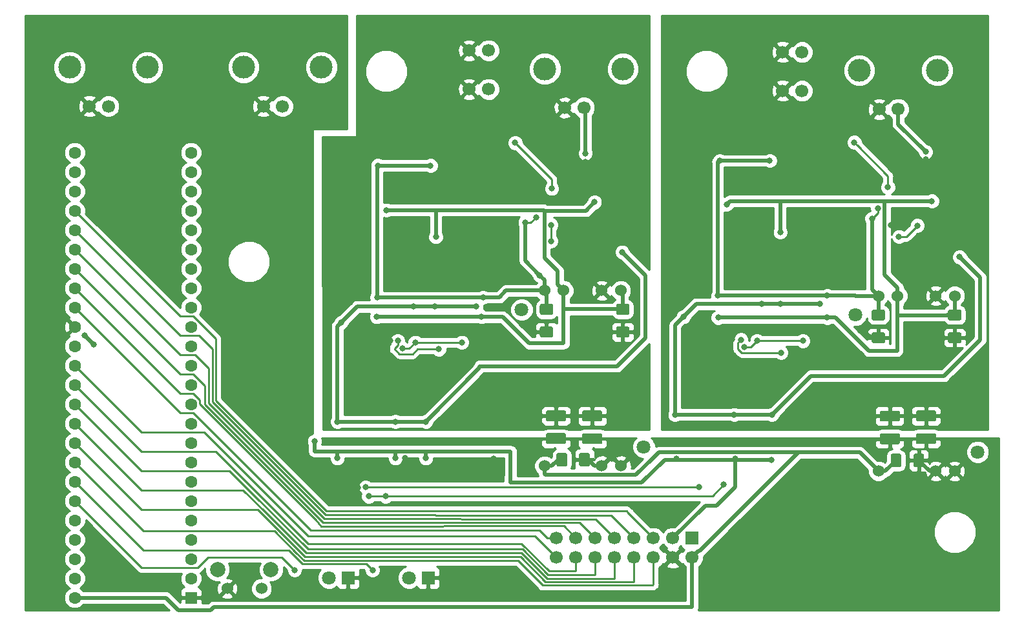
<source format=gbl>
G04 #@! TF.GenerationSoftware,KiCad,Pcbnew,5.0.2-bee76a0~70~ubuntu18.04.1*
G04 #@! TF.CreationDate,2019-02-25T20:46:02+02:00*
G04 #@! TF.ProjectId,stimjim,7374696d-6a69-46d2-9e6b-696361645f70,rev?*
G04 #@! TF.SameCoordinates,Original*
G04 #@! TF.FileFunction,Copper,L2,Bot*
G04 #@! TF.FilePolarity,Positive*
%FSLAX46Y46*%
G04 Gerber Fmt 4.6, Leading zero omitted, Abs format (unit mm)*
G04 Created by KiCad (PCBNEW 5.0.2-bee76a0~70~ubuntu18.04.1) date Mon Feb 25 20:46:02 2019*
%MOMM*%
%LPD*%
G01*
G04 APERTURE LIST*
G04 #@! TA.AperFunction,Conductor*
%ADD10C,0.100000*%
G04 #@! TD*
G04 #@! TA.AperFunction,SMDPad,CuDef*
%ADD11C,1.425000*%
G04 #@! TD*
G04 #@! TA.AperFunction,ComponentPad*
%ADD12C,1.800000*%
G04 #@! TD*
G04 #@! TA.AperFunction,ComponentPad*
%ADD13R,1.800000X1.800000*%
G04 #@! TD*
G04 #@! TA.AperFunction,ComponentPad*
%ADD14C,2.000000*%
G04 #@! TD*
G04 #@! TA.AperFunction,ComponentPad*
%ADD15C,1.524000*%
G04 #@! TD*
G04 #@! TA.AperFunction,ComponentPad*
%ADD16C,1.700000*%
G04 #@! TD*
G04 #@! TA.AperFunction,ComponentPad*
%ADD17R,1.700000X1.700000*%
G04 #@! TD*
G04 #@! TA.AperFunction,ComponentPad*
%ADD18C,1.600000*%
G04 #@! TD*
G04 #@! TA.AperFunction,ComponentPad*
%ADD19R,1.600000X1.600000*%
G04 #@! TD*
G04 #@! TA.AperFunction,ComponentPad*
%ADD20C,3.000000*%
G04 #@! TD*
G04 #@! TA.AperFunction,ViaPad*
%ADD21C,0.800000*%
G04 #@! TD*
G04 #@! TA.AperFunction,Conductor*
%ADD22C,0.250000*%
G04 #@! TD*
G04 #@! TA.AperFunction,Conductor*
%ADD23C,0.500000*%
G04 #@! TD*
G04 #@! TA.AperFunction,Conductor*
%ADD24C,0.254000*%
G04 #@! TD*
G04 APERTURE END LIST*
D10*
G04 #@! TO.N,GND*
G04 #@! TO.C,C53*
G36*
X85349504Y-113513704D02*
X85373773Y-113517304D01*
X85397571Y-113523265D01*
X85420671Y-113531530D01*
X85442849Y-113542020D01*
X85463893Y-113554633D01*
X85483598Y-113569247D01*
X85501777Y-113585723D01*
X85518253Y-113603902D01*
X85532867Y-113623607D01*
X85545480Y-113644651D01*
X85555970Y-113666829D01*
X85564235Y-113689929D01*
X85570196Y-113713727D01*
X85573796Y-113737996D01*
X85575000Y-113762500D01*
X85575000Y-114687500D01*
X85573796Y-114712004D01*
X85570196Y-114736273D01*
X85564235Y-114760071D01*
X85555970Y-114783171D01*
X85545480Y-114805349D01*
X85532867Y-114826393D01*
X85518253Y-114846098D01*
X85501777Y-114864277D01*
X85483598Y-114880753D01*
X85463893Y-114895367D01*
X85442849Y-114907980D01*
X85420671Y-114918470D01*
X85397571Y-114926735D01*
X85373773Y-114932696D01*
X85349504Y-114936296D01*
X85325000Y-114937500D01*
X83175000Y-114937500D01*
X83150496Y-114936296D01*
X83126227Y-114932696D01*
X83102429Y-114926735D01*
X83079329Y-114918470D01*
X83057151Y-114907980D01*
X83036107Y-114895367D01*
X83016402Y-114880753D01*
X82998223Y-114864277D01*
X82981747Y-114846098D01*
X82967133Y-114826393D01*
X82954520Y-114805349D01*
X82944030Y-114783171D01*
X82935765Y-114760071D01*
X82929804Y-114736273D01*
X82926204Y-114712004D01*
X82925000Y-114687500D01*
X82925000Y-113762500D01*
X82926204Y-113737996D01*
X82929804Y-113713727D01*
X82935765Y-113689929D01*
X82944030Y-113666829D01*
X82954520Y-113644651D01*
X82967133Y-113623607D01*
X82981747Y-113603902D01*
X82998223Y-113585723D01*
X83016402Y-113569247D01*
X83036107Y-113554633D01*
X83057151Y-113542020D01*
X83079329Y-113531530D01*
X83102429Y-113523265D01*
X83126227Y-113517304D01*
X83150496Y-113513704D01*
X83175000Y-113512500D01*
X85325000Y-113512500D01*
X85349504Y-113513704D01*
X85349504Y-113513704D01*
G37*
D11*
G04 #@! TD*
G04 #@! TO.P,C53,2*
G04 #@! TO.N,GND*
X84250000Y-114225000D03*
D10*
G04 #@! TO.N,GND_0*
G04 #@! TO.C,C53*
G36*
X85349504Y-110538704D02*
X85373773Y-110542304D01*
X85397571Y-110548265D01*
X85420671Y-110556530D01*
X85442849Y-110567020D01*
X85463893Y-110579633D01*
X85483598Y-110594247D01*
X85501777Y-110610723D01*
X85518253Y-110628902D01*
X85532867Y-110648607D01*
X85545480Y-110669651D01*
X85555970Y-110691829D01*
X85564235Y-110714929D01*
X85570196Y-110738727D01*
X85573796Y-110762996D01*
X85575000Y-110787500D01*
X85575000Y-111712500D01*
X85573796Y-111737004D01*
X85570196Y-111761273D01*
X85564235Y-111785071D01*
X85555970Y-111808171D01*
X85545480Y-111830349D01*
X85532867Y-111851393D01*
X85518253Y-111871098D01*
X85501777Y-111889277D01*
X85483598Y-111905753D01*
X85463893Y-111920367D01*
X85442849Y-111932980D01*
X85420671Y-111943470D01*
X85397571Y-111951735D01*
X85373773Y-111957696D01*
X85349504Y-111961296D01*
X85325000Y-111962500D01*
X83175000Y-111962500D01*
X83150496Y-111961296D01*
X83126227Y-111957696D01*
X83102429Y-111951735D01*
X83079329Y-111943470D01*
X83057151Y-111932980D01*
X83036107Y-111920367D01*
X83016402Y-111905753D01*
X82998223Y-111889277D01*
X82981747Y-111871098D01*
X82967133Y-111851393D01*
X82954520Y-111830349D01*
X82944030Y-111808171D01*
X82935765Y-111785071D01*
X82929804Y-111761273D01*
X82926204Y-111737004D01*
X82925000Y-111712500D01*
X82925000Y-110787500D01*
X82926204Y-110762996D01*
X82929804Y-110738727D01*
X82935765Y-110714929D01*
X82944030Y-110691829D01*
X82954520Y-110669651D01*
X82967133Y-110648607D01*
X82981747Y-110628902D01*
X82998223Y-110610723D01*
X83016402Y-110594247D01*
X83036107Y-110579633D01*
X83057151Y-110567020D01*
X83079329Y-110556530D01*
X83102429Y-110548265D01*
X83126227Y-110542304D01*
X83150496Y-110538704D01*
X83175000Y-110537500D01*
X85325000Y-110537500D01*
X85349504Y-110538704D01*
X85349504Y-110538704D01*
G37*
D11*
G04 #@! TD*
G04 #@! TO.P,C53,1*
G04 #@! TO.N,GND_0*
X84250000Y-111250000D03*
D10*
G04 #@! TO.N,GND_1*
G04 #@! TO.C,C54*
G36*
X129099504Y-110563704D02*
X129123773Y-110567304D01*
X129147571Y-110573265D01*
X129170671Y-110581530D01*
X129192849Y-110592020D01*
X129213893Y-110604633D01*
X129233598Y-110619247D01*
X129251777Y-110635723D01*
X129268253Y-110653902D01*
X129282867Y-110673607D01*
X129295480Y-110694651D01*
X129305970Y-110716829D01*
X129314235Y-110739929D01*
X129320196Y-110763727D01*
X129323796Y-110787996D01*
X129325000Y-110812500D01*
X129325000Y-111737500D01*
X129323796Y-111762004D01*
X129320196Y-111786273D01*
X129314235Y-111810071D01*
X129305970Y-111833171D01*
X129295480Y-111855349D01*
X129282867Y-111876393D01*
X129268253Y-111896098D01*
X129251777Y-111914277D01*
X129233598Y-111930753D01*
X129213893Y-111945367D01*
X129192849Y-111957980D01*
X129170671Y-111968470D01*
X129147571Y-111976735D01*
X129123773Y-111982696D01*
X129099504Y-111986296D01*
X129075000Y-111987500D01*
X126925000Y-111987500D01*
X126900496Y-111986296D01*
X126876227Y-111982696D01*
X126852429Y-111976735D01*
X126829329Y-111968470D01*
X126807151Y-111957980D01*
X126786107Y-111945367D01*
X126766402Y-111930753D01*
X126748223Y-111914277D01*
X126731747Y-111896098D01*
X126717133Y-111876393D01*
X126704520Y-111855349D01*
X126694030Y-111833171D01*
X126685765Y-111810071D01*
X126679804Y-111786273D01*
X126676204Y-111762004D01*
X126675000Y-111737500D01*
X126675000Y-110812500D01*
X126676204Y-110787996D01*
X126679804Y-110763727D01*
X126685765Y-110739929D01*
X126694030Y-110716829D01*
X126704520Y-110694651D01*
X126717133Y-110673607D01*
X126731747Y-110653902D01*
X126748223Y-110635723D01*
X126766402Y-110619247D01*
X126786107Y-110604633D01*
X126807151Y-110592020D01*
X126829329Y-110581530D01*
X126852429Y-110573265D01*
X126876227Y-110567304D01*
X126900496Y-110563704D01*
X126925000Y-110562500D01*
X129075000Y-110562500D01*
X129099504Y-110563704D01*
X129099504Y-110563704D01*
G37*
D11*
G04 #@! TD*
G04 #@! TO.P,C54,1*
G04 #@! TO.N,GND_1*
X128000000Y-111275000D03*
D10*
G04 #@! TO.N,GND*
G04 #@! TO.C,C54*
G36*
X129099504Y-113538704D02*
X129123773Y-113542304D01*
X129147571Y-113548265D01*
X129170671Y-113556530D01*
X129192849Y-113567020D01*
X129213893Y-113579633D01*
X129233598Y-113594247D01*
X129251777Y-113610723D01*
X129268253Y-113628902D01*
X129282867Y-113648607D01*
X129295480Y-113669651D01*
X129305970Y-113691829D01*
X129314235Y-113714929D01*
X129320196Y-113738727D01*
X129323796Y-113762996D01*
X129325000Y-113787500D01*
X129325000Y-114712500D01*
X129323796Y-114737004D01*
X129320196Y-114761273D01*
X129314235Y-114785071D01*
X129305970Y-114808171D01*
X129295480Y-114830349D01*
X129282867Y-114851393D01*
X129268253Y-114871098D01*
X129251777Y-114889277D01*
X129233598Y-114905753D01*
X129213893Y-114920367D01*
X129192849Y-114932980D01*
X129170671Y-114943470D01*
X129147571Y-114951735D01*
X129123773Y-114957696D01*
X129099504Y-114961296D01*
X129075000Y-114962500D01*
X126925000Y-114962500D01*
X126900496Y-114961296D01*
X126876227Y-114957696D01*
X126852429Y-114951735D01*
X126829329Y-114943470D01*
X126807151Y-114932980D01*
X126786107Y-114920367D01*
X126766402Y-114905753D01*
X126748223Y-114889277D01*
X126731747Y-114871098D01*
X126717133Y-114851393D01*
X126704520Y-114830349D01*
X126694030Y-114808171D01*
X126685765Y-114785071D01*
X126679804Y-114761273D01*
X126676204Y-114737004D01*
X126675000Y-114712500D01*
X126675000Y-113787500D01*
X126676204Y-113762996D01*
X126679804Y-113738727D01*
X126685765Y-113714929D01*
X126694030Y-113691829D01*
X126704520Y-113669651D01*
X126717133Y-113648607D01*
X126731747Y-113628902D01*
X126748223Y-113610723D01*
X126766402Y-113594247D01*
X126786107Y-113579633D01*
X126807151Y-113567020D01*
X126829329Y-113556530D01*
X126852429Y-113548265D01*
X126876227Y-113542304D01*
X126900496Y-113538704D01*
X126925000Y-113537500D01*
X129075000Y-113537500D01*
X129099504Y-113538704D01*
X129099504Y-113538704D01*
G37*
D11*
G04 #@! TD*
G04 #@! TO.P,C54,2*
G04 #@! TO.N,GND*
X128000000Y-114250000D03*
D10*
G04 #@! TO.N,GND*
G04 #@! TO.C,R19*
G36*
X90099504Y-113526204D02*
X90123773Y-113529804D01*
X90147571Y-113535765D01*
X90170671Y-113544030D01*
X90192849Y-113554520D01*
X90213893Y-113567133D01*
X90233598Y-113581747D01*
X90251777Y-113598223D01*
X90268253Y-113616402D01*
X90282867Y-113636107D01*
X90295480Y-113657151D01*
X90305970Y-113679329D01*
X90314235Y-113702429D01*
X90320196Y-113726227D01*
X90323796Y-113750496D01*
X90325000Y-113775000D01*
X90325000Y-114700000D01*
X90323796Y-114724504D01*
X90320196Y-114748773D01*
X90314235Y-114772571D01*
X90305970Y-114795671D01*
X90295480Y-114817849D01*
X90282867Y-114838893D01*
X90268253Y-114858598D01*
X90251777Y-114876777D01*
X90233598Y-114893253D01*
X90213893Y-114907867D01*
X90192849Y-114920480D01*
X90170671Y-114930970D01*
X90147571Y-114939235D01*
X90123773Y-114945196D01*
X90099504Y-114948796D01*
X90075000Y-114950000D01*
X87925000Y-114950000D01*
X87900496Y-114948796D01*
X87876227Y-114945196D01*
X87852429Y-114939235D01*
X87829329Y-114930970D01*
X87807151Y-114920480D01*
X87786107Y-114907867D01*
X87766402Y-114893253D01*
X87748223Y-114876777D01*
X87731747Y-114858598D01*
X87717133Y-114838893D01*
X87704520Y-114817849D01*
X87694030Y-114795671D01*
X87685765Y-114772571D01*
X87679804Y-114748773D01*
X87676204Y-114724504D01*
X87675000Y-114700000D01*
X87675000Y-113775000D01*
X87676204Y-113750496D01*
X87679804Y-113726227D01*
X87685765Y-113702429D01*
X87694030Y-113679329D01*
X87704520Y-113657151D01*
X87717133Y-113636107D01*
X87731747Y-113616402D01*
X87748223Y-113598223D01*
X87766402Y-113581747D01*
X87786107Y-113567133D01*
X87807151Y-113554520D01*
X87829329Y-113544030D01*
X87852429Y-113535765D01*
X87876227Y-113529804D01*
X87900496Y-113526204D01*
X87925000Y-113525000D01*
X90075000Y-113525000D01*
X90099504Y-113526204D01*
X90099504Y-113526204D01*
G37*
D11*
G04 #@! TD*
G04 #@! TO.P,R19,2*
G04 #@! TO.N,GND*
X89000000Y-114237500D03*
D10*
G04 #@! TO.N,GND_0*
G04 #@! TO.C,R19*
G36*
X90099504Y-110551204D02*
X90123773Y-110554804D01*
X90147571Y-110560765D01*
X90170671Y-110569030D01*
X90192849Y-110579520D01*
X90213893Y-110592133D01*
X90233598Y-110606747D01*
X90251777Y-110623223D01*
X90268253Y-110641402D01*
X90282867Y-110661107D01*
X90295480Y-110682151D01*
X90305970Y-110704329D01*
X90314235Y-110727429D01*
X90320196Y-110751227D01*
X90323796Y-110775496D01*
X90325000Y-110800000D01*
X90325000Y-111725000D01*
X90323796Y-111749504D01*
X90320196Y-111773773D01*
X90314235Y-111797571D01*
X90305970Y-111820671D01*
X90295480Y-111842849D01*
X90282867Y-111863893D01*
X90268253Y-111883598D01*
X90251777Y-111901777D01*
X90233598Y-111918253D01*
X90213893Y-111932867D01*
X90192849Y-111945480D01*
X90170671Y-111955970D01*
X90147571Y-111964235D01*
X90123773Y-111970196D01*
X90099504Y-111973796D01*
X90075000Y-111975000D01*
X87925000Y-111975000D01*
X87900496Y-111973796D01*
X87876227Y-111970196D01*
X87852429Y-111964235D01*
X87829329Y-111955970D01*
X87807151Y-111945480D01*
X87786107Y-111932867D01*
X87766402Y-111918253D01*
X87748223Y-111901777D01*
X87731747Y-111883598D01*
X87717133Y-111863893D01*
X87704520Y-111842849D01*
X87694030Y-111820671D01*
X87685765Y-111797571D01*
X87679804Y-111773773D01*
X87676204Y-111749504D01*
X87675000Y-111725000D01*
X87675000Y-110800000D01*
X87676204Y-110775496D01*
X87679804Y-110751227D01*
X87685765Y-110727429D01*
X87694030Y-110704329D01*
X87704520Y-110682151D01*
X87717133Y-110661107D01*
X87731747Y-110641402D01*
X87748223Y-110623223D01*
X87766402Y-110606747D01*
X87786107Y-110592133D01*
X87807151Y-110579520D01*
X87829329Y-110569030D01*
X87852429Y-110560765D01*
X87876227Y-110554804D01*
X87900496Y-110551204D01*
X87925000Y-110550000D01*
X90075000Y-110550000D01*
X90099504Y-110551204D01*
X90099504Y-110551204D01*
G37*
D11*
G04 #@! TD*
G04 #@! TO.P,R19,1*
G04 #@! TO.N,GND_0*
X89000000Y-111262500D03*
D10*
G04 #@! TO.N,GND_1*
G04 #@! TO.C,R20*
G36*
X133849504Y-110551204D02*
X133873773Y-110554804D01*
X133897571Y-110560765D01*
X133920671Y-110569030D01*
X133942849Y-110579520D01*
X133963893Y-110592133D01*
X133983598Y-110606747D01*
X134001777Y-110623223D01*
X134018253Y-110641402D01*
X134032867Y-110661107D01*
X134045480Y-110682151D01*
X134055970Y-110704329D01*
X134064235Y-110727429D01*
X134070196Y-110751227D01*
X134073796Y-110775496D01*
X134075000Y-110800000D01*
X134075000Y-111725000D01*
X134073796Y-111749504D01*
X134070196Y-111773773D01*
X134064235Y-111797571D01*
X134055970Y-111820671D01*
X134045480Y-111842849D01*
X134032867Y-111863893D01*
X134018253Y-111883598D01*
X134001777Y-111901777D01*
X133983598Y-111918253D01*
X133963893Y-111932867D01*
X133942849Y-111945480D01*
X133920671Y-111955970D01*
X133897571Y-111964235D01*
X133873773Y-111970196D01*
X133849504Y-111973796D01*
X133825000Y-111975000D01*
X131675000Y-111975000D01*
X131650496Y-111973796D01*
X131626227Y-111970196D01*
X131602429Y-111964235D01*
X131579329Y-111955970D01*
X131557151Y-111945480D01*
X131536107Y-111932867D01*
X131516402Y-111918253D01*
X131498223Y-111901777D01*
X131481747Y-111883598D01*
X131467133Y-111863893D01*
X131454520Y-111842849D01*
X131444030Y-111820671D01*
X131435765Y-111797571D01*
X131429804Y-111773773D01*
X131426204Y-111749504D01*
X131425000Y-111725000D01*
X131425000Y-110800000D01*
X131426204Y-110775496D01*
X131429804Y-110751227D01*
X131435765Y-110727429D01*
X131444030Y-110704329D01*
X131454520Y-110682151D01*
X131467133Y-110661107D01*
X131481747Y-110641402D01*
X131498223Y-110623223D01*
X131516402Y-110606747D01*
X131536107Y-110592133D01*
X131557151Y-110579520D01*
X131579329Y-110569030D01*
X131602429Y-110560765D01*
X131626227Y-110554804D01*
X131650496Y-110551204D01*
X131675000Y-110550000D01*
X133825000Y-110550000D01*
X133849504Y-110551204D01*
X133849504Y-110551204D01*
G37*
D11*
G04 #@! TD*
G04 #@! TO.P,R20,1*
G04 #@! TO.N,GND_1*
X132750000Y-111262500D03*
D10*
G04 #@! TO.N,GND*
G04 #@! TO.C,R20*
G36*
X133849504Y-113526204D02*
X133873773Y-113529804D01*
X133897571Y-113535765D01*
X133920671Y-113544030D01*
X133942849Y-113554520D01*
X133963893Y-113567133D01*
X133983598Y-113581747D01*
X134001777Y-113598223D01*
X134018253Y-113616402D01*
X134032867Y-113636107D01*
X134045480Y-113657151D01*
X134055970Y-113679329D01*
X134064235Y-113702429D01*
X134070196Y-113726227D01*
X134073796Y-113750496D01*
X134075000Y-113775000D01*
X134075000Y-114700000D01*
X134073796Y-114724504D01*
X134070196Y-114748773D01*
X134064235Y-114772571D01*
X134055970Y-114795671D01*
X134045480Y-114817849D01*
X134032867Y-114838893D01*
X134018253Y-114858598D01*
X134001777Y-114876777D01*
X133983598Y-114893253D01*
X133963893Y-114907867D01*
X133942849Y-114920480D01*
X133920671Y-114930970D01*
X133897571Y-114939235D01*
X133873773Y-114945196D01*
X133849504Y-114948796D01*
X133825000Y-114950000D01*
X131675000Y-114950000D01*
X131650496Y-114948796D01*
X131626227Y-114945196D01*
X131602429Y-114939235D01*
X131579329Y-114930970D01*
X131557151Y-114920480D01*
X131536107Y-114907867D01*
X131516402Y-114893253D01*
X131498223Y-114876777D01*
X131481747Y-114858598D01*
X131467133Y-114838893D01*
X131454520Y-114817849D01*
X131444030Y-114795671D01*
X131435765Y-114772571D01*
X131429804Y-114748773D01*
X131426204Y-114724504D01*
X131425000Y-114700000D01*
X131425000Y-113775000D01*
X131426204Y-113750496D01*
X131429804Y-113726227D01*
X131435765Y-113702429D01*
X131444030Y-113679329D01*
X131454520Y-113657151D01*
X131467133Y-113636107D01*
X131481747Y-113616402D01*
X131498223Y-113598223D01*
X131516402Y-113581747D01*
X131536107Y-113567133D01*
X131557151Y-113554520D01*
X131579329Y-113544030D01*
X131602429Y-113535765D01*
X131626227Y-113529804D01*
X131650496Y-113526204D01*
X131675000Y-113525000D01*
X133825000Y-113525000D01*
X133849504Y-113526204D01*
X133849504Y-113526204D01*
G37*
D11*
G04 #@! TD*
G04 #@! TO.P,R20,2*
G04 #@! TO.N,GND*
X132750000Y-114237500D03*
D12*
G04 #@! TO.P,D1,2*
G04 #@! TO.N,Net-(D1-Pad2)*
X54500000Y-132500000D03*
D13*
G04 #@! TO.P,D1,1*
G04 #@! TO.N,GND*
X57000000Y-132500000D03*
G04 #@! TD*
D12*
G04 #@! TO.P,D2,2*
G04 #@! TO.N,Net-(D2-Pad2)*
X65000000Y-132500000D03*
D13*
G04 #@! TO.P,D2,1*
G04 #@! TO.N,GND*
X67500000Y-132500000D03*
G04 #@! TD*
D14*
G04 #@! TO.P,SW1,~*
G04 #@! TO.N,N/C*
X39900000Y-131400000D03*
X46900000Y-131400000D03*
D15*
G04 #@! TO.P,SW1,1*
G04 #@! TO.N,GND*
X41150000Y-133900000D03*
G04 #@! TO.P,SW1,2*
G04 #@! TO.N,Net-(SW1-Pad2)*
X45650000Y-133900000D03*
G04 #@! TD*
G04 #@! TO.P,U2,4*
G04 #@! TO.N,-15V_0*
X92750000Y-94800000D03*
G04 #@! TO.P,U2,5*
G04 #@! TO.N,GND_0*
X90250000Y-94800000D03*
G04 #@! TO.P,U2,6*
G04 #@! TO.N,-15V_0*
X85250000Y-94800000D03*
G04 #@! TO.P,U2,7*
G04 #@! TO.N,+15V_0*
X82750000Y-94800000D03*
D12*
G04 #@! TO.P,U2,a*
G04 #@! TO.N,N/C*
X79750000Y-97300000D03*
X95750000Y-115300000D03*
D15*
G04 #@! TO.P,U2,1*
G04 #@! TO.N,VUSB*
X82750000Y-117800000D03*
G04 #@! TO.P,U2,2*
G04 #@! TO.N,GND*
X90250000Y-117800000D03*
G04 #@! TO.P,U2,3*
X92750000Y-117800000D03*
G04 #@! TD*
D16*
G04 #@! TO.P,J6,1*
G04 #@! TO.N,OUT_0*
X75400000Y-63300000D03*
G04 #@! TO.P,J6,2*
G04 #@! TO.N,GND_0*
X72860000Y-63300000D03*
X72860000Y-68380000D03*
G04 #@! TO.P,J6,1*
G04 #@! TO.N,OUT_0*
X75400000Y-68380000D03*
G04 #@! TD*
D15*
G04 #@! TO.P,U13,3*
G04 #@! TO.N,GND*
X136500000Y-118500000D03*
G04 #@! TO.P,U13,2*
X134000000Y-118500000D03*
G04 #@! TO.P,U13,1*
G04 #@! TO.N,VUSB*
X126500000Y-118500000D03*
D12*
G04 #@! TO.P,U13,a*
G04 #@! TO.N,N/C*
X139500000Y-116000000D03*
X123500000Y-98000000D03*
D15*
G04 #@! TO.P,U13,7*
G04 #@! TO.N,+15V_1*
X126500000Y-95500000D03*
G04 #@! TO.P,U13,6*
G04 #@! TO.N,-15V_1*
X129000000Y-95500000D03*
G04 #@! TO.P,U13,5*
G04 #@! TO.N,GND_1*
X134000000Y-95500000D03*
G04 #@! TO.P,U13,4*
G04 #@! TO.N,-15V_1*
X136500000Y-95500000D03*
G04 #@! TD*
D10*
G04 #@! TO.N,GND_1*
G04 #@! TO.C,C29*
G36*
X127149504Y-100276204D02*
X127173773Y-100279804D01*
X127197571Y-100285765D01*
X127220671Y-100294030D01*
X127242849Y-100304520D01*
X127263893Y-100317133D01*
X127283598Y-100331747D01*
X127301777Y-100348223D01*
X127318253Y-100366402D01*
X127332867Y-100386107D01*
X127345480Y-100407151D01*
X127355970Y-100429329D01*
X127364235Y-100452429D01*
X127370196Y-100476227D01*
X127373796Y-100500496D01*
X127375000Y-100525000D01*
X127375000Y-101450000D01*
X127373796Y-101474504D01*
X127370196Y-101498773D01*
X127364235Y-101522571D01*
X127355970Y-101545671D01*
X127345480Y-101567849D01*
X127332867Y-101588893D01*
X127318253Y-101608598D01*
X127301777Y-101626777D01*
X127283598Y-101643253D01*
X127263893Y-101657867D01*
X127242849Y-101670480D01*
X127220671Y-101680970D01*
X127197571Y-101689235D01*
X127173773Y-101695196D01*
X127149504Y-101698796D01*
X127125000Y-101700000D01*
X125875000Y-101700000D01*
X125850496Y-101698796D01*
X125826227Y-101695196D01*
X125802429Y-101689235D01*
X125779329Y-101680970D01*
X125757151Y-101670480D01*
X125736107Y-101657867D01*
X125716402Y-101643253D01*
X125698223Y-101626777D01*
X125681747Y-101608598D01*
X125667133Y-101588893D01*
X125654520Y-101567849D01*
X125644030Y-101545671D01*
X125635765Y-101522571D01*
X125629804Y-101498773D01*
X125626204Y-101474504D01*
X125625000Y-101450000D01*
X125625000Y-100525000D01*
X125626204Y-100500496D01*
X125629804Y-100476227D01*
X125635765Y-100452429D01*
X125644030Y-100429329D01*
X125654520Y-100407151D01*
X125667133Y-100386107D01*
X125681747Y-100366402D01*
X125698223Y-100348223D01*
X125716402Y-100331747D01*
X125736107Y-100317133D01*
X125757151Y-100304520D01*
X125779329Y-100294030D01*
X125802429Y-100285765D01*
X125826227Y-100279804D01*
X125850496Y-100276204D01*
X125875000Y-100275000D01*
X127125000Y-100275000D01*
X127149504Y-100276204D01*
X127149504Y-100276204D01*
G37*
D11*
G04 #@! TD*
G04 #@! TO.P,C29,1*
G04 #@! TO.N,GND_1*
X126500000Y-100987500D03*
D10*
G04 #@! TO.N,+15V_1*
G04 #@! TO.C,C29*
G36*
X127149504Y-97301204D02*
X127173773Y-97304804D01*
X127197571Y-97310765D01*
X127220671Y-97319030D01*
X127242849Y-97329520D01*
X127263893Y-97342133D01*
X127283598Y-97356747D01*
X127301777Y-97373223D01*
X127318253Y-97391402D01*
X127332867Y-97411107D01*
X127345480Y-97432151D01*
X127355970Y-97454329D01*
X127364235Y-97477429D01*
X127370196Y-97501227D01*
X127373796Y-97525496D01*
X127375000Y-97550000D01*
X127375000Y-98475000D01*
X127373796Y-98499504D01*
X127370196Y-98523773D01*
X127364235Y-98547571D01*
X127355970Y-98570671D01*
X127345480Y-98592849D01*
X127332867Y-98613893D01*
X127318253Y-98633598D01*
X127301777Y-98651777D01*
X127283598Y-98668253D01*
X127263893Y-98682867D01*
X127242849Y-98695480D01*
X127220671Y-98705970D01*
X127197571Y-98714235D01*
X127173773Y-98720196D01*
X127149504Y-98723796D01*
X127125000Y-98725000D01*
X125875000Y-98725000D01*
X125850496Y-98723796D01*
X125826227Y-98720196D01*
X125802429Y-98714235D01*
X125779329Y-98705970D01*
X125757151Y-98695480D01*
X125736107Y-98682867D01*
X125716402Y-98668253D01*
X125698223Y-98651777D01*
X125681747Y-98633598D01*
X125667133Y-98613893D01*
X125654520Y-98592849D01*
X125644030Y-98570671D01*
X125635765Y-98547571D01*
X125629804Y-98523773D01*
X125626204Y-98499504D01*
X125625000Y-98475000D01*
X125625000Y-97550000D01*
X125626204Y-97525496D01*
X125629804Y-97501227D01*
X125635765Y-97477429D01*
X125644030Y-97454329D01*
X125654520Y-97432151D01*
X125667133Y-97411107D01*
X125681747Y-97391402D01*
X125698223Y-97373223D01*
X125716402Y-97356747D01*
X125736107Y-97342133D01*
X125757151Y-97329520D01*
X125779329Y-97319030D01*
X125802429Y-97310765D01*
X125826227Y-97304804D01*
X125850496Y-97301204D01*
X125875000Y-97300000D01*
X127125000Y-97300000D01*
X127149504Y-97301204D01*
X127149504Y-97301204D01*
G37*
D11*
G04 #@! TD*
G04 #@! TO.P,C29,2*
G04 #@! TO.N,+15V_1*
X126500000Y-98012500D03*
D10*
G04 #@! TO.N,VUSB*
G04 #@! TO.C,C28*
G36*
X129299504Y-116226204D02*
X129323773Y-116229804D01*
X129347571Y-116235765D01*
X129370671Y-116244030D01*
X129392849Y-116254520D01*
X129413893Y-116267133D01*
X129433598Y-116281747D01*
X129451777Y-116298223D01*
X129468253Y-116316402D01*
X129482867Y-116336107D01*
X129495480Y-116357151D01*
X129505970Y-116379329D01*
X129514235Y-116402429D01*
X129520196Y-116426227D01*
X129523796Y-116450496D01*
X129525000Y-116475000D01*
X129525000Y-117725000D01*
X129523796Y-117749504D01*
X129520196Y-117773773D01*
X129514235Y-117797571D01*
X129505970Y-117820671D01*
X129495480Y-117842849D01*
X129482867Y-117863893D01*
X129468253Y-117883598D01*
X129451777Y-117901777D01*
X129433598Y-117918253D01*
X129413893Y-117932867D01*
X129392849Y-117945480D01*
X129370671Y-117955970D01*
X129347571Y-117964235D01*
X129323773Y-117970196D01*
X129299504Y-117973796D01*
X129275000Y-117975000D01*
X128350000Y-117975000D01*
X128325496Y-117973796D01*
X128301227Y-117970196D01*
X128277429Y-117964235D01*
X128254329Y-117955970D01*
X128232151Y-117945480D01*
X128211107Y-117932867D01*
X128191402Y-117918253D01*
X128173223Y-117901777D01*
X128156747Y-117883598D01*
X128142133Y-117863893D01*
X128129520Y-117842849D01*
X128119030Y-117820671D01*
X128110765Y-117797571D01*
X128104804Y-117773773D01*
X128101204Y-117749504D01*
X128100000Y-117725000D01*
X128100000Y-116475000D01*
X128101204Y-116450496D01*
X128104804Y-116426227D01*
X128110765Y-116402429D01*
X128119030Y-116379329D01*
X128129520Y-116357151D01*
X128142133Y-116336107D01*
X128156747Y-116316402D01*
X128173223Y-116298223D01*
X128191402Y-116281747D01*
X128211107Y-116267133D01*
X128232151Y-116254520D01*
X128254329Y-116244030D01*
X128277429Y-116235765D01*
X128301227Y-116229804D01*
X128325496Y-116226204D01*
X128350000Y-116225000D01*
X129275000Y-116225000D01*
X129299504Y-116226204D01*
X129299504Y-116226204D01*
G37*
D11*
G04 #@! TD*
G04 #@! TO.P,C28,2*
G04 #@! TO.N,VUSB*
X128812500Y-117100000D03*
D10*
G04 #@! TO.N,GND*
G04 #@! TO.C,C28*
G36*
X132274504Y-116226204D02*
X132298773Y-116229804D01*
X132322571Y-116235765D01*
X132345671Y-116244030D01*
X132367849Y-116254520D01*
X132388893Y-116267133D01*
X132408598Y-116281747D01*
X132426777Y-116298223D01*
X132443253Y-116316402D01*
X132457867Y-116336107D01*
X132470480Y-116357151D01*
X132480970Y-116379329D01*
X132489235Y-116402429D01*
X132495196Y-116426227D01*
X132498796Y-116450496D01*
X132500000Y-116475000D01*
X132500000Y-117725000D01*
X132498796Y-117749504D01*
X132495196Y-117773773D01*
X132489235Y-117797571D01*
X132480970Y-117820671D01*
X132470480Y-117842849D01*
X132457867Y-117863893D01*
X132443253Y-117883598D01*
X132426777Y-117901777D01*
X132408598Y-117918253D01*
X132388893Y-117932867D01*
X132367849Y-117945480D01*
X132345671Y-117955970D01*
X132322571Y-117964235D01*
X132298773Y-117970196D01*
X132274504Y-117973796D01*
X132250000Y-117975000D01*
X131325000Y-117975000D01*
X131300496Y-117973796D01*
X131276227Y-117970196D01*
X131252429Y-117964235D01*
X131229329Y-117955970D01*
X131207151Y-117945480D01*
X131186107Y-117932867D01*
X131166402Y-117918253D01*
X131148223Y-117901777D01*
X131131747Y-117883598D01*
X131117133Y-117863893D01*
X131104520Y-117842849D01*
X131094030Y-117820671D01*
X131085765Y-117797571D01*
X131079804Y-117773773D01*
X131076204Y-117749504D01*
X131075000Y-117725000D01*
X131075000Y-116475000D01*
X131076204Y-116450496D01*
X131079804Y-116426227D01*
X131085765Y-116402429D01*
X131094030Y-116379329D01*
X131104520Y-116357151D01*
X131117133Y-116336107D01*
X131131747Y-116316402D01*
X131148223Y-116298223D01*
X131166402Y-116281747D01*
X131186107Y-116267133D01*
X131207151Y-116254520D01*
X131229329Y-116244030D01*
X131252429Y-116235765D01*
X131276227Y-116229804D01*
X131300496Y-116226204D01*
X131325000Y-116225000D01*
X132250000Y-116225000D01*
X132274504Y-116226204D01*
X132274504Y-116226204D01*
G37*
D11*
G04 #@! TD*
G04 #@! TO.P,C28,1*
G04 #@! TO.N,GND*
X131787500Y-117100000D03*
D10*
G04 #@! TO.N,-15V_1*
G04 #@! TO.C,C30*
G36*
X137149504Y-97301204D02*
X137173773Y-97304804D01*
X137197571Y-97310765D01*
X137220671Y-97319030D01*
X137242849Y-97329520D01*
X137263893Y-97342133D01*
X137283598Y-97356747D01*
X137301777Y-97373223D01*
X137318253Y-97391402D01*
X137332867Y-97411107D01*
X137345480Y-97432151D01*
X137355970Y-97454329D01*
X137364235Y-97477429D01*
X137370196Y-97501227D01*
X137373796Y-97525496D01*
X137375000Y-97550000D01*
X137375000Y-98475000D01*
X137373796Y-98499504D01*
X137370196Y-98523773D01*
X137364235Y-98547571D01*
X137355970Y-98570671D01*
X137345480Y-98592849D01*
X137332867Y-98613893D01*
X137318253Y-98633598D01*
X137301777Y-98651777D01*
X137283598Y-98668253D01*
X137263893Y-98682867D01*
X137242849Y-98695480D01*
X137220671Y-98705970D01*
X137197571Y-98714235D01*
X137173773Y-98720196D01*
X137149504Y-98723796D01*
X137125000Y-98725000D01*
X135875000Y-98725000D01*
X135850496Y-98723796D01*
X135826227Y-98720196D01*
X135802429Y-98714235D01*
X135779329Y-98705970D01*
X135757151Y-98695480D01*
X135736107Y-98682867D01*
X135716402Y-98668253D01*
X135698223Y-98651777D01*
X135681747Y-98633598D01*
X135667133Y-98613893D01*
X135654520Y-98592849D01*
X135644030Y-98570671D01*
X135635765Y-98547571D01*
X135629804Y-98523773D01*
X135626204Y-98499504D01*
X135625000Y-98475000D01*
X135625000Y-97550000D01*
X135626204Y-97525496D01*
X135629804Y-97501227D01*
X135635765Y-97477429D01*
X135644030Y-97454329D01*
X135654520Y-97432151D01*
X135667133Y-97411107D01*
X135681747Y-97391402D01*
X135698223Y-97373223D01*
X135716402Y-97356747D01*
X135736107Y-97342133D01*
X135757151Y-97329520D01*
X135779329Y-97319030D01*
X135802429Y-97310765D01*
X135826227Y-97304804D01*
X135850496Y-97301204D01*
X135875000Y-97300000D01*
X137125000Y-97300000D01*
X137149504Y-97301204D01*
X137149504Y-97301204D01*
G37*
D11*
G04 #@! TD*
G04 #@! TO.P,C30,1*
G04 #@! TO.N,-15V_1*
X136500000Y-98012500D03*
D10*
G04 #@! TO.N,GND_1*
G04 #@! TO.C,C30*
G36*
X137149504Y-100276204D02*
X137173773Y-100279804D01*
X137197571Y-100285765D01*
X137220671Y-100294030D01*
X137242849Y-100304520D01*
X137263893Y-100317133D01*
X137283598Y-100331747D01*
X137301777Y-100348223D01*
X137318253Y-100366402D01*
X137332867Y-100386107D01*
X137345480Y-100407151D01*
X137355970Y-100429329D01*
X137364235Y-100452429D01*
X137370196Y-100476227D01*
X137373796Y-100500496D01*
X137375000Y-100525000D01*
X137375000Y-101450000D01*
X137373796Y-101474504D01*
X137370196Y-101498773D01*
X137364235Y-101522571D01*
X137355970Y-101545671D01*
X137345480Y-101567849D01*
X137332867Y-101588893D01*
X137318253Y-101608598D01*
X137301777Y-101626777D01*
X137283598Y-101643253D01*
X137263893Y-101657867D01*
X137242849Y-101670480D01*
X137220671Y-101680970D01*
X137197571Y-101689235D01*
X137173773Y-101695196D01*
X137149504Y-101698796D01*
X137125000Y-101700000D01*
X135875000Y-101700000D01*
X135850496Y-101698796D01*
X135826227Y-101695196D01*
X135802429Y-101689235D01*
X135779329Y-101680970D01*
X135757151Y-101670480D01*
X135736107Y-101657867D01*
X135716402Y-101643253D01*
X135698223Y-101626777D01*
X135681747Y-101608598D01*
X135667133Y-101588893D01*
X135654520Y-101567849D01*
X135644030Y-101545671D01*
X135635765Y-101522571D01*
X135629804Y-101498773D01*
X135626204Y-101474504D01*
X135625000Y-101450000D01*
X135625000Y-100525000D01*
X135626204Y-100500496D01*
X135629804Y-100476227D01*
X135635765Y-100452429D01*
X135644030Y-100429329D01*
X135654520Y-100407151D01*
X135667133Y-100386107D01*
X135681747Y-100366402D01*
X135698223Y-100348223D01*
X135716402Y-100331747D01*
X135736107Y-100317133D01*
X135757151Y-100304520D01*
X135779329Y-100294030D01*
X135802429Y-100285765D01*
X135826227Y-100279804D01*
X135850496Y-100276204D01*
X135875000Y-100275000D01*
X137125000Y-100275000D01*
X137149504Y-100276204D01*
X137149504Y-100276204D01*
G37*
D11*
G04 #@! TD*
G04 #@! TO.P,C30,2*
G04 #@! TO.N,GND_1*
X136500000Y-100987500D03*
D17*
G04 #@! TO.P,J1,1*
G04 #@! TO.N,GND*
X102100000Y-127300000D03*
D16*
G04 #@! TO.P,J1,2*
G04 #@! TO.N,VUSB*
X102100000Y-129840000D03*
G04 #@! TO.P,J1,3*
G04 #@! TO.N,+3V3*
X99560000Y-127300000D03*
G04 #@! TO.P,J1,4*
G04 #@! TO.N,GND*
X99560000Y-129840000D03*
G04 #@! TO.P,J1,5*
G04 #@! TO.N,GPIO0*
X97020000Y-127300000D03*
G04 #@! TO.P,J1,6*
G04 #@! TO.N,GPIO6*
X97020000Y-129840000D03*
G04 #@! TO.P,J1,7*
G04 #@! TO.N,GPIO1*
X94480000Y-127300000D03*
G04 #@! TO.P,J1,8*
G04 #@! TO.N,GPIO7*
X94480000Y-129840000D03*
G04 #@! TO.P,J1,9*
G04 #@! TO.N,GPIO2*
X91940000Y-127300000D03*
G04 #@! TO.P,J1,10*
G04 #@! TO.N,GPIO8*
X91940000Y-129840000D03*
G04 #@! TO.P,J1,11*
G04 #@! TO.N,GPIO3*
X89400000Y-127300000D03*
G04 #@! TO.P,J1,12*
G04 #@! TO.N,GPIO9*
X89400000Y-129840000D03*
G04 #@! TO.P,J1,13*
G04 #@! TO.N,GPIO4*
X86860000Y-127300000D03*
G04 #@! TO.P,J1,14*
G04 #@! TO.N,GPIO10*
X86860000Y-129840000D03*
G04 #@! TO.P,J1,15*
G04 #@! TO.N,GPIO5*
X84320000Y-127300000D03*
G04 #@! TO.P,J1,16*
G04 #@! TO.N,GPIO11*
X84320000Y-129840000D03*
G04 #@! TD*
D18*
G04 #@! TO.P,U1,17*
G04 #@! TO.N,Net-(U1-Pad17)*
X36420000Y-94470000D03*
G04 #@! TO.P,U1,18*
G04 #@! TO.N,Net-(U1-Pad18)*
X36420000Y-91930000D03*
G04 #@! TO.P,U1,19*
G04 #@! TO.N,Net-(U1-Pad19)*
X36420000Y-89390000D03*
G04 #@! TO.P,U1,20*
G04 #@! TO.N,Net-(U1-Pad20)*
X36420000Y-86850000D03*
G04 #@! TO.P,U1,16*
G04 #@! TO.N,Net-(U1-Pad16)*
X36420000Y-97010000D03*
G04 #@! TO.P,U1,15*
G04 #@! TO.N,Net-(U1-Pad15)*
X36420000Y-99550000D03*
G04 #@! TO.P,U1,14*
G04 #@! TO.N,MISO*
X36420000Y-102090000D03*
G04 #@! TO.P,U1,21*
G04 #@! TO.N,Net-(U1-Pad21)*
X36420000Y-84310000D03*
G04 #@! TO.P,U1,22*
G04 #@! TO.N,Net-(U1-Pad22)*
X36420000Y-81770000D03*
G04 #@! TO.P,U1,23*
G04 #@! TO.N,Net-(U1-Pad23)*
X36420000Y-79230000D03*
G04 #@! TO.P,U1,24*
G04 #@! TO.N,Net-(U1-Pad24)*
X36420000Y-76690000D03*
G04 #@! TO.P,U1,30*
G04 #@! TO.N,Net-(U1-Pad30)*
X21180000Y-76690000D03*
G04 #@! TO.P,U1,31*
G04 #@! TO.N,Net-(U1-Pad31)*
X21180000Y-79230000D03*
G04 #@! TO.P,U1,32*
G04 #@! TO.N,Net-(U1-Pad32)*
X21180000Y-81770000D03*
G04 #@! TO.P,U1,33*
G04 #@! TO.N,GPIO0*
X21180000Y-84310000D03*
G04 #@! TO.P,U1,34*
G04 #@! TO.N,GPIO1*
X21180000Y-86850000D03*
G04 #@! TO.P,U1,35*
G04 #@! TO.N,GPIO2*
X21180000Y-89390000D03*
G04 #@! TO.P,U1,36*
G04 #@! TO.N,GPIO3*
X21180000Y-91930000D03*
G04 #@! TO.P,U1,37*
G04 #@! TO.N,GPIO4*
X21180000Y-94470000D03*
G04 #@! TO.P,U1,13*
G04 #@! TO.N,MOSI*
X36420000Y-104630000D03*
G04 #@! TO.P,U1,12*
G04 #@! TO.N,NLDAC_0*
X36420000Y-107170000D03*
G04 #@! TO.P,U1,11*
G04 #@! TO.N,CS0_0*
X36420000Y-109710000D03*
G04 #@! TO.P,U1,10*
G04 #@! TO.N,CS1_0*
X36420000Y-112250000D03*
G04 #@! TO.P,U1,9*
G04 #@! TO.N,OE0_0*
X36420000Y-114790000D03*
G04 #@! TO.P,U1,8*
G04 #@! TO.N,OE1_0*
X36420000Y-117330000D03*
G04 #@! TO.P,U1,7*
G04 #@! TO.N,NLDAC_1*
X36420000Y-119870000D03*
G04 #@! TO.P,U1,6*
G04 #@! TO.N,CS0_1*
X36420000Y-122410000D03*
G04 #@! TO.P,U1,5*
G04 #@! TO.N,CS1_1*
X36420000Y-124950000D03*
G04 #@! TO.P,U1,4*
G04 #@! TO.N,OE0_1*
X36420000Y-127490000D03*
G04 #@! TO.P,U1,3*
G04 #@! TO.N,OE1_1*
X36420000Y-130030000D03*
G04 #@! TO.P,U1,2*
G04 #@! TO.N,Net-(U1-Pad2)*
X36420000Y-132570000D03*
D19*
G04 #@! TO.P,U1,1*
G04 #@! TO.N,GND*
X36420000Y-135110000D03*
D18*
G04 #@! TO.P,U1,38*
G04 #@! TO.N,GPIO5*
X21180000Y-97010000D03*
G04 #@! TO.P,U1,39*
G04 #@! TO.N,GND*
X21180000Y-99550000D03*
G04 #@! TO.P,U1,40*
G04 #@! TO.N,SCK*
X21180000Y-102090000D03*
G04 #@! TO.P,U1,41*
G04 #@! TO.N,GPIO11*
X21180000Y-104630000D03*
G04 #@! TO.P,U1,42*
G04 #@! TO.N,GPIO10*
X21180000Y-107170000D03*
G04 #@! TO.P,U1,43*
G04 #@! TO.N,GPIO9*
X21180000Y-109710000D03*
G04 #@! TO.P,U1,44*
G04 #@! TO.N,GPIO8*
X21180000Y-112250000D03*
G04 #@! TO.P,U1,45*
G04 #@! TO.N,GPIO7*
X21180000Y-114790000D03*
G04 #@! TO.P,U1,46*
G04 #@! TO.N,GPIO6*
X21180000Y-117330000D03*
G04 #@! TO.P,U1,47*
G04 #@! TO.N,Net-(R16-Pad2)*
X21180000Y-119870000D03*
G04 #@! TO.P,U1,48*
G04 #@! TO.N,Net-(R15-Pad2)*
X21180000Y-122410000D03*
G04 #@! TO.P,U1,49*
G04 #@! TO.N,Net-(J3-Pad1)*
X21180000Y-124950000D03*
G04 #@! TO.P,U1,50*
G04 #@! TO.N,Net-(J2-Pad1)*
X21180000Y-127490000D03*
G04 #@! TO.P,U1,51*
G04 #@! TO.N,+3V3*
X21180000Y-130030000D03*
G04 #@! TO.P,U1,52*
G04 #@! TO.N,Net-(U1-Pad52)*
X21180000Y-132570000D03*
G04 #@! TO.P,U1,53*
G04 #@! TO.N,VUSB*
X21180000Y-135110000D03*
G04 #@! TD*
D20*
G04 #@! TO.P,J9,NC*
G04 #@! TO.N,N/C*
X134200000Y-65900000D03*
X124000000Y-65900000D03*
D16*
G04 #@! TO.P,J9,1*
G04 #@! TO.N,OUT_1*
X129100000Y-71000000D03*
G04 #@! TO.P,J9,2*
G04 #@! TO.N,GND_1*
X126600000Y-71000000D03*
G04 #@! TD*
G04 #@! TO.P,J3,2*
G04 #@! TO.N,GND*
X45900000Y-70600000D03*
G04 #@! TO.P,J3,1*
G04 #@! TO.N,Net-(J3-Pad1)*
X48400000Y-70600000D03*
D20*
G04 #@! TO.P,J3,NC*
G04 #@! TO.N,N/C*
X43300000Y-65500000D03*
X53500000Y-65500000D03*
G04 #@! TD*
D16*
G04 #@! TO.P,J7,2*
G04 #@! TO.N,GND_0*
X85400000Y-70800000D03*
G04 #@! TO.P,J7,1*
G04 #@! TO.N,OUT_0*
X87900000Y-70800000D03*
D20*
G04 #@! TO.P,J7,NC*
G04 #@! TO.N,N/C*
X82800000Y-65700000D03*
X93000000Y-65700000D03*
G04 #@! TD*
G04 #@! TO.P,J2,NC*
G04 #@! TO.N,N/C*
X30700000Y-65500000D03*
X20500000Y-65500000D03*
D16*
G04 #@! TO.P,J2,1*
G04 #@! TO.N,Net-(J2-Pad1)*
X25600000Y-70600000D03*
G04 #@! TO.P,J2,2*
G04 #@! TO.N,GND*
X23100000Y-70600000D03*
G04 #@! TD*
D10*
G04 #@! TO.N,+15V_0*
G04 #@! TO.C,C4*
G36*
X83649504Y-96551204D02*
X83673773Y-96554804D01*
X83697571Y-96560765D01*
X83720671Y-96569030D01*
X83742849Y-96579520D01*
X83763893Y-96592133D01*
X83783598Y-96606747D01*
X83801777Y-96623223D01*
X83818253Y-96641402D01*
X83832867Y-96661107D01*
X83845480Y-96682151D01*
X83855970Y-96704329D01*
X83864235Y-96727429D01*
X83870196Y-96751227D01*
X83873796Y-96775496D01*
X83875000Y-96800000D01*
X83875000Y-97725000D01*
X83873796Y-97749504D01*
X83870196Y-97773773D01*
X83864235Y-97797571D01*
X83855970Y-97820671D01*
X83845480Y-97842849D01*
X83832867Y-97863893D01*
X83818253Y-97883598D01*
X83801777Y-97901777D01*
X83783598Y-97918253D01*
X83763893Y-97932867D01*
X83742849Y-97945480D01*
X83720671Y-97955970D01*
X83697571Y-97964235D01*
X83673773Y-97970196D01*
X83649504Y-97973796D01*
X83625000Y-97975000D01*
X82375000Y-97975000D01*
X82350496Y-97973796D01*
X82326227Y-97970196D01*
X82302429Y-97964235D01*
X82279329Y-97955970D01*
X82257151Y-97945480D01*
X82236107Y-97932867D01*
X82216402Y-97918253D01*
X82198223Y-97901777D01*
X82181747Y-97883598D01*
X82167133Y-97863893D01*
X82154520Y-97842849D01*
X82144030Y-97820671D01*
X82135765Y-97797571D01*
X82129804Y-97773773D01*
X82126204Y-97749504D01*
X82125000Y-97725000D01*
X82125000Y-96800000D01*
X82126204Y-96775496D01*
X82129804Y-96751227D01*
X82135765Y-96727429D01*
X82144030Y-96704329D01*
X82154520Y-96682151D01*
X82167133Y-96661107D01*
X82181747Y-96641402D01*
X82198223Y-96623223D01*
X82216402Y-96606747D01*
X82236107Y-96592133D01*
X82257151Y-96579520D01*
X82279329Y-96569030D01*
X82302429Y-96560765D01*
X82326227Y-96554804D01*
X82350496Y-96551204D01*
X82375000Y-96550000D01*
X83625000Y-96550000D01*
X83649504Y-96551204D01*
X83649504Y-96551204D01*
G37*
D11*
G04 #@! TD*
G04 #@! TO.P,C4,2*
G04 #@! TO.N,+15V_0*
X83000000Y-97262500D03*
D10*
G04 #@! TO.N,GND_0*
G04 #@! TO.C,C4*
G36*
X83649504Y-99526204D02*
X83673773Y-99529804D01*
X83697571Y-99535765D01*
X83720671Y-99544030D01*
X83742849Y-99554520D01*
X83763893Y-99567133D01*
X83783598Y-99581747D01*
X83801777Y-99598223D01*
X83818253Y-99616402D01*
X83832867Y-99636107D01*
X83845480Y-99657151D01*
X83855970Y-99679329D01*
X83864235Y-99702429D01*
X83870196Y-99726227D01*
X83873796Y-99750496D01*
X83875000Y-99775000D01*
X83875000Y-100700000D01*
X83873796Y-100724504D01*
X83870196Y-100748773D01*
X83864235Y-100772571D01*
X83855970Y-100795671D01*
X83845480Y-100817849D01*
X83832867Y-100838893D01*
X83818253Y-100858598D01*
X83801777Y-100876777D01*
X83783598Y-100893253D01*
X83763893Y-100907867D01*
X83742849Y-100920480D01*
X83720671Y-100930970D01*
X83697571Y-100939235D01*
X83673773Y-100945196D01*
X83649504Y-100948796D01*
X83625000Y-100950000D01*
X82375000Y-100950000D01*
X82350496Y-100948796D01*
X82326227Y-100945196D01*
X82302429Y-100939235D01*
X82279329Y-100930970D01*
X82257151Y-100920480D01*
X82236107Y-100907867D01*
X82216402Y-100893253D01*
X82198223Y-100876777D01*
X82181747Y-100858598D01*
X82167133Y-100838893D01*
X82154520Y-100817849D01*
X82144030Y-100795671D01*
X82135765Y-100772571D01*
X82129804Y-100748773D01*
X82126204Y-100724504D01*
X82125000Y-100700000D01*
X82125000Y-99775000D01*
X82126204Y-99750496D01*
X82129804Y-99726227D01*
X82135765Y-99702429D01*
X82144030Y-99679329D01*
X82154520Y-99657151D01*
X82167133Y-99636107D01*
X82181747Y-99616402D01*
X82198223Y-99598223D01*
X82216402Y-99581747D01*
X82236107Y-99567133D01*
X82257151Y-99554520D01*
X82279329Y-99544030D01*
X82302429Y-99535765D01*
X82326227Y-99529804D01*
X82350496Y-99526204D01*
X82375000Y-99525000D01*
X83625000Y-99525000D01*
X83649504Y-99526204D01*
X83649504Y-99526204D01*
G37*
D11*
G04 #@! TD*
G04 #@! TO.P,C4,1*
G04 #@! TO.N,GND_0*
X83000000Y-100237500D03*
D10*
G04 #@! TO.N,-15V_0*
G04 #@! TO.C,C5*
G36*
X93649504Y-96551204D02*
X93673773Y-96554804D01*
X93697571Y-96560765D01*
X93720671Y-96569030D01*
X93742849Y-96579520D01*
X93763893Y-96592133D01*
X93783598Y-96606747D01*
X93801777Y-96623223D01*
X93818253Y-96641402D01*
X93832867Y-96661107D01*
X93845480Y-96682151D01*
X93855970Y-96704329D01*
X93864235Y-96727429D01*
X93870196Y-96751227D01*
X93873796Y-96775496D01*
X93875000Y-96800000D01*
X93875000Y-97725000D01*
X93873796Y-97749504D01*
X93870196Y-97773773D01*
X93864235Y-97797571D01*
X93855970Y-97820671D01*
X93845480Y-97842849D01*
X93832867Y-97863893D01*
X93818253Y-97883598D01*
X93801777Y-97901777D01*
X93783598Y-97918253D01*
X93763893Y-97932867D01*
X93742849Y-97945480D01*
X93720671Y-97955970D01*
X93697571Y-97964235D01*
X93673773Y-97970196D01*
X93649504Y-97973796D01*
X93625000Y-97975000D01*
X92375000Y-97975000D01*
X92350496Y-97973796D01*
X92326227Y-97970196D01*
X92302429Y-97964235D01*
X92279329Y-97955970D01*
X92257151Y-97945480D01*
X92236107Y-97932867D01*
X92216402Y-97918253D01*
X92198223Y-97901777D01*
X92181747Y-97883598D01*
X92167133Y-97863893D01*
X92154520Y-97842849D01*
X92144030Y-97820671D01*
X92135765Y-97797571D01*
X92129804Y-97773773D01*
X92126204Y-97749504D01*
X92125000Y-97725000D01*
X92125000Y-96800000D01*
X92126204Y-96775496D01*
X92129804Y-96751227D01*
X92135765Y-96727429D01*
X92144030Y-96704329D01*
X92154520Y-96682151D01*
X92167133Y-96661107D01*
X92181747Y-96641402D01*
X92198223Y-96623223D01*
X92216402Y-96606747D01*
X92236107Y-96592133D01*
X92257151Y-96579520D01*
X92279329Y-96569030D01*
X92302429Y-96560765D01*
X92326227Y-96554804D01*
X92350496Y-96551204D01*
X92375000Y-96550000D01*
X93625000Y-96550000D01*
X93649504Y-96551204D01*
X93649504Y-96551204D01*
G37*
D11*
G04 #@! TD*
G04 #@! TO.P,C5,1*
G04 #@! TO.N,-15V_0*
X93000000Y-97262500D03*
D10*
G04 #@! TO.N,GND_0*
G04 #@! TO.C,C5*
G36*
X93649504Y-99526204D02*
X93673773Y-99529804D01*
X93697571Y-99535765D01*
X93720671Y-99544030D01*
X93742849Y-99554520D01*
X93763893Y-99567133D01*
X93783598Y-99581747D01*
X93801777Y-99598223D01*
X93818253Y-99616402D01*
X93832867Y-99636107D01*
X93845480Y-99657151D01*
X93855970Y-99679329D01*
X93864235Y-99702429D01*
X93870196Y-99726227D01*
X93873796Y-99750496D01*
X93875000Y-99775000D01*
X93875000Y-100700000D01*
X93873796Y-100724504D01*
X93870196Y-100748773D01*
X93864235Y-100772571D01*
X93855970Y-100795671D01*
X93845480Y-100817849D01*
X93832867Y-100838893D01*
X93818253Y-100858598D01*
X93801777Y-100876777D01*
X93783598Y-100893253D01*
X93763893Y-100907867D01*
X93742849Y-100920480D01*
X93720671Y-100930970D01*
X93697571Y-100939235D01*
X93673773Y-100945196D01*
X93649504Y-100948796D01*
X93625000Y-100950000D01*
X92375000Y-100950000D01*
X92350496Y-100948796D01*
X92326227Y-100945196D01*
X92302429Y-100939235D01*
X92279329Y-100930970D01*
X92257151Y-100920480D01*
X92236107Y-100907867D01*
X92216402Y-100893253D01*
X92198223Y-100876777D01*
X92181747Y-100858598D01*
X92167133Y-100838893D01*
X92154520Y-100817849D01*
X92144030Y-100795671D01*
X92135765Y-100772571D01*
X92129804Y-100748773D01*
X92126204Y-100724504D01*
X92125000Y-100700000D01*
X92125000Y-99775000D01*
X92126204Y-99750496D01*
X92129804Y-99726227D01*
X92135765Y-99702429D01*
X92144030Y-99679329D01*
X92154520Y-99657151D01*
X92167133Y-99636107D01*
X92181747Y-99616402D01*
X92198223Y-99598223D01*
X92216402Y-99581747D01*
X92236107Y-99567133D01*
X92257151Y-99554520D01*
X92279329Y-99544030D01*
X92302429Y-99535765D01*
X92326227Y-99529804D01*
X92350496Y-99526204D01*
X92375000Y-99525000D01*
X93625000Y-99525000D01*
X93649504Y-99526204D01*
X93649504Y-99526204D01*
G37*
D11*
G04 #@! TD*
G04 #@! TO.P,C5,2*
G04 #@! TO.N,GND_0*
X93000000Y-100237500D03*
D10*
G04 #@! TO.N,VUSB*
G04 #@! TO.C,C3*
G36*
X85499504Y-116126204D02*
X85523773Y-116129804D01*
X85547571Y-116135765D01*
X85570671Y-116144030D01*
X85592849Y-116154520D01*
X85613893Y-116167133D01*
X85633598Y-116181747D01*
X85651777Y-116198223D01*
X85668253Y-116216402D01*
X85682867Y-116236107D01*
X85695480Y-116257151D01*
X85705970Y-116279329D01*
X85714235Y-116302429D01*
X85720196Y-116326227D01*
X85723796Y-116350496D01*
X85725000Y-116375000D01*
X85725000Y-117625000D01*
X85723796Y-117649504D01*
X85720196Y-117673773D01*
X85714235Y-117697571D01*
X85705970Y-117720671D01*
X85695480Y-117742849D01*
X85682867Y-117763893D01*
X85668253Y-117783598D01*
X85651777Y-117801777D01*
X85633598Y-117818253D01*
X85613893Y-117832867D01*
X85592849Y-117845480D01*
X85570671Y-117855970D01*
X85547571Y-117864235D01*
X85523773Y-117870196D01*
X85499504Y-117873796D01*
X85475000Y-117875000D01*
X84550000Y-117875000D01*
X84525496Y-117873796D01*
X84501227Y-117870196D01*
X84477429Y-117864235D01*
X84454329Y-117855970D01*
X84432151Y-117845480D01*
X84411107Y-117832867D01*
X84391402Y-117818253D01*
X84373223Y-117801777D01*
X84356747Y-117783598D01*
X84342133Y-117763893D01*
X84329520Y-117742849D01*
X84319030Y-117720671D01*
X84310765Y-117697571D01*
X84304804Y-117673773D01*
X84301204Y-117649504D01*
X84300000Y-117625000D01*
X84300000Y-116375000D01*
X84301204Y-116350496D01*
X84304804Y-116326227D01*
X84310765Y-116302429D01*
X84319030Y-116279329D01*
X84329520Y-116257151D01*
X84342133Y-116236107D01*
X84356747Y-116216402D01*
X84373223Y-116198223D01*
X84391402Y-116181747D01*
X84411107Y-116167133D01*
X84432151Y-116154520D01*
X84454329Y-116144030D01*
X84477429Y-116135765D01*
X84501227Y-116129804D01*
X84525496Y-116126204D01*
X84550000Y-116125000D01*
X85475000Y-116125000D01*
X85499504Y-116126204D01*
X85499504Y-116126204D01*
G37*
D11*
G04 #@! TD*
G04 #@! TO.P,C3,2*
G04 #@! TO.N,VUSB*
X85012500Y-117000000D03*
D10*
G04 #@! TO.N,GND*
G04 #@! TO.C,C3*
G36*
X88474504Y-116126204D02*
X88498773Y-116129804D01*
X88522571Y-116135765D01*
X88545671Y-116144030D01*
X88567849Y-116154520D01*
X88588893Y-116167133D01*
X88608598Y-116181747D01*
X88626777Y-116198223D01*
X88643253Y-116216402D01*
X88657867Y-116236107D01*
X88670480Y-116257151D01*
X88680970Y-116279329D01*
X88689235Y-116302429D01*
X88695196Y-116326227D01*
X88698796Y-116350496D01*
X88700000Y-116375000D01*
X88700000Y-117625000D01*
X88698796Y-117649504D01*
X88695196Y-117673773D01*
X88689235Y-117697571D01*
X88680970Y-117720671D01*
X88670480Y-117742849D01*
X88657867Y-117763893D01*
X88643253Y-117783598D01*
X88626777Y-117801777D01*
X88608598Y-117818253D01*
X88588893Y-117832867D01*
X88567849Y-117845480D01*
X88545671Y-117855970D01*
X88522571Y-117864235D01*
X88498773Y-117870196D01*
X88474504Y-117873796D01*
X88450000Y-117875000D01*
X87525000Y-117875000D01*
X87500496Y-117873796D01*
X87476227Y-117870196D01*
X87452429Y-117864235D01*
X87429329Y-117855970D01*
X87407151Y-117845480D01*
X87386107Y-117832867D01*
X87366402Y-117818253D01*
X87348223Y-117801777D01*
X87331747Y-117783598D01*
X87317133Y-117763893D01*
X87304520Y-117742849D01*
X87294030Y-117720671D01*
X87285765Y-117697571D01*
X87279804Y-117673773D01*
X87276204Y-117649504D01*
X87275000Y-117625000D01*
X87275000Y-116375000D01*
X87276204Y-116350496D01*
X87279804Y-116326227D01*
X87285765Y-116302429D01*
X87294030Y-116279329D01*
X87304520Y-116257151D01*
X87317133Y-116236107D01*
X87331747Y-116216402D01*
X87348223Y-116198223D01*
X87366402Y-116181747D01*
X87386107Y-116167133D01*
X87407151Y-116154520D01*
X87429329Y-116144030D01*
X87452429Y-116135765D01*
X87476227Y-116129804D01*
X87500496Y-116126204D01*
X87525000Y-116125000D01*
X88450000Y-116125000D01*
X88474504Y-116126204D01*
X88474504Y-116126204D01*
G37*
D11*
G04 #@! TD*
G04 #@! TO.P,C3,1*
G04 #@! TO.N,GND*
X87987500Y-117000000D03*
D16*
G04 #@! TO.P,J8,1*
G04 #@! TO.N,OUT_1*
X116500000Y-63500000D03*
G04 #@! TO.P,J8,2*
G04 #@! TO.N,GND_1*
X113960000Y-63500000D03*
X113960000Y-68580000D03*
G04 #@! TO.P,J8,1*
G04 #@! TO.N,OUT_1*
X116500000Y-68580000D03*
G04 #@! TD*
D21*
G04 #@! TO.N,+3V3*
X112500000Y-117000000D03*
X100000000Y-116900000D03*
X107700000Y-116900000D03*
X67200000Y-116800000D03*
X55600000Y-116800000D03*
X63200000Y-116800000D03*
X52600000Y-114600000D03*
X22500000Y-100700000D03*
X23700000Y-101900000D03*
G04 #@! TO.N,GND*
X58275000Y-120702530D03*
X64500000Y-116800000D03*
X76100000Y-116900000D03*
X45500000Y-111500000D03*
G04 #@! TO.N,Net-(R16-Pad2)*
X60200000Y-131500000D03*
G04 #@! TO.N,Net-(R15-Pad2)*
X50000000Y-131500000D03*
G04 #@! TO.N,OUT_0*
X88100000Y-76800000D03*
G04 #@! TO.N,VOUT_0*
X78900000Y-75400000D03*
X83700000Y-81400000D03*
G04 #@! TO.N,CS0_0i*
X63500000Y-101400000D03*
X68900000Y-102500000D03*
G04 #@! TO.N,MOSI_0i*
X65800000Y-101600000D03*
X71900000Y-101600000D03*
X64100000Y-102400000D03*
G04 #@! TO.N,OE1_0i*
X83600000Y-88300000D03*
X83600000Y-86200000D03*
G04 #@! TO.N,OUT_1*
X132700000Y-76600000D03*
G04 #@! TO.N,VOUT_1*
X123350000Y-75350000D03*
X127750000Y-81250000D03*
G04 #@! TO.N,CS0_1i*
X108500000Y-101250000D03*
X113750000Y-102950000D03*
G04 #@! TO.N,MOSI_1i*
X108944847Y-102244847D03*
X110601400Y-101400000D03*
X116600000Y-101400000D03*
G04 #@! TO.N,OE1_1i*
X129200000Y-87725000D03*
X131600000Y-86275000D03*
G04 #@! TO.N,-15V_0*
X62000000Y-84250000D03*
X60750000Y-98250000D03*
X74500000Y-98250000D03*
X68500000Y-87750000D03*
X89300000Y-83200000D03*
G04 #@! TO.N,GND_0*
X78900000Y-90000000D03*
X76700000Y-90100000D03*
X88100000Y-85500000D03*
X88100000Y-77900000D03*
X82000000Y-76700000D03*
X72000000Y-103500000D03*
X62500000Y-101400000D03*
X60400000Y-101900000D03*
X81000000Y-100300000D03*
X63250000Y-89500000D03*
X70600000Y-78500000D03*
X86500000Y-111250000D03*
G04 #@! TO.N,+15V_0*
X82100000Y-92800000D03*
X60800000Y-95700000D03*
X74700000Y-95700000D03*
X67800000Y-78400000D03*
X60900000Y-78400000D03*
X80200000Y-85885542D03*
X81618883Y-85206117D03*
G04 #@! TO.N,+5V_0*
X55600000Y-112000000D03*
X63200000Y-112000000D03*
X67200000Y-112000000D03*
X56100000Y-99000000D03*
X73800000Y-96900000D03*
X65600000Y-96900000D03*
X68400000Y-96900000D03*
X92912500Y-89750000D03*
G04 #@! TO.N,+15V_1*
X125650000Y-85350000D03*
X105450000Y-95475000D03*
X119800000Y-95475000D03*
X105700000Y-77750000D03*
X112250000Y-77750000D03*
X126425000Y-84000000D03*
G04 #@! TO.N,-15V_1*
X105500000Y-98350000D03*
X106600000Y-83500000D03*
X113650000Y-87150000D03*
X133500000Y-83050000D03*
X119800000Y-98350000D03*
G04 #@! TO.N,GND_1*
X121500000Y-107500000D03*
X117000000Y-103500000D03*
X124200000Y-89800000D03*
X124400000Y-94200000D03*
X124250000Y-99750000D03*
X128150000Y-86200000D03*
X132600000Y-84900000D03*
X132700000Y-77600000D03*
X126600000Y-76500000D03*
X119200000Y-89100000D03*
X101800000Y-94700000D03*
X102600000Y-102600000D03*
X107300000Y-101200000D03*
X108400000Y-88800000D03*
X115500000Y-77500000D03*
X130250000Y-111250000D03*
G04 #@! TO.N,+5V_1*
X137150000Y-90400000D03*
X99850000Y-111100000D03*
X112550000Y-111100000D03*
X100950000Y-98250000D03*
X118850000Y-96550000D03*
X111250000Y-96550000D03*
X113700000Y-96550000D03*
X107600000Y-111100000D03*
G04 #@! TO.N,MISO*
X59700000Y-121800000D03*
X61900000Y-121800000D03*
X106250000Y-120250000D03*
G04 #@! TO.N,MOSI*
X59300000Y-120600000D03*
X103000000Y-120600000D03*
G04 #@! TD*
D22*
G04 #@! TO.N,+3V3*
X107800000Y-117000000D02*
X107700000Y-116900000D01*
D23*
X52600000Y-114600000D02*
X52600000Y-115900000D01*
X55600000Y-116234315D02*
X55600000Y-115900000D01*
X55600000Y-116800000D02*
X55600000Y-116234315D01*
X52600000Y-115900000D02*
X55600000Y-115900000D01*
X63200000Y-116234315D02*
X63200000Y-115900000D01*
X55600000Y-115900000D02*
X63200000Y-115900000D01*
X63200000Y-116800000D02*
X63200000Y-116234315D01*
X67200000Y-116800000D02*
X67200000Y-115900000D01*
X63200000Y-115900000D02*
X67200000Y-115900000D01*
X22500000Y-100700000D02*
X23700000Y-101900000D01*
X78300000Y-115900000D02*
X67200000Y-115900000D01*
X95500000Y-120000000D02*
X78250000Y-120000000D01*
X78250000Y-120000000D02*
X78250000Y-119250000D01*
X78250000Y-119250000D02*
X78300000Y-119200000D01*
X98500000Y-117000000D02*
X95500000Y-120000000D01*
X112500000Y-117000000D02*
X98500000Y-117000000D01*
X78300000Y-119200000D02*
X78300000Y-115900000D01*
X105250000Y-123050000D02*
X103810000Y-123050000D01*
X107700000Y-120600000D02*
X105250000Y-123050000D01*
X103810000Y-123050000D02*
X99560000Y-127300000D01*
X107700000Y-116900000D02*
X107700000Y-120600000D01*
G04 #@! TO.N,GND*
X133187500Y-118500000D02*
X131787500Y-117100000D01*
X134000000Y-118500000D02*
X133187500Y-118500000D01*
X89287500Y-117800000D02*
X87987500Y-116500000D01*
X90250000Y-117800000D02*
X89287500Y-117800000D01*
G04 #@! TO.N,VUSB*
X127412500Y-118500000D02*
X128812500Y-117100000D01*
X126500000Y-118500000D02*
X127412500Y-118500000D01*
X83712500Y-117800000D02*
X85012500Y-116500000D01*
X82750000Y-117800000D02*
X83712500Y-117800000D01*
X102100000Y-131042081D02*
X102100000Y-136360001D01*
X102100000Y-129840000D02*
X102100000Y-131042081D01*
X33110000Y-135110000D02*
X21180000Y-135110000D01*
X34750000Y-136750000D02*
X33110000Y-135110000D01*
X39000000Y-136750000D02*
X34750000Y-136750000D01*
X102100000Y-136360001D02*
X39389999Y-136360001D01*
X39389999Y-136360001D02*
X39000000Y-136750000D01*
X82750000Y-118877630D02*
X82750000Y-117800000D01*
X126500000Y-118500000D02*
X124049999Y-116049999D01*
X97736815Y-116049999D02*
X96924990Y-116861824D01*
X94737999Y-119012001D02*
X82884371Y-119012001D01*
X96924990Y-116861824D02*
X96888176Y-116861824D01*
X82884371Y-119012001D02*
X82750000Y-118877630D01*
X96888176Y-116861824D02*
X94737999Y-119012001D01*
X103059998Y-128990001D02*
X116000000Y-116049999D01*
X102949999Y-128990001D02*
X103059998Y-128990001D01*
X124049999Y-116049999D02*
X116000000Y-116049999D01*
X102100000Y-129840000D02*
X102949999Y-128990001D01*
X116000000Y-116049999D02*
X97736815Y-116049999D01*
D22*
G04 #@! TO.N,Net-(R16-Pad2)*
X49245769Y-128904999D02*
X51040770Y-130700000D01*
X21180000Y-119870000D02*
X30214999Y-128904999D01*
X30214999Y-128904999D02*
X49245769Y-128904999D01*
X51040770Y-130700000D02*
X59400000Y-130700000D01*
X59400000Y-130700000D02*
X60200000Y-131500000D01*
G04 #@! TO.N,Net-(R15-Pad2)*
X21180000Y-122410000D02*
X29925001Y-131155001D01*
X38655001Y-129800000D02*
X37300000Y-131155001D01*
X48300000Y-129800000D02*
X38655001Y-129800000D01*
X50000000Y-131500000D02*
X48300000Y-129800000D01*
X29925001Y-131155001D02*
X37300000Y-131155001D01*
G04 #@! TO.N,GPIO0*
X21979999Y-85109999D02*
X21180000Y-84310000D01*
X35005001Y-98135001D02*
X21979999Y-85109999D01*
X36670003Y-98135001D02*
X35005001Y-98135001D01*
X39650020Y-101115018D02*
X36670003Y-98135001D01*
X97020000Y-127300000D02*
X93720000Y-124000000D01*
X93720000Y-123970000D02*
X93500000Y-123750000D01*
X93500000Y-123750000D02*
X54159230Y-123750000D01*
X93720000Y-124000000D02*
X93720000Y-123970000D01*
X54159230Y-123750000D02*
X39650020Y-109240790D01*
X39650020Y-109240790D02*
X39650020Y-101115018D01*
G04 #@! TO.N,GPIO1*
X35005001Y-100675001D02*
X21979999Y-87649999D01*
X21979999Y-87649999D02*
X21180000Y-86850000D01*
X37425001Y-100675001D02*
X35005001Y-100675001D01*
X39200010Y-102450010D02*
X37425001Y-100675001D01*
X94480000Y-127300000D02*
X91500000Y-124320000D01*
X91500000Y-124320000D02*
X68488431Y-124320000D01*
X68418431Y-124250000D02*
X54022820Y-124250000D01*
X54022820Y-124250000D02*
X39200010Y-109427190D01*
X68488431Y-124320000D02*
X68418431Y-124250000D01*
X39200010Y-109427190D02*
X39200010Y-102450010D01*
G04 #@! TO.N,GPIO2*
X89439980Y-124799980D02*
X54500000Y-124750000D01*
X91940000Y-127300000D02*
X89439980Y-124799980D01*
X35005001Y-103215001D02*
X21979999Y-90189999D01*
X36670003Y-103215001D02*
X35005001Y-103215001D01*
X21979999Y-90189999D02*
X21180000Y-89390000D01*
X54500000Y-124750000D02*
X53886410Y-124750000D01*
X36960001Y-103215001D02*
X35005001Y-103215001D01*
X38750000Y-105005000D02*
X36960001Y-103215001D01*
X38750000Y-109613590D02*
X38750000Y-105005000D01*
X53886410Y-124750000D02*
X38750000Y-109613590D01*
G04 #@! TO.N,GPIO3*
X21979999Y-92729999D02*
X21180000Y-91930000D01*
X35005001Y-105755001D02*
X21979999Y-92729999D01*
X87349990Y-125249990D02*
X53750000Y-125250000D01*
X36670003Y-105755001D02*
X35005001Y-105755001D01*
X89400000Y-127300000D02*
X87349990Y-125249990D01*
X53750000Y-125250000D02*
X38250000Y-109750000D01*
X38250000Y-109750000D02*
X38250000Y-107334998D01*
X38250000Y-107334998D02*
X36670003Y-105755001D01*
G04 #@! TO.N,GPIO4*
X21979999Y-95269999D02*
X21180000Y-94470000D01*
X35005001Y-108295001D02*
X21979999Y-95269999D01*
X85260000Y-125700000D02*
X53500000Y-125750000D01*
X86860000Y-127300000D02*
X85260000Y-125700000D01*
X53500000Y-125750000D02*
X52750000Y-124886410D01*
X52750000Y-124886410D02*
X37545001Y-109681411D01*
X36670003Y-108295001D02*
X35005001Y-108295001D01*
X37545001Y-109681411D02*
X37545001Y-109169999D01*
X37545001Y-109169999D02*
X36670003Y-108295001D01*
G04 #@! TO.N,GPIO5*
X21979999Y-97809999D02*
X21180000Y-97010000D01*
X84320000Y-127300000D02*
X83117919Y-127300000D01*
X36670003Y-110835001D02*
X35005001Y-110835001D01*
X83117919Y-127300000D02*
X82067919Y-126250000D01*
X82067919Y-126250000D02*
X52085002Y-126250000D01*
X52085002Y-126250000D02*
X36670003Y-110835001D01*
X35005001Y-110835001D02*
X21979999Y-97809999D01*
D23*
G04 #@! TO.N,OUT_0*
X88100000Y-71000000D02*
X87900000Y-70800000D01*
X88100000Y-76800000D02*
X88100000Y-71000000D01*
D22*
G04 #@! TO.N,VOUT_0*
X78900000Y-75400000D02*
X83700000Y-80200000D01*
X83700000Y-80200000D02*
X83700000Y-81400000D01*
G04 #@! TO.N,CS0_0i*
X63500000Y-101965685D02*
X63100000Y-102365685D01*
X63500000Y-101400000D02*
X63500000Y-101965685D01*
X63751999Y-103125001D02*
X65474999Y-103125001D01*
X63100000Y-102365685D02*
X63100000Y-102473002D01*
X63100000Y-102473002D02*
X63751999Y-103125001D01*
X65474999Y-103125001D02*
X66100000Y-102500000D01*
X66100000Y-102500000D02*
X68900000Y-102500000D01*
G04 #@! TO.N,MOSI_0i*
X65800000Y-101600000D02*
X66365685Y-101600000D01*
X66365685Y-101600000D02*
X71900000Y-101600000D01*
X65000000Y-102400000D02*
X65800000Y-101600000D01*
X64100000Y-102400000D02*
X65000000Y-102400000D01*
G04 #@! TO.N,OE1_0i*
X83600000Y-88300000D02*
X83600000Y-87734315D01*
X83600000Y-87734315D02*
X83600000Y-86200000D01*
D23*
G04 #@! TO.N,OUT_1*
X129100000Y-73000000D02*
X129100000Y-71000000D01*
X132700000Y-76600000D02*
X129100000Y-73000000D01*
D22*
G04 #@! TO.N,VOUT_1*
X123350000Y-75350000D02*
X123749999Y-75749999D01*
X123749999Y-75749999D02*
X127750000Y-79750000D01*
X127750000Y-79750000D02*
X127750000Y-81250000D01*
G04 #@! TO.N,CS0_1i*
X108596846Y-102969848D02*
X109380152Y-102969848D01*
X108100001Y-102473003D02*
X108596846Y-102969848D01*
X108500000Y-101250000D02*
X108100001Y-101649999D01*
X108100001Y-101649999D02*
X108100001Y-102473003D01*
X109380152Y-102969848D02*
X109400000Y-102950000D01*
X109400000Y-102950000D02*
X113750000Y-102950000D01*
G04 #@! TO.N,MOSI_1i*
X108944847Y-102244847D02*
X109756553Y-102244847D01*
X109756553Y-102244847D02*
X110601400Y-101400000D01*
X116600000Y-101400000D02*
X110601400Y-101400000D01*
G04 #@! TO.N,OE1_1i*
X129200000Y-87725000D02*
X130150000Y-87725000D01*
X130150000Y-87725000D02*
X131600000Y-86275000D01*
D23*
G04 #@! TO.N,-15V_0*
X92987500Y-95037500D02*
X92750000Y-94800000D01*
X92987500Y-97500000D02*
X92987500Y-95037500D01*
X85250000Y-94800000D02*
X85250000Y-95877630D01*
X85250000Y-100064966D02*
X85250000Y-101750000D01*
X85250000Y-101750000D02*
X80750000Y-101750000D01*
X80750000Y-101750000D02*
X77250000Y-98250000D01*
X85262500Y-97262500D02*
X85250000Y-97250000D01*
X93000000Y-97262500D02*
X85262500Y-97262500D01*
X85250000Y-95877630D02*
X85250000Y-97250000D01*
X85250000Y-97250000D02*
X85250000Y-100064966D01*
X77250000Y-98250000D02*
X74500000Y-98250000D01*
X74500000Y-98250000D02*
X60750000Y-98250000D01*
X68500000Y-87750000D02*
X68500000Y-84250000D01*
X68500000Y-84250000D02*
X62000000Y-84250000D01*
X81920768Y-84250000D02*
X68500000Y-84250000D01*
X85250000Y-94800000D02*
X84488001Y-94038001D01*
X84488001Y-92238001D02*
X82750000Y-90500000D01*
X82750000Y-84350000D02*
X82650000Y-84250000D01*
X82750000Y-90500000D02*
X82750000Y-84350000D01*
X84488001Y-94038001D02*
X84488001Y-92238001D01*
X82650000Y-84250000D02*
X81920768Y-84250000D01*
X88150000Y-84350000D02*
X89300000Y-83200000D01*
X87900000Y-84350000D02*
X88150000Y-84350000D01*
X82750000Y-84350000D02*
X87900000Y-84350000D01*
G04 #@! TO.N,+15V_0*
X83012500Y-95062500D02*
X82750000Y-94800000D01*
X83012500Y-97500000D02*
X83012500Y-95062500D01*
X82750000Y-94800000D02*
X82750000Y-93450000D01*
X82750000Y-93450000D02*
X82100000Y-92800000D01*
X82750000Y-94800000D02*
X81672370Y-94800000D01*
X81672370Y-94800000D02*
X77700000Y-94800000D01*
X77700000Y-94800000D02*
X76800000Y-95700000D01*
X76800000Y-95700000D02*
X74700000Y-95700000D01*
X74700000Y-95700000D02*
X60800000Y-95700000D01*
X60800000Y-95700000D02*
X60800000Y-78500000D01*
X60900000Y-78400000D02*
X67800000Y-78400000D01*
X60800000Y-78500000D02*
X60900000Y-78400000D01*
X80200000Y-90900000D02*
X82100000Y-92800000D01*
X80200000Y-85885542D02*
X80200000Y-90900000D01*
D22*
X80200000Y-85885542D02*
X80939458Y-85885542D01*
X80939458Y-85885542D02*
X81618883Y-85206117D01*
D23*
G04 #@! TO.N,+5V_0*
X55600000Y-112000000D02*
X63200000Y-112000000D01*
X63200000Y-112000000D02*
X67200000Y-112000000D01*
X55600000Y-112000000D02*
X55600000Y-99500000D01*
X55600000Y-99500000D02*
X56100000Y-99000000D01*
X56100000Y-99000000D02*
X58200000Y-96900000D01*
X58200000Y-96900000D02*
X65600000Y-96900000D01*
X65600000Y-96900000D02*
X68400000Y-96900000D01*
X68400000Y-96900000D02*
X73800000Y-96900000D01*
X92912500Y-89750000D02*
X96000000Y-92837500D01*
X92250000Y-104750000D02*
X74250000Y-104750000D01*
X96000000Y-101000000D02*
X92250000Y-104750000D01*
X96000000Y-92837500D02*
X96000000Y-101000000D01*
X74250000Y-104950000D02*
X67200000Y-112000000D01*
X74250000Y-104750000D02*
X74250000Y-104950000D01*
G04 #@! TO.N,+15V_1*
X126500000Y-98012500D02*
X126500000Y-95500000D01*
X123475000Y-95475000D02*
X119800000Y-95475000D01*
X119800000Y-95475000D02*
X105450000Y-95475000D01*
X105450000Y-95475000D02*
X105450000Y-83391998D01*
X105450000Y-83391998D02*
X105450000Y-77950000D01*
X105450000Y-77950000D02*
X105500000Y-77950000D01*
X105500000Y-77950000D02*
X105700000Y-77750000D01*
X105700000Y-77750000D02*
X112250000Y-77750000D01*
X125650000Y-94650000D02*
X126500000Y-95500000D01*
X125650000Y-85350000D02*
X125650000Y-94650000D01*
X123500000Y-95500000D02*
X126500000Y-95500000D01*
X123475000Y-95475000D02*
X123500000Y-95500000D01*
D22*
X126425000Y-84575000D02*
X125650000Y-85350000D01*
X126425000Y-84000000D02*
X126425000Y-84575000D01*
D23*
G04 #@! TO.N,-15V_1*
X136500000Y-98012500D02*
X136500000Y-95500000D01*
X129000000Y-96577630D02*
X128950000Y-96627630D01*
X129000000Y-95500000D02*
X129000000Y-96577630D01*
X128950000Y-100614966D02*
X128950000Y-102700000D01*
X128950000Y-102700000D02*
X125250000Y-102700000D01*
X125250000Y-102700000D02*
X120900000Y-98350000D01*
X135525000Y-98012500D02*
X135487500Y-98050000D01*
X135487500Y-98050000D02*
X128950000Y-98050000D01*
X136500000Y-98012500D02*
X135525000Y-98012500D01*
X128950000Y-96627630D02*
X128950000Y-98050000D01*
X128950000Y-98050000D02*
X128950000Y-100614966D01*
X120900000Y-98350000D02*
X119800000Y-98350000D01*
X119800000Y-98350000D02*
X105500000Y-98350000D01*
X129000000Y-94422370D02*
X129000000Y-95500000D01*
X127300000Y-83100000D02*
X127300000Y-92722370D01*
X127300000Y-92722370D02*
X129000000Y-94422370D01*
X133500000Y-83050000D02*
X127350000Y-83050000D01*
X127350000Y-83050000D02*
X127300000Y-83100000D01*
X113650000Y-83150000D02*
X113650000Y-86584315D01*
X127350000Y-83050000D02*
X113750000Y-83050000D01*
X113650000Y-86584315D02*
X113650000Y-87150000D01*
X113750000Y-83050000D02*
X113650000Y-83150000D01*
X107050000Y-83050000D02*
X106600000Y-83500000D01*
X113750000Y-83050000D02*
X107050000Y-83050000D01*
G04 #@! TO.N,GND_1*
X125487500Y-100987500D02*
X124250000Y-99750000D01*
X126500000Y-100987500D02*
X125487500Y-100987500D01*
G04 #@! TO.N,+5V_1*
X137150000Y-90400000D02*
X139850000Y-93100000D01*
X99850000Y-111100000D02*
X99850000Y-99350000D01*
X99850000Y-99350000D02*
X100950000Y-98250000D01*
X100950000Y-98250000D02*
X102450000Y-96750000D01*
X102450000Y-96750000D02*
X102650000Y-96550000D01*
X102650000Y-96550000D02*
X111250000Y-96550000D01*
X111250000Y-96550000D02*
X113700000Y-96550000D01*
X113700000Y-96550000D02*
X118850000Y-96550000D01*
X112550000Y-111100000D02*
X107600000Y-111100000D01*
X107600000Y-111100000D02*
X99850000Y-111100000D01*
X139850000Y-93100000D02*
X139850000Y-101250000D01*
X117650000Y-106000000D02*
X112550000Y-111100000D01*
X135100000Y-106000000D02*
X117650000Y-106000000D01*
X139850000Y-101250000D02*
X135100000Y-106000000D01*
D22*
G04 #@! TO.N,MISO*
X59700000Y-121800000D02*
X60265685Y-121800000D01*
X60265685Y-121800000D02*
X61900000Y-121800000D01*
X61900000Y-121800000D02*
X104250000Y-121750000D01*
X104250000Y-121750000D02*
X104750000Y-121750000D01*
X104750000Y-121750000D02*
X106250000Y-120250000D01*
G04 #@! TO.N,MOSI*
X59300000Y-120600000D02*
X103000000Y-120600000D01*
G04 #@! TO.N,GPIO6*
X97020000Y-133380000D02*
X97020000Y-129840000D01*
X51227180Y-130250000D02*
X79250000Y-130250000D01*
X82500000Y-133500000D02*
X96900000Y-133500000D01*
X79250000Y-130250000D02*
X82500000Y-133500000D01*
X96900000Y-133500000D02*
X97020000Y-133380000D01*
X30214999Y-126364999D02*
X47342179Y-126364999D01*
X21180000Y-117330000D02*
X30214999Y-126364999D01*
X49882179Y-128904999D02*
X50177180Y-129200000D01*
X47342179Y-126364999D02*
X50177180Y-129200000D01*
X50177180Y-129200000D02*
X51227180Y-130250000D01*
G04 #@! TO.N,GPIO7*
X94480000Y-133020000D02*
X94480000Y-129840000D01*
X21180000Y-114790000D02*
X29925001Y-123535001D01*
X51363590Y-129750000D02*
X79590770Y-129750000D01*
X29925001Y-123535001D02*
X45148591Y-123535001D01*
X45148591Y-123535001D02*
X51363590Y-129750000D01*
X79590770Y-129750000D02*
X82860770Y-133020000D01*
X82860770Y-133020000D02*
X94480000Y-133020000D01*
G04 #@! TO.N,GPIO8*
X91940000Y-129840000D02*
X91940000Y-131042081D01*
X91940000Y-131042081D02*
X91900000Y-131082081D01*
X91900000Y-131082081D02*
X91900000Y-132569990D01*
X79727180Y-129250000D02*
X82977180Y-132500000D01*
X51500000Y-129250000D02*
X79727180Y-129250000D01*
X82977180Y-132500000D02*
X83000000Y-132500000D01*
X83069990Y-132569990D02*
X91900000Y-132569990D01*
X83000000Y-132500000D02*
X83069990Y-132569990D01*
X43245001Y-120995001D02*
X46000000Y-123750000D01*
X21180000Y-112250000D02*
X29925001Y-120995001D01*
X45785001Y-123535001D02*
X46000000Y-123750000D01*
X29925001Y-120995001D02*
X43245001Y-120995001D01*
X46000000Y-123750000D02*
X51500000Y-129250000D01*
G04 #@! TO.N,GPIO9*
X89400000Y-129840000D02*
X89400000Y-132100000D01*
X83213590Y-132100000D02*
X89400000Y-132100000D01*
X79863590Y-128750000D02*
X83213590Y-132100000D01*
X51750000Y-128750000D02*
X79863590Y-128750000D01*
X41455001Y-118455001D02*
X44400000Y-121400000D01*
X29925001Y-118455001D02*
X41455001Y-118455001D01*
X21180000Y-109710000D02*
X29925001Y-118455001D01*
X44250000Y-121250000D02*
X44400000Y-121400000D01*
X44400000Y-121400000D02*
X51750000Y-128750000D01*
G04 #@! TO.N,GPIO10*
X21979999Y-107969999D02*
X21180000Y-107170000D01*
X29925001Y-115915001D02*
X21979999Y-107969999D01*
X51750000Y-128000000D02*
X39665001Y-115915001D01*
X86800000Y-131600000D02*
X83350000Y-131600000D01*
X86800000Y-131102081D02*
X86800000Y-131600000D01*
X86860000Y-131042081D02*
X86800000Y-131102081D01*
X83350000Y-131600000D02*
X79750000Y-128000000D01*
X39665001Y-115915001D02*
X29925001Y-115915001D01*
X86860000Y-129840000D02*
X86860000Y-131042081D01*
X79750000Y-128000000D02*
X51750000Y-128000000D01*
G04 #@! TO.N,GPIO11*
X81480000Y-127000000D02*
X84320000Y-129840000D01*
X51750000Y-127000000D02*
X81480000Y-127000000D01*
X38125001Y-113375001D02*
X51750000Y-127000000D01*
X29925001Y-113375001D02*
X38125001Y-113375001D01*
X21180000Y-104630000D02*
X29925001Y-113375001D01*
G04 #@! TD*
D24*
G04 #@! TO.N,GND_0*
G36*
X96473000Y-92058921D02*
X93939931Y-89525853D01*
X93789931Y-89163720D01*
X93498780Y-88872569D01*
X93118374Y-88715000D01*
X92706626Y-88715000D01*
X92326220Y-88872569D01*
X92035069Y-89163720D01*
X91877500Y-89544126D01*
X91877500Y-89955874D01*
X92035069Y-90336280D01*
X92326220Y-90627431D01*
X92688353Y-90777431D01*
X95115000Y-93204079D01*
X95115001Y-100633420D01*
X91883422Y-103865000D01*
X74337164Y-103865000D01*
X74250000Y-103847662D01*
X74162835Y-103865000D01*
X73904690Y-103916348D01*
X73611951Y-104111951D01*
X73416348Y-104404690D01*
X73384719Y-104563702D01*
X66975853Y-110972569D01*
X66631993Y-111115000D01*
X63768007Y-111115000D01*
X63405874Y-110965000D01*
X62994126Y-110965000D01*
X62631993Y-111115000D01*
X56485000Y-111115000D01*
X56485000Y-102365685D01*
X62325112Y-102365685D01*
X62335785Y-102419344D01*
X62325112Y-102473002D01*
X62340000Y-102547849D01*
X62340000Y-102547854D01*
X62384096Y-102769539D01*
X62552071Y-103020931D01*
X62615529Y-103063332D01*
X63161670Y-103609474D01*
X63204070Y-103672930D01*
X63267526Y-103715330D01*
X63455461Y-103840905D01*
X63503604Y-103850481D01*
X63677147Y-103885001D01*
X63677151Y-103885001D01*
X63751999Y-103899889D01*
X63826847Y-103885001D01*
X65400152Y-103885001D01*
X65474999Y-103899889D01*
X65549846Y-103885001D01*
X65549851Y-103885001D01*
X65771536Y-103840905D01*
X66022928Y-103672930D01*
X66065330Y-103609471D01*
X66414802Y-103260000D01*
X68196289Y-103260000D01*
X68313720Y-103377431D01*
X68694126Y-103535000D01*
X69105874Y-103535000D01*
X69486280Y-103377431D01*
X69777431Y-103086280D01*
X69935000Y-102705874D01*
X69935000Y-102360000D01*
X71196289Y-102360000D01*
X71313720Y-102477431D01*
X71694126Y-102635000D01*
X72105874Y-102635000D01*
X72486280Y-102477431D01*
X72777431Y-102186280D01*
X72935000Y-101805874D01*
X72935000Y-101394126D01*
X72777431Y-101013720D01*
X72486280Y-100722569D01*
X72105874Y-100565000D01*
X71694126Y-100565000D01*
X71313720Y-100722569D01*
X71196289Y-100840000D01*
X66503711Y-100840000D01*
X66386280Y-100722569D01*
X66005874Y-100565000D01*
X65594126Y-100565000D01*
X65213720Y-100722569D01*
X64922569Y-101013720D01*
X64765000Y-101394126D01*
X64765000Y-101560199D01*
X64744455Y-101580744D01*
X64686280Y-101522569D01*
X64535000Y-101459907D01*
X64535000Y-101194126D01*
X64377431Y-100813720D01*
X64086280Y-100522569D01*
X63705874Y-100365000D01*
X63294126Y-100365000D01*
X62913720Y-100522569D01*
X62622569Y-100813720D01*
X62465000Y-101194126D01*
X62465000Y-101605874D01*
X62552614Y-101817393D01*
X62552071Y-101817756D01*
X62384096Y-102069149D01*
X62340000Y-102290834D01*
X62340000Y-102290838D01*
X62325112Y-102365685D01*
X56485000Y-102365685D01*
X56485000Y-99960804D01*
X56686280Y-99877431D01*
X56977431Y-99586280D01*
X57127431Y-99224147D01*
X58566579Y-97785000D01*
X59822333Y-97785000D01*
X59715000Y-98044126D01*
X59715000Y-98455874D01*
X59872569Y-98836280D01*
X60163720Y-99127431D01*
X60544126Y-99285000D01*
X60955874Y-99285000D01*
X61318007Y-99135000D01*
X73931993Y-99135000D01*
X74294126Y-99285000D01*
X74705874Y-99285000D01*
X75068007Y-99135000D01*
X76883422Y-99135000D01*
X80062577Y-102314156D01*
X80111951Y-102388049D01*
X80185844Y-102437423D01*
X80185845Y-102437424D01*
X80204903Y-102450158D01*
X80404690Y-102583652D01*
X80662835Y-102635000D01*
X80662839Y-102635000D01*
X80749999Y-102652337D01*
X80837159Y-102635000D01*
X85162836Y-102635000D01*
X85250000Y-102652338D01*
X85595310Y-102583652D01*
X85888049Y-102388049D01*
X86083652Y-102095310D01*
X86135000Y-101837165D01*
X86152338Y-101750000D01*
X86135000Y-101662835D01*
X86135000Y-100523250D01*
X91490000Y-100523250D01*
X91490000Y-101076309D01*
X91586673Y-101309698D01*
X91765301Y-101488327D01*
X91998690Y-101585000D01*
X92714250Y-101585000D01*
X92873000Y-101426250D01*
X92873000Y-100364500D01*
X93127000Y-100364500D01*
X93127000Y-101426250D01*
X93285750Y-101585000D01*
X94001310Y-101585000D01*
X94234699Y-101488327D01*
X94413327Y-101309698D01*
X94510000Y-101076309D01*
X94510000Y-100523250D01*
X94351250Y-100364500D01*
X93127000Y-100364500D01*
X92873000Y-100364500D01*
X91648750Y-100364500D01*
X91490000Y-100523250D01*
X86135000Y-100523250D01*
X86135000Y-99398691D01*
X91490000Y-99398691D01*
X91490000Y-99951750D01*
X91648750Y-100110500D01*
X92873000Y-100110500D01*
X92873000Y-99048750D01*
X93127000Y-99048750D01*
X93127000Y-100110500D01*
X94351250Y-100110500D01*
X94510000Y-99951750D01*
X94510000Y-99398691D01*
X94413327Y-99165302D01*
X94234699Y-98986673D01*
X94001310Y-98890000D01*
X93285750Y-98890000D01*
X93127000Y-99048750D01*
X92873000Y-99048750D01*
X92714250Y-98890000D01*
X91998690Y-98890000D01*
X91765301Y-98986673D01*
X91586673Y-99165302D01*
X91490000Y-99398691D01*
X86135000Y-99398691D01*
X86135000Y-98147500D01*
X91598703Y-98147500D01*
X91740414Y-98359586D01*
X92031565Y-98554126D01*
X92375000Y-98622440D01*
X93625000Y-98622440D01*
X93968435Y-98554126D01*
X94259586Y-98359586D01*
X94454126Y-98068435D01*
X94522440Y-97725000D01*
X94522440Y-96800000D01*
X94454126Y-96456565D01*
X94259586Y-96165414D01*
X93968435Y-95970874D01*
X93872500Y-95951791D01*
X93872500Y-95653157D01*
X93934320Y-95591337D01*
X94147000Y-95077881D01*
X94147000Y-94522119D01*
X93934320Y-94008663D01*
X93541337Y-93615680D01*
X93027881Y-93403000D01*
X92472119Y-93403000D01*
X91958663Y-93615680D01*
X91565680Y-94008663D01*
X91506572Y-94151363D01*
X91472397Y-94068857D01*
X91230213Y-93999392D01*
X90429605Y-94800000D01*
X91230213Y-95600608D01*
X91472397Y-95531143D01*
X91504025Y-95442490D01*
X91565680Y-95591337D01*
X91958663Y-95984320D01*
X91991244Y-95997815D01*
X91740414Y-96165414D01*
X91598703Y-96377500D01*
X86135000Y-96377500D01*
X86135000Y-95890657D01*
X86245444Y-95780213D01*
X89449392Y-95780213D01*
X89518857Y-96022397D01*
X90042302Y-96209144D01*
X90597368Y-96181362D01*
X90981143Y-96022397D01*
X91050608Y-95780213D01*
X90250000Y-94979605D01*
X89449392Y-95780213D01*
X86245444Y-95780213D01*
X86434320Y-95591337D01*
X86647000Y-95077881D01*
X86647000Y-94592302D01*
X88840856Y-94592302D01*
X88868638Y-95147368D01*
X89027603Y-95531143D01*
X89269787Y-95600608D01*
X90070395Y-94800000D01*
X89269787Y-93999392D01*
X89027603Y-94068857D01*
X88840856Y-94592302D01*
X86647000Y-94592302D01*
X86647000Y-94522119D01*
X86434320Y-94008663D01*
X86245444Y-93819787D01*
X89449392Y-93819787D01*
X90250000Y-94620395D01*
X91050608Y-93819787D01*
X90981143Y-93577603D01*
X90457698Y-93390856D01*
X89902632Y-93418638D01*
X89518857Y-93577603D01*
X89449392Y-93819787D01*
X86245444Y-93819787D01*
X86041337Y-93615680D01*
X85527881Y-93403000D01*
X85373001Y-93403000D01*
X85373001Y-92325162D01*
X85390338Y-92238001D01*
X85373001Y-92150840D01*
X85373001Y-92150836D01*
X85321653Y-91892691D01*
X85126050Y-91599952D01*
X85052157Y-91550578D01*
X83635000Y-90133422D01*
X83635000Y-89335000D01*
X83805874Y-89335000D01*
X84186280Y-89177431D01*
X84477431Y-88886280D01*
X84635000Y-88505874D01*
X84635000Y-88094126D01*
X84477431Y-87713720D01*
X84360000Y-87596289D01*
X84360000Y-86903711D01*
X84477431Y-86786280D01*
X84635000Y-86405874D01*
X84635000Y-85994126D01*
X84477431Y-85613720D01*
X84186280Y-85322569D01*
X83974869Y-85235000D01*
X88062839Y-85235000D01*
X88150000Y-85252337D01*
X88237161Y-85235000D01*
X88237165Y-85235000D01*
X88495310Y-85183652D01*
X88788049Y-84988049D01*
X88837425Y-84914153D01*
X89524148Y-84227431D01*
X89886280Y-84077431D01*
X90177431Y-83786280D01*
X90335000Y-83405874D01*
X90335000Y-82994126D01*
X90177431Y-82613720D01*
X89886280Y-82322569D01*
X89505874Y-82165000D01*
X89094126Y-82165000D01*
X88713720Y-82322569D01*
X88422569Y-82613720D01*
X88272569Y-82975852D01*
X87783422Y-83465000D01*
X83068122Y-83465000D01*
X82995310Y-83416348D01*
X82737165Y-83365000D01*
X82737161Y-83365000D01*
X82650000Y-83347663D01*
X82562839Y-83365000D01*
X68587165Y-83365000D01*
X68500000Y-83347662D01*
X68412836Y-83365000D01*
X62568007Y-83365000D01*
X62205874Y-83215000D01*
X61794126Y-83215000D01*
X61685000Y-83260201D01*
X61685000Y-79285000D01*
X67231993Y-79285000D01*
X67594126Y-79435000D01*
X68005874Y-79435000D01*
X68386280Y-79277431D01*
X68677431Y-78986280D01*
X68835000Y-78605874D01*
X68835000Y-78194126D01*
X68677431Y-77813720D01*
X68386280Y-77522569D01*
X68005874Y-77365000D01*
X67594126Y-77365000D01*
X67231993Y-77515000D01*
X61468007Y-77515000D01*
X61105874Y-77365000D01*
X60694126Y-77365000D01*
X60313720Y-77522569D01*
X60022569Y-77813720D01*
X59865000Y-78194126D01*
X59865000Y-78605874D01*
X59915001Y-78726587D01*
X59915000Y-95131993D01*
X59765000Y-95494126D01*
X59765000Y-95905874D01*
X59810201Y-96015000D01*
X58287159Y-96015000D01*
X58199999Y-95997663D01*
X58112839Y-96015000D01*
X58112835Y-96015000D01*
X57854690Y-96066348D01*
X57854688Y-96066349D01*
X57854689Y-96066349D01*
X57635845Y-96212576D01*
X57635844Y-96212577D01*
X57561951Y-96261951D01*
X57512577Y-96335844D01*
X55875853Y-97972569D01*
X55513720Y-98122569D01*
X55222569Y-98413720D01*
X55072569Y-98775853D01*
X55035845Y-98812577D01*
X54961952Y-98861951D01*
X54912578Y-98935844D01*
X54912576Y-98935846D01*
X54766348Y-99154691D01*
X54697663Y-99500000D01*
X54715001Y-99587166D01*
X54715000Y-111431993D01*
X54565000Y-111794126D01*
X54565000Y-112205874D01*
X54722569Y-112586280D01*
X55013720Y-112877431D01*
X55394126Y-113035000D01*
X55805874Y-113035000D01*
X56168007Y-112885000D01*
X62631993Y-112885000D01*
X62994126Y-113035000D01*
X63405874Y-113035000D01*
X63768007Y-112885000D01*
X66631993Y-112885000D01*
X66994126Y-113035000D01*
X67405874Y-113035000D01*
X67786280Y-112877431D01*
X68077431Y-112586280D01*
X68227431Y-112224147D01*
X68915828Y-111535750D01*
X82290000Y-111535750D01*
X82290000Y-112088809D01*
X82386673Y-112322198D01*
X82565301Y-112500827D01*
X82798690Y-112597500D01*
X83964250Y-112597500D01*
X84123000Y-112438750D01*
X84123000Y-111377000D01*
X84377000Y-111377000D01*
X84377000Y-112438750D01*
X84535750Y-112597500D01*
X85701310Y-112597500D01*
X85934699Y-112500827D01*
X86113327Y-112322198D01*
X86210000Y-112088809D01*
X86210000Y-111548250D01*
X87040000Y-111548250D01*
X87040000Y-112101309D01*
X87136673Y-112334698D01*
X87315301Y-112513327D01*
X87548690Y-112610000D01*
X88714250Y-112610000D01*
X88873000Y-112451250D01*
X88873000Y-111389500D01*
X89127000Y-111389500D01*
X89127000Y-112451250D01*
X89285750Y-112610000D01*
X90451310Y-112610000D01*
X90684699Y-112513327D01*
X90863327Y-112334698D01*
X90960000Y-112101309D01*
X90960000Y-111548250D01*
X90801250Y-111389500D01*
X89127000Y-111389500D01*
X88873000Y-111389500D01*
X87198750Y-111389500D01*
X87040000Y-111548250D01*
X86210000Y-111548250D01*
X86210000Y-111535750D01*
X86051250Y-111377000D01*
X84377000Y-111377000D01*
X84123000Y-111377000D01*
X82448750Y-111377000D01*
X82290000Y-111535750D01*
X68915828Y-111535750D01*
X70040387Y-110411191D01*
X82290000Y-110411191D01*
X82290000Y-110964250D01*
X82448750Y-111123000D01*
X84123000Y-111123000D01*
X84123000Y-110061250D01*
X84377000Y-110061250D01*
X84377000Y-111123000D01*
X86051250Y-111123000D01*
X86210000Y-110964250D01*
X86210000Y-110423691D01*
X87040000Y-110423691D01*
X87040000Y-110976750D01*
X87198750Y-111135500D01*
X88873000Y-111135500D01*
X88873000Y-110073750D01*
X89127000Y-110073750D01*
X89127000Y-111135500D01*
X90801250Y-111135500D01*
X90960000Y-110976750D01*
X90960000Y-110423691D01*
X90863327Y-110190302D01*
X90684699Y-110011673D01*
X90451310Y-109915000D01*
X89285750Y-109915000D01*
X89127000Y-110073750D01*
X88873000Y-110073750D01*
X88714250Y-109915000D01*
X87548690Y-109915000D01*
X87315301Y-110011673D01*
X87136673Y-110190302D01*
X87040000Y-110423691D01*
X86210000Y-110423691D01*
X86210000Y-110411191D01*
X86113327Y-110177802D01*
X85934699Y-109999173D01*
X85701310Y-109902500D01*
X84535750Y-109902500D01*
X84377000Y-110061250D01*
X84123000Y-110061250D01*
X83964250Y-109902500D01*
X82798690Y-109902500D01*
X82565301Y-109999173D01*
X82386673Y-110177802D01*
X82290000Y-110411191D01*
X70040387Y-110411191D01*
X74814156Y-105637423D01*
X74817782Y-105635000D01*
X92162839Y-105635000D01*
X92250000Y-105652337D01*
X92337161Y-105635000D01*
X92337165Y-105635000D01*
X92595310Y-105583652D01*
X92888049Y-105388049D01*
X92937425Y-105314153D01*
X96473000Y-101778579D01*
X96473000Y-113073000D01*
X90608693Y-113073000D01*
X90418435Y-112945874D01*
X90075000Y-112877560D01*
X87925000Y-112877560D01*
X87581565Y-112945874D01*
X87391307Y-113073000D01*
X85877401Y-113073000D01*
X85668435Y-112933374D01*
X85325000Y-112865060D01*
X83175000Y-112865060D01*
X82831565Y-112933374D01*
X82622599Y-113073000D01*
X53726673Y-113073000D01*
X53628795Y-75194126D01*
X77865000Y-75194126D01*
X77865000Y-75605874D01*
X78022569Y-75986280D01*
X78313720Y-76277431D01*
X78694126Y-76435000D01*
X78860199Y-76435000D01*
X82940000Y-80514802D01*
X82940000Y-80696289D01*
X82822569Y-80813720D01*
X82665000Y-81194126D01*
X82665000Y-81605874D01*
X82822569Y-81986280D01*
X83113720Y-82277431D01*
X83494126Y-82435000D01*
X83905874Y-82435000D01*
X84286280Y-82277431D01*
X84577431Y-81986280D01*
X84735000Y-81605874D01*
X84735000Y-81194126D01*
X84577431Y-80813720D01*
X84460000Y-80696289D01*
X84460000Y-80274846D01*
X84474888Y-80199999D01*
X84460000Y-80125152D01*
X84460000Y-80125148D01*
X84415904Y-79903463D01*
X84247929Y-79652071D01*
X84184473Y-79609671D01*
X79935000Y-75360199D01*
X79935000Y-75194126D01*
X79777431Y-74813720D01*
X79486280Y-74522569D01*
X79105874Y-74365000D01*
X78694126Y-74365000D01*
X78313720Y-74522569D01*
X78022569Y-74813720D01*
X77865000Y-75194126D01*
X53628795Y-75194126D01*
X53627329Y-74627000D01*
X58000000Y-74627000D01*
X58048601Y-74617333D01*
X58089803Y-74589803D01*
X58117333Y-74548601D01*
X58127000Y-74500000D01*
X58127000Y-71843958D01*
X84535647Y-71843958D01*
X84615920Y-72095259D01*
X85171279Y-72296718D01*
X85761458Y-72270315D01*
X86184080Y-72095259D01*
X86264353Y-71843958D01*
X85400000Y-70979605D01*
X84535647Y-71843958D01*
X58127000Y-71843958D01*
X58127000Y-70571279D01*
X83903282Y-70571279D01*
X83929685Y-71161458D01*
X84104741Y-71584080D01*
X84356042Y-71664353D01*
X85220395Y-70800000D01*
X85579605Y-70800000D01*
X86443958Y-71664353D01*
X86626519Y-71606037D01*
X86641078Y-71641185D01*
X87058815Y-72058922D01*
X87215001Y-72123616D01*
X87215000Y-76231993D01*
X87065000Y-76594126D01*
X87065000Y-77005874D01*
X87222569Y-77386280D01*
X87513720Y-77677431D01*
X87894126Y-77835000D01*
X88305874Y-77835000D01*
X88686280Y-77677431D01*
X88977431Y-77386280D01*
X89135000Y-77005874D01*
X89135000Y-76594126D01*
X88985000Y-76231993D01*
X88985000Y-71815107D01*
X89158922Y-71641185D01*
X89385000Y-71095385D01*
X89385000Y-70504615D01*
X89158922Y-69958815D01*
X88741185Y-69541078D01*
X88195385Y-69315000D01*
X87604615Y-69315000D01*
X87058815Y-69541078D01*
X86641078Y-69958815D01*
X86626519Y-69993963D01*
X86443958Y-69935647D01*
X85579605Y-70800000D01*
X85220395Y-70800000D01*
X84356042Y-69935647D01*
X84104741Y-70015920D01*
X83903282Y-70571279D01*
X58127000Y-70571279D01*
X58127000Y-69423958D01*
X71995647Y-69423958D01*
X72075920Y-69675259D01*
X72631279Y-69876718D01*
X73221458Y-69850315D01*
X73644080Y-69675259D01*
X73724353Y-69423958D01*
X72860000Y-68559605D01*
X71995647Y-69423958D01*
X58127000Y-69423958D01*
X58127000Y-65446029D01*
X59215000Y-65446029D01*
X59215000Y-66553971D01*
X59638991Y-67577576D01*
X60422424Y-68361009D01*
X61446029Y-68785000D01*
X62553971Y-68785000D01*
X63577576Y-68361009D01*
X63787306Y-68151279D01*
X71363282Y-68151279D01*
X71389685Y-68741458D01*
X71564741Y-69164080D01*
X71816042Y-69244353D01*
X72680395Y-68380000D01*
X73039605Y-68380000D01*
X73903958Y-69244353D01*
X74121845Y-69174753D01*
X74141078Y-69221185D01*
X74558815Y-69638922D01*
X75104615Y-69865000D01*
X75695385Y-69865000D01*
X75958432Y-69756042D01*
X84535647Y-69756042D01*
X85400000Y-70620395D01*
X86264353Y-69756042D01*
X86184080Y-69504741D01*
X85628721Y-69303282D01*
X85038542Y-69329685D01*
X84615920Y-69504741D01*
X84535647Y-69756042D01*
X75958432Y-69756042D01*
X76241185Y-69638922D01*
X76658922Y-69221185D01*
X76885000Y-68675385D01*
X76885000Y-68084615D01*
X76658922Y-67538815D01*
X76241185Y-67121078D01*
X75695385Y-66895000D01*
X75104615Y-66895000D01*
X74558815Y-67121078D01*
X74141078Y-67538815D01*
X74121845Y-67585247D01*
X73903958Y-67515647D01*
X73039605Y-68380000D01*
X72680395Y-68380000D01*
X71816042Y-67515647D01*
X71564741Y-67595920D01*
X71363282Y-68151279D01*
X63787306Y-68151279D01*
X64361009Y-67577576D01*
X64461055Y-67336042D01*
X71995647Y-67336042D01*
X72860000Y-68200395D01*
X73724353Y-67336042D01*
X73644080Y-67084741D01*
X73088721Y-66883282D01*
X72498542Y-66909685D01*
X72075920Y-67084741D01*
X71995647Y-67336042D01*
X64461055Y-67336042D01*
X64785000Y-66553971D01*
X64785000Y-65446029D01*
X64714291Y-65275322D01*
X80665000Y-65275322D01*
X80665000Y-66124678D01*
X80990034Y-66909380D01*
X81590620Y-67509966D01*
X82375322Y-67835000D01*
X83224678Y-67835000D01*
X84009380Y-67509966D01*
X84609966Y-66909380D01*
X84935000Y-66124678D01*
X84935000Y-65275322D01*
X90865000Y-65275322D01*
X90865000Y-66124678D01*
X91190034Y-66909380D01*
X91790620Y-67509966D01*
X92575322Y-67835000D01*
X93424678Y-67835000D01*
X94209380Y-67509966D01*
X94809966Y-66909380D01*
X95135000Y-66124678D01*
X95135000Y-65275322D01*
X94809966Y-64490620D01*
X94209380Y-63890034D01*
X93424678Y-63565000D01*
X92575322Y-63565000D01*
X91790620Y-63890034D01*
X91190034Y-64490620D01*
X90865000Y-65275322D01*
X84935000Y-65275322D01*
X84609966Y-64490620D01*
X84009380Y-63890034D01*
X83224678Y-63565000D01*
X82375322Y-63565000D01*
X81590620Y-63890034D01*
X80990034Y-64490620D01*
X80665000Y-65275322D01*
X64714291Y-65275322D01*
X64361009Y-64422424D01*
X64282543Y-64343958D01*
X71995647Y-64343958D01*
X72075920Y-64595259D01*
X72631279Y-64796718D01*
X73221458Y-64770315D01*
X73644080Y-64595259D01*
X73724353Y-64343958D01*
X72860000Y-63479605D01*
X71995647Y-64343958D01*
X64282543Y-64343958D01*
X63577576Y-63638991D01*
X62553971Y-63215000D01*
X61446029Y-63215000D01*
X60422424Y-63638991D01*
X59638991Y-64422424D01*
X59215000Y-65446029D01*
X58127000Y-65446029D01*
X58127000Y-63071279D01*
X71363282Y-63071279D01*
X71389685Y-63661458D01*
X71564741Y-64084080D01*
X71816042Y-64164353D01*
X72680395Y-63300000D01*
X73039605Y-63300000D01*
X73903958Y-64164353D01*
X74121845Y-64094753D01*
X74141078Y-64141185D01*
X74558815Y-64558922D01*
X75104615Y-64785000D01*
X75695385Y-64785000D01*
X76241185Y-64558922D01*
X76658922Y-64141185D01*
X76885000Y-63595385D01*
X76885000Y-63004615D01*
X76658922Y-62458815D01*
X76241185Y-62041078D01*
X75695385Y-61815000D01*
X75104615Y-61815000D01*
X74558815Y-62041078D01*
X74141078Y-62458815D01*
X74121845Y-62505247D01*
X73903958Y-62435647D01*
X73039605Y-63300000D01*
X72680395Y-63300000D01*
X71816042Y-62435647D01*
X71564741Y-62515920D01*
X71363282Y-63071279D01*
X58127000Y-63071279D01*
X58127000Y-62256042D01*
X71995647Y-62256042D01*
X72860000Y-63120395D01*
X73724353Y-62256042D01*
X73644080Y-62004741D01*
X73088721Y-61803282D01*
X72498542Y-61829685D01*
X72075920Y-62004741D01*
X71995647Y-62256042D01*
X58127000Y-62256042D01*
X58127000Y-58710000D01*
X96473000Y-58710000D01*
X96473000Y-92058921D01*
X96473000Y-92058921D01*
G37*
X96473000Y-92058921D02*
X93939931Y-89525853D01*
X93789931Y-89163720D01*
X93498780Y-88872569D01*
X93118374Y-88715000D01*
X92706626Y-88715000D01*
X92326220Y-88872569D01*
X92035069Y-89163720D01*
X91877500Y-89544126D01*
X91877500Y-89955874D01*
X92035069Y-90336280D01*
X92326220Y-90627431D01*
X92688353Y-90777431D01*
X95115000Y-93204079D01*
X95115001Y-100633420D01*
X91883422Y-103865000D01*
X74337164Y-103865000D01*
X74250000Y-103847662D01*
X74162835Y-103865000D01*
X73904690Y-103916348D01*
X73611951Y-104111951D01*
X73416348Y-104404690D01*
X73384719Y-104563702D01*
X66975853Y-110972569D01*
X66631993Y-111115000D01*
X63768007Y-111115000D01*
X63405874Y-110965000D01*
X62994126Y-110965000D01*
X62631993Y-111115000D01*
X56485000Y-111115000D01*
X56485000Y-102365685D01*
X62325112Y-102365685D01*
X62335785Y-102419344D01*
X62325112Y-102473002D01*
X62340000Y-102547849D01*
X62340000Y-102547854D01*
X62384096Y-102769539D01*
X62552071Y-103020931D01*
X62615529Y-103063332D01*
X63161670Y-103609474D01*
X63204070Y-103672930D01*
X63267526Y-103715330D01*
X63455461Y-103840905D01*
X63503604Y-103850481D01*
X63677147Y-103885001D01*
X63677151Y-103885001D01*
X63751999Y-103899889D01*
X63826847Y-103885001D01*
X65400152Y-103885001D01*
X65474999Y-103899889D01*
X65549846Y-103885001D01*
X65549851Y-103885001D01*
X65771536Y-103840905D01*
X66022928Y-103672930D01*
X66065330Y-103609471D01*
X66414802Y-103260000D01*
X68196289Y-103260000D01*
X68313720Y-103377431D01*
X68694126Y-103535000D01*
X69105874Y-103535000D01*
X69486280Y-103377431D01*
X69777431Y-103086280D01*
X69935000Y-102705874D01*
X69935000Y-102360000D01*
X71196289Y-102360000D01*
X71313720Y-102477431D01*
X71694126Y-102635000D01*
X72105874Y-102635000D01*
X72486280Y-102477431D01*
X72777431Y-102186280D01*
X72935000Y-101805874D01*
X72935000Y-101394126D01*
X72777431Y-101013720D01*
X72486280Y-100722569D01*
X72105874Y-100565000D01*
X71694126Y-100565000D01*
X71313720Y-100722569D01*
X71196289Y-100840000D01*
X66503711Y-100840000D01*
X66386280Y-100722569D01*
X66005874Y-100565000D01*
X65594126Y-100565000D01*
X65213720Y-100722569D01*
X64922569Y-101013720D01*
X64765000Y-101394126D01*
X64765000Y-101560199D01*
X64744455Y-101580744D01*
X64686280Y-101522569D01*
X64535000Y-101459907D01*
X64535000Y-101194126D01*
X64377431Y-100813720D01*
X64086280Y-100522569D01*
X63705874Y-100365000D01*
X63294126Y-100365000D01*
X62913720Y-100522569D01*
X62622569Y-100813720D01*
X62465000Y-101194126D01*
X62465000Y-101605874D01*
X62552614Y-101817393D01*
X62552071Y-101817756D01*
X62384096Y-102069149D01*
X62340000Y-102290834D01*
X62340000Y-102290838D01*
X62325112Y-102365685D01*
X56485000Y-102365685D01*
X56485000Y-99960804D01*
X56686280Y-99877431D01*
X56977431Y-99586280D01*
X57127431Y-99224147D01*
X58566579Y-97785000D01*
X59822333Y-97785000D01*
X59715000Y-98044126D01*
X59715000Y-98455874D01*
X59872569Y-98836280D01*
X60163720Y-99127431D01*
X60544126Y-99285000D01*
X60955874Y-99285000D01*
X61318007Y-99135000D01*
X73931993Y-99135000D01*
X74294126Y-99285000D01*
X74705874Y-99285000D01*
X75068007Y-99135000D01*
X76883422Y-99135000D01*
X80062577Y-102314156D01*
X80111951Y-102388049D01*
X80185844Y-102437423D01*
X80185845Y-102437424D01*
X80204903Y-102450158D01*
X80404690Y-102583652D01*
X80662835Y-102635000D01*
X80662839Y-102635000D01*
X80749999Y-102652337D01*
X80837159Y-102635000D01*
X85162836Y-102635000D01*
X85250000Y-102652338D01*
X85595310Y-102583652D01*
X85888049Y-102388049D01*
X86083652Y-102095310D01*
X86135000Y-101837165D01*
X86152338Y-101750000D01*
X86135000Y-101662835D01*
X86135000Y-100523250D01*
X91490000Y-100523250D01*
X91490000Y-101076309D01*
X91586673Y-101309698D01*
X91765301Y-101488327D01*
X91998690Y-101585000D01*
X92714250Y-101585000D01*
X92873000Y-101426250D01*
X92873000Y-100364500D01*
X93127000Y-100364500D01*
X93127000Y-101426250D01*
X93285750Y-101585000D01*
X94001310Y-101585000D01*
X94234699Y-101488327D01*
X94413327Y-101309698D01*
X94510000Y-101076309D01*
X94510000Y-100523250D01*
X94351250Y-100364500D01*
X93127000Y-100364500D01*
X92873000Y-100364500D01*
X91648750Y-100364500D01*
X91490000Y-100523250D01*
X86135000Y-100523250D01*
X86135000Y-99398691D01*
X91490000Y-99398691D01*
X91490000Y-99951750D01*
X91648750Y-100110500D01*
X92873000Y-100110500D01*
X92873000Y-99048750D01*
X93127000Y-99048750D01*
X93127000Y-100110500D01*
X94351250Y-100110500D01*
X94510000Y-99951750D01*
X94510000Y-99398691D01*
X94413327Y-99165302D01*
X94234699Y-98986673D01*
X94001310Y-98890000D01*
X93285750Y-98890000D01*
X93127000Y-99048750D01*
X92873000Y-99048750D01*
X92714250Y-98890000D01*
X91998690Y-98890000D01*
X91765301Y-98986673D01*
X91586673Y-99165302D01*
X91490000Y-99398691D01*
X86135000Y-99398691D01*
X86135000Y-98147500D01*
X91598703Y-98147500D01*
X91740414Y-98359586D01*
X92031565Y-98554126D01*
X92375000Y-98622440D01*
X93625000Y-98622440D01*
X93968435Y-98554126D01*
X94259586Y-98359586D01*
X94454126Y-98068435D01*
X94522440Y-97725000D01*
X94522440Y-96800000D01*
X94454126Y-96456565D01*
X94259586Y-96165414D01*
X93968435Y-95970874D01*
X93872500Y-95951791D01*
X93872500Y-95653157D01*
X93934320Y-95591337D01*
X94147000Y-95077881D01*
X94147000Y-94522119D01*
X93934320Y-94008663D01*
X93541337Y-93615680D01*
X93027881Y-93403000D01*
X92472119Y-93403000D01*
X91958663Y-93615680D01*
X91565680Y-94008663D01*
X91506572Y-94151363D01*
X91472397Y-94068857D01*
X91230213Y-93999392D01*
X90429605Y-94800000D01*
X91230213Y-95600608D01*
X91472397Y-95531143D01*
X91504025Y-95442490D01*
X91565680Y-95591337D01*
X91958663Y-95984320D01*
X91991244Y-95997815D01*
X91740414Y-96165414D01*
X91598703Y-96377500D01*
X86135000Y-96377500D01*
X86135000Y-95890657D01*
X86245444Y-95780213D01*
X89449392Y-95780213D01*
X89518857Y-96022397D01*
X90042302Y-96209144D01*
X90597368Y-96181362D01*
X90981143Y-96022397D01*
X91050608Y-95780213D01*
X90250000Y-94979605D01*
X89449392Y-95780213D01*
X86245444Y-95780213D01*
X86434320Y-95591337D01*
X86647000Y-95077881D01*
X86647000Y-94592302D01*
X88840856Y-94592302D01*
X88868638Y-95147368D01*
X89027603Y-95531143D01*
X89269787Y-95600608D01*
X90070395Y-94800000D01*
X89269787Y-93999392D01*
X89027603Y-94068857D01*
X88840856Y-94592302D01*
X86647000Y-94592302D01*
X86647000Y-94522119D01*
X86434320Y-94008663D01*
X86245444Y-93819787D01*
X89449392Y-93819787D01*
X90250000Y-94620395D01*
X91050608Y-93819787D01*
X90981143Y-93577603D01*
X90457698Y-93390856D01*
X89902632Y-93418638D01*
X89518857Y-93577603D01*
X89449392Y-93819787D01*
X86245444Y-93819787D01*
X86041337Y-93615680D01*
X85527881Y-93403000D01*
X85373001Y-93403000D01*
X85373001Y-92325162D01*
X85390338Y-92238001D01*
X85373001Y-92150840D01*
X85373001Y-92150836D01*
X85321653Y-91892691D01*
X85126050Y-91599952D01*
X85052157Y-91550578D01*
X83635000Y-90133422D01*
X83635000Y-89335000D01*
X83805874Y-89335000D01*
X84186280Y-89177431D01*
X84477431Y-88886280D01*
X84635000Y-88505874D01*
X84635000Y-88094126D01*
X84477431Y-87713720D01*
X84360000Y-87596289D01*
X84360000Y-86903711D01*
X84477431Y-86786280D01*
X84635000Y-86405874D01*
X84635000Y-85994126D01*
X84477431Y-85613720D01*
X84186280Y-85322569D01*
X83974869Y-85235000D01*
X88062839Y-85235000D01*
X88150000Y-85252337D01*
X88237161Y-85235000D01*
X88237165Y-85235000D01*
X88495310Y-85183652D01*
X88788049Y-84988049D01*
X88837425Y-84914153D01*
X89524148Y-84227431D01*
X89886280Y-84077431D01*
X90177431Y-83786280D01*
X90335000Y-83405874D01*
X90335000Y-82994126D01*
X90177431Y-82613720D01*
X89886280Y-82322569D01*
X89505874Y-82165000D01*
X89094126Y-82165000D01*
X88713720Y-82322569D01*
X88422569Y-82613720D01*
X88272569Y-82975852D01*
X87783422Y-83465000D01*
X83068122Y-83465000D01*
X82995310Y-83416348D01*
X82737165Y-83365000D01*
X82737161Y-83365000D01*
X82650000Y-83347663D01*
X82562839Y-83365000D01*
X68587165Y-83365000D01*
X68500000Y-83347662D01*
X68412836Y-83365000D01*
X62568007Y-83365000D01*
X62205874Y-83215000D01*
X61794126Y-83215000D01*
X61685000Y-83260201D01*
X61685000Y-79285000D01*
X67231993Y-79285000D01*
X67594126Y-79435000D01*
X68005874Y-79435000D01*
X68386280Y-79277431D01*
X68677431Y-78986280D01*
X68835000Y-78605874D01*
X68835000Y-78194126D01*
X68677431Y-77813720D01*
X68386280Y-77522569D01*
X68005874Y-77365000D01*
X67594126Y-77365000D01*
X67231993Y-77515000D01*
X61468007Y-77515000D01*
X61105874Y-77365000D01*
X60694126Y-77365000D01*
X60313720Y-77522569D01*
X60022569Y-77813720D01*
X59865000Y-78194126D01*
X59865000Y-78605874D01*
X59915001Y-78726587D01*
X59915000Y-95131993D01*
X59765000Y-95494126D01*
X59765000Y-95905874D01*
X59810201Y-96015000D01*
X58287159Y-96015000D01*
X58199999Y-95997663D01*
X58112839Y-96015000D01*
X58112835Y-96015000D01*
X57854690Y-96066348D01*
X57854688Y-96066349D01*
X57854689Y-96066349D01*
X57635845Y-96212576D01*
X57635844Y-96212577D01*
X57561951Y-96261951D01*
X57512577Y-96335844D01*
X55875853Y-97972569D01*
X55513720Y-98122569D01*
X55222569Y-98413720D01*
X55072569Y-98775853D01*
X55035845Y-98812577D01*
X54961952Y-98861951D01*
X54912578Y-98935844D01*
X54912576Y-98935846D01*
X54766348Y-99154691D01*
X54697663Y-99500000D01*
X54715001Y-99587166D01*
X54715000Y-111431993D01*
X54565000Y-111794126D01*
X54565000Y-112205874D01*
X54722569Y-112586280D01*
X55013720Y-112877431D01*
X55394126Y-113035000D01*
X55805874Y-113035000D01*
X56168007Y-112885000D01*
X62631993Y-112885000D01*
X62994126Y-113035000D01*
X63405874Y-113035000D01*
X63768007Y-112885000D01*
X66631993Y-112885000D01*
X66994126Y-113035000D01*
X67405874Y-113035000D01*
X67786280Y-112877431D01*
X68077431Y-112586280D01*
X68227431Y-112224147D01*
X68915828Y-111535750D01*
X82290000Y-111535750D01*
X82290000Y-112088809D01*
X82386673Y-112322198D01*
X82565301Y-112500827D01*
X82798690Y-112597500D01*
X83964250Y-112597500D01*
X84123000Y-112438750D01*
X84123000Y-111377000D01*
X84377000Y-111377000D01*
X84377000Y-112438750D01*
X84535750Y-112597500D01*
X85701310Y-112597500D01*
X85934699Y-112500827D01*
X86113327Y-112322198D01*
X86210000Y-112088809D01*
X86210000Y-111548250D01*
X87040000Y-111548250D01*
X87040000Y-112101309D01*
X87136673Y-112334698D01*
X87315301Y-112513327D01*
X87548690Y-112610000D01*
X88714250Y-112610000D01*
X88873000Y-112451250D01*
X88873000Y-111389500D01*
X89127000Y-111389500D01*
X89127000Y-112451250D01*
X89285750Y-112610000D01*
X90451310Y-112610000D01*
X90684699Y-112513327D01*
X90863327Y-112334698D01*
X90960000Y-112101309D01*
X90960000Y-111548250D01*
X90801250Y-111389500D01*
X89127000Y-111389500D01*
X88873000Y-111389500D01*
X87198750Y-111389500D01*
X87040000Y-111548250D01*
X86210000Y-111548250D01*
X86210000Y-111535750D01*
X86051250Y-111377000D01*
X84377000Y-111377000D01*
X84123000Y-111377000D01*
X82448750Y-111377000D01*
X82290000Y-111535750D01*
X68915828Y-111535750D01*
X70040387Y-110411191D01*
X82290000Y-110411191D01*
X82290000Y-110964250D01*
X82448750Y-111123000D01*
X84123000Y-111123000D01*
X84123000Y-110061250D01*
X84377000Y-110061250D01*
X84377000Y-111123000D01*
X86051250Y-111123000D01*
X86210000Y-110964250D01*
X86210000Y-110423691D01*
X87040000Y-110423691D01*
X87040000Y-110976750D01*
X87198750Y-111135500D01*
X88873000Y-111135500D01*
X88873000Y-110073750D01*
X89127000Y-110073750D01*
X89127000Y-111135500D01*
X90801250Y-111135500D01*
X90960000Y-110976750D01*
X90960000Y-110423691D01*
X90863327Y-110190302D01*
X90684699Y-110011673D01*
X90451310Y-109915000D01*
X89285750Y-109915000D01*
X89127000Y-110073750D01*
X88873000Y-110073750D01*
X88714250Y-109915000D01*
X87548690Y-109915000D01*
X87315301Y-110011673D01*
X87136673Y-110190302D01*
X87040000Y-110423691D01*
X86210000Y-110423691D01*
X86210000Y-110411191D01*
X86113327Y-110177802D01*
X85934699Y-109999173D01*
X85701310Y-109902500D01*
X84535750Y-109902500D01*
X84377000Y-110061250D01*
X84123000Y-110061250D01*
X83964250Y-109902500D01*
X82798690Y-109902500D01*
X82565301Y-109999173D01*
X82386673Y-110177802D01*
X82290000Y-110411191D01*
X70040387Y-110411191D01*
X74814156Y-105637423D01*
X74817782Y-105635000D01*
X92162839Y-105635000D01*
X92250000Y-105652337D01*
X92337161Y-105635000D01*
X92337165Y-105635000D01*
X92595310Y-105583652D01*
X92888049Y-105388049D01*
X92937425Y-105314153D01*
X96473000Y-101778579D01*
X96473000Y-113073000D01*
X90608693Y-113073000D01*
X90418435Y-112945874D01*
X90075000Y-112877560D01*
X87925000Y-112877560D01*
X87581565Y-112945874D01*
X87391307Y-113073000D01*
X85877401Y-113073000D01*
X85668435Y-112933374D01*
X85325000Y-112865060D01*
X83175000Y-112865060D01*
X82831565Y-112933374D01*
X82622599Y-113073000D01*
X53726673Y-113073000D01*
X53628795Y-75194126D01*
X77865000Y-75194126D01*
X77865000Y-75605874D01*
X78022569Y-75986280D01*
X78313720Y-76277431D01*
X78694126Y-76435000D01*
X78860199Y-76435000D01*
X82940000Y-80514802D01*
X82940000Y-80696289D01*
X82822569Y-80813720D01*
X82665000Y-81194126D01*
X82665000Y-81605874D01*
X82822569Y-81986280D01*
X83113720Y-82277431D01*
X83494126Y-82435000D01*
X83905874Y-82435000D01*
X84286280Y-82277431D01*
X84577431Y-81986280D01*
X84735000Y-81605874D01*
X84735000Y-81194126D01*
X84577431Y-80813720D01*
X84460000Y-80696289D01*
X84460000Y-80274846D01*
X84474888Y-80199999D01*
X84460000Y-80125152D01*
X84460000Y-80125148D01*
X84415904Y-79903463D01*
X84247929Y-79652071D01*
X84184473Y-79609671D01*
X79935000Y-75360199D01*
X79935000Y-75194126D01*
X79777431Y-74813720D01*
X79486280Y-74522569D01*
X79105874Y-74365000D01*
X78694126Y-74365000D01*
X78313720Y-74522569D01*
X78022569Y-74813720D01*
X77865000Y-75194126D01*
X53628795Y-75194126D01*
X53627329Y-74627000D01*
X58000000Y-74627000D01*
X58048601Y-74617333D01*
X58089803Y-74589803D01*
X58117333Y-74548601D01*
X58127000Y-74500000D01*
X58127000Y-71843958D01*
X84535647Y-71843958D01*
X84615920Y-72095259D01*
X85171279Y-72296718D01*
X85761458Y-72270315D01*
X86184080Y-72095259D01*
X86264353Y-71843958D01*
X85400000Y-70979605D01*
X84535647Y-71843958D01*
X58127000Y-71843958D01*
X58127000Y-70571279D01*
X83903282Y-70571279D01*
X83929685Y-71161458D01*
X84104741Y-71584080D01*
X84356042Y-71664353D01*
X85220395Y-70800000D01*
X85579605Y-70800000D01*
X86443958Y-71664353D01*
X86626519Y-71606037D01*
X86641078Y-71641185D01*
X87058815Y-72058922D01*
X87215001Y-72123616D01*
X87215000Y-76231993D01*
X87065000Y-76594126D01*
X87065000Y-77005874D01*
X87222569Y-77386280D01*
X87513720Y-77677431D01*
X87894126Y-77835000D01*
X88305874Y-77835000D01*
X88686280Y-77677431D01*
X88977431Y-77386280D01*
X89135000Y-77005874D01*
X89135000Y-76594126D01*
X88985000Y-76231993D01*
X88985000Y-71815107D01*
X89158922Y-71641185D01*
X89385000Y-71095385D01*
X89385000Y-70504615D01*
X89158922Y-69958815D01*
X88741185Y-69541078D01*
X88195385Y-69315000D01*
X87604615Y-69315000D01*
X87058815Y-69541078D01*
X86641078Y-69958815D01*
X86626519Y-69993963D01*
X86443958Y-69935647D01*
X85579605Y-70800000D01*
X85220395Y-70800000D01*
X84356042Y-69935647D01*
X84104741Y-70015920D01*
X83903282Y-70571279D01*
X58127000Y-70571279D01*
X58127000Y-69423958D01*
X71995647Y-69423958D01*
X72075920Y-69675259D01*
X72631279Y-69876718D01*
X73221458Y-69850315D01*
X73644080Y-69675259D01*
X73724353Y-69423958D01*
X72860000Y-68559605D01*
X71995647Y-69423958D01*
X58127000Y-69423958D01*
X58127000Y-65446029D01*
X59215000Y-65446029D01*
X59215000Y-66553971D01*
X59638991Y-67577576D01*
X60422424Y-68361009D01*
X61446029Y-68785000D01*
X62553971Y-68785000D01*
X63577576Y-68361009D01*
X63787306Y-68151279D01*
X71363282Y-68151279D01*
X71389685Y-68741458D01*
X71564741Y-69164080D01*
X71816042Y-69244353D01*
X72680395Y-68380000D01*
X73039605Y-68380000D01*
X73903958Y-69244353D01*
X74121845Y-69174753D01*
X74141078Y-69221185D01*
X74558815Y-69638922D01*
X75104615Y-69865000D01*
X75695385Y-69865000D01*
X75958432Y-69756042D01*
X84535647Y-69756042D01*
X85400000Y-70620395D01*
X86264353Y-69756042D01*
X86184080Y-69504741D01*
X85628721Y-69303282D01*
X85038542Y-69329685D01*
X84615920Y-69504741D01*
X84535647Y-69756042D01*
X75958432Y-69756042D01*
X76241185Y-69638922D01*
X76658922Y-69221185D01*
X76885000Y-68675385D01*
X76885000Y-68084615D01*
X76658922Y-67538815D01*
X76241185Y-67121078D01*
X75695385Y-66895000D01*
X75104615Y-66895000D01*
X74558815Y-67121078D01*
X74141078Y-67538815D01*
X74121845Y-67585247D01*
X73903958Y-67515647D01*
X73039605Y-68380000D01*
X72680395Y-68380000D01*
X71816042Y-67515647D01*
X71564741Y-67595920D01*
X71363282Y-68151279D01*
X63787306Y-68151279D01*
X64361009Y-67577576D01*
X64461055Y-67336042D01*
X71995647Y-67336042D01*
X72860000Y-68200395D01*
X73724353Y-67336042D01*
X73644080Y-67084741D01*
X73088721Y-66883282D01*
X72498542Y-66909685D01*
X72075920Y-67084741D01*
X71995647Y-67336042D01*
X64461055Y-67336042D01*
X64785000Y-66553971D01*
X64785000Y-65446029D01*
X64714291Y-65275322D01*
X80665000Y-65275322D01*
X80665000Y-66124678D01*
X80990034Y-66909380D01*
X81590620Y-67509966D01*
X82375322Y-67835000D01*
X83224678Y-67835000D01*
X84009380Y-67509966D01*
X84609966Y-66909380D01*
X84935000Y-66124678D01*
X84935000Y-65275322D01*
X90865000Y-65275322D01*
X90865000Y-66124678D01*
X91190034Y-66909380D01*
X91790620Y-67509966D01*
X92575322Y-67835000D01*
X93424678Y-67835000D01*
X94209380Y-67509966D01*
X94809966Y-66909380D01*
X95135000Y-66124678D01*
X95135000Y-65275322D01*
X94809966Y-64490620D01*
X94209380Y-63890034D01*
X93424678Y-63565000D01*
X92575322Y-63565000D01*
X91790620Y-63890034D01*
X91190034Y-64490620D01*
X90865000Y-65275322D01*
X84935000Y-65275322D01*
X84609966Y-64490620D01*
X84009380Y-63890034D01*
X83224678Y-63565000D01*
X82375322Y-63565000D01*
X81590620Y-63890034D01*
X80990034Y-64490620D01*
X80665000Y-65275322D01*
X64714291Y-65275322D01*
X64361009Y-64422424D01*
X64282543Y-64343958D01*
X71995647Y-64343958D01*
X72075920Y-64595259D01*
X72631279Y-64796718D01*
X73221458Y-64770315D01*
X73644080Y-64595259D01*
X73724353Y-64343958D01*
X72860000Y-63479605D01*
X71995647Y-64343958D01*
X64282543Y-64343958D01*
X63577576Y-63638991D01*
X62553971Y-63215000D01*
X61446029Y-63215000D01*
X60422424Y-63638991D01*
X59638991Y-64422424D01*
X59215000Y-65446029D01*
X58127000Y-65446029D01*
X58127000Y-63071279D01*
X71363282Y-63071279D01*
X71389685Y-63661458D01*
X71564741Y-64084080D01*
X71816042Y-64164353D01*
X72680395Y-63300000D01*
X73039605Y-63300000D01*
X73903958Y-64164353D01*
X74121845Y-64094753D01*
X74141078Y-64141185D01*
X74558815Y-64558922D01*
X75104615Y-64785000D01*
X75695385Y-64785000D01*
X76241185Y-64558922D01*
X76658922Y-64141185D01*
X76885000Y-63595385D01*
X76885000Y-63004615D01*
X76658922Y-62458815D01*
X76241185Y-62041078D01*
X75695385Y-61815000D01*
X75104615Y-61815000D01*
X74558815Y-62041078D01*
X74141078Y-62458815D01*
X74121845Y-62505247D01*
X73903958Y-62435647D01*
X73039605Y-63300000D01*
X72680395Y-63300000D01*
X71816042Y-62435647D01*
X71564741Y-62515920D01*
X71363282Y-63071279D01*
X58127000Y-63071279D01*
X58127000Y-62256042D01*
X71995647Y-62256042D01*
X72860000Y-63120395D01*
X73724353Y-62256042D01*
X73644080Y-62004741D01*
X73088721Y-61803282D01*
X72498542Y-61829685D01*
X72075920Y-62004741D01*
X71995647Y-62256042D01*
X58127000Y-62256042D01*
X58127000Y-58710000D01*
X96473000Y-58710000D01*
X96473000Y-92058921D01*
G36*
X81958663Y-95984320D02*
X81991244Y-95997815D01*
X81740414Y-96165414D01*
X81545874Y-96456565D01*
X81477560Y-96800000D01*
X81477560Y-97725000D01*
X81545874Y-98068435D01*
X81740414Y-98359586D01*
X82031565Y-98554126D01*
X82375000Y-98622440D01*
X83625000Y-98622440D01*
X83968435Y-98554126D01*
X84259586Y-98359586D01*
X84365000Y-98201822D01*
X84365001Y-99116975D01*
X84234699Y-98986673D01*
X84001310Y-98890000D01*
X83285750Y-98890000D01*
X83127000Y-99048750D01*
X83127000Y-100110500D01*
X83147000Y-100110500D01*
X83147000Y-100364500D01*
X83127000Y-100364500D01*
X83127000Y-100384500D01*
X82873000Y-100384500D01*
X82873000Y-100364500D01*
X81648750Y-100364500D01*
X81490000Y-100523250D01*
X81490000Y-100865000D01*
X81116579Y-100865000D01*
X79650270Y-99398691D01*
X81490000Y-99398691D01*
X81490000Y-99951750D01*
X81648750Y-100110500D01*
X82873000Y-100110500D01*
X82873000Y-99048750D01*
X82714250Y-98890000D01*
X81998690Y-98890000D01*
X81765301Y-98986673D01*
X81586673Y-99165302D01*
X81490000Y-99398691D01*
X79650270Y-99398691D01*
X77937425Y-97685847D01*
X77888049Y-97611951D01*
X77595310Y-97416348D01*
X77337165Y-97365000D01*
X77337161Y-97365000D01*
X77250000Y-97347663D01*
X77162839Y-97365000D01*
X75068007Y-97365000D01*
X74777508Y-97244672D01*
X74835000Y-97105874D01*
X74835000Y-96994670D01*
X78215000Y-96994670D01*
X78215000Y-97605330D01*
X78448690Y-98169507D01*
X78880493Y-98601310D01*
X79444670Y-98835000D01*
X80055330Y-98835000D01*
X80619507Y-98601310D01*
X81051310Y-98169507D01*
X81285000Y-97605330D01*
X81285000Y-96994670D01*
X81051310Y-96430493D01*
X80619507Y-95998690D01*
X80055330Y-95765000D01*
X79444670Y-95765000D01*
X78880493Y-95998690D01*
X78448690Y-96430493D01*
X78215000Y-96994670D01*
X74835000Y-96994670D01*
X74835000Y-96735000D01*
X74905874Y-96735000D01*
X75268007Y-96585000D01*
X76712839Y-96585000D01*
X76800000Y-96602337D01*
X76887161Y-96585000D01*
X76887165Y-96585000D01*
X77145310Y-96533652D01*
X77438049Y-96338049D01*
X77487425Y-96264153D01*
X78066579Y-95685000D01*
X81659343Y-95685000D01*
X81958663Y-95984320D01*
X81958663Y-95984320D01*
G37*
X81958663Y-95984320D02*
X81991244Y-95997815D01*
X81740414Y-96165414D01*
X81545874Y-96456565D01*
X81477560Y-96800000D01*
X81477560Y-97725000D01*
X81545874Y-98068435D01*
X81740414Y-98359586D01*
X82031565Y-98554126D01*
X82375000Y-98622440D01*
X83625000Y-98622440D01*
X83968435Y-98554126D01*
X84259586Y-98359586D01*
X84365000Y-98201822D01*
X84365001Y-99116975D01*
X84234699Y-98986673D01*
X84001310Y-98890000D01*
X83285750Y-98890000D01*
X83127000Y-99048750D01*
X83127000Y-100110500D01*
X83147000Y-100110500D01*
X83147000Y-100364500D01*
X83127000Y-100364500D01*
X83127000Y-100384500D01*
X82873000Y-100384500D01*
X82873000Y-100364500D01*
X81648750Y-100364500D01*
X81490000Y-100523250D01*
X81490000Y-100865000D01*
X81116579Y-100865000D01*
X79650270Y-99398691D01*
X81490000Y-99398691D01*
X81490000Y-99951750D01*
X81648750Y-100110500D01*
X82873000Y-100110500D01*
X82873000Y-99048750D01*
X82714250Y-98890000D01*
X81998690Y-98890000D01*
X81765301Y-98986673D01*
X81586673Y-99165302D01*
X81490000Y-99398691D01*
X79650270Y-99398691D01*
X77937425Y-97685847D01*
X77888049Y-97611951D01*
X77595310Y-97416348D01*
X77337165Y-97365000D01*
X77337161Y-97365000D01*
X77250000Y-97347663D01*
X77162839Y-97365000D01*
X75068007Y-97365000D01*
X74777508Y-97244672D01*
X74835000Y-97105874D01*
X74835000Y-96994670D01*
X78215000Y-96994670D01*
X78215000Y-97605330D01*
X78448690Y-98169507D01*
X78880493Y-98601310D01*
X79444670Y-98835000D01*
X80055330Y-98835000D01*
X80619507Y-98601310D01*
X81051310Y-98169507D01*
X81285000Y-97605330D01*
X81285000Y-96994670D01*
X81051310Y-96430493D01*
X80619507Y-95998690D01*
X80055330Y-95765000D01*
X79444670Y-95765000D01*
X78880493Y-95998690D01*
X78448690Y-96430493D01*
X78215000Y-96994670D01*
X74835000Y-96994670D01*
X74835000Y-96735000D01*
X74905874Y-96735000D01*
X75268007Y-96585000D01*
X76712839Y-96585000D01*
X76800000Y-96602337D01*
X76887161Y-96585000D01*
X76887165Y-96585000D01*
X77145310Y-96533652D01*
X77438049Y-96338049D01*
X77487425Y-96264153D01*
X78066579Y-95685000D01*
X81659343Y-95685000D01*
X81958663Y-95984320D01*
G36*
X67615000Y-87181993D02*
X67465000Y-87544126D01*
X67465000Y-87955874D01*
X67622569Y-88336280D01*
X67913720Y-88627431D01*
X68294126Y-88785000D01*
X68705874Y-88785000D01*
X69086280Y-88627431D01*
X69377431Y-88336280D01*
X69535000Y-87955874D01*
X69535000Y-87544126D01*
X69385000Y-87181993D01*
X69385000Y-85135000D01*
X79486831Y-85135000D01*
X79322569Y-85299262D01*
X79165000Y-85679668D01*
X79165000Y-86091416D01*
X79315000Y-86453549D01*
X79315001Y-90812835D01*
X79297663Y-90900000D01*
X79366348Y-91245309D01*
X79512576Y-91464154D01*
X79512578Y-91464156D01*
X79561952Y-91538049D01*
X79635845Y-91587423D01*
X81072569Y-93024148D01*
X81222569Y-93386280D01*
X81513720Y-93677431D01*
X81784678Y-93789665D01*
X81659343Y-93915000D01*
X77787159Y-93915000D01*
X77699999Y-93897663D01*
X77612839Y-93915000D01*
X77612835Y-93915000D01*
X77354690Y-93966348D01*
X77247454Y-94038001D01*
X77135845Y-94112576D01*
X77135844Y-94112577D01*
X77061951Y-94161951D01*
X77012577Y-94235844D01*
X76433422Y-94815000D01*
X75268007Y-94815000D01*
X74905874Y-94665000D01*
X74494126Y-94665000D01*
X74131993Y-94815000D01*
X61685000Y-94815000D01*
X61685000Y-85239799D01*
X61794126Y-85285000D01*
X62205874Y-85285000D01*
X62568007Y-85135000D01*
X67615001Y-85135000D01*
X67615000Y-87181993D01*
X67615000Y-87181993D01*
G37*
X67615000Y-87181993D02*
X67465000Y-87544126D01*
X67465000Y-87955874D01*
X67622569Y-88336280D01*
X67913720Y-88627431D01*
X68294126Y-88785000D01*
X68705874Y-88785000D01*
X69086280Y-88627431D01*
X69377431Y-88336280D01*
X69535000Y-87955874D01*
X69535000Y-87544126D01*
X69385000Y-87181993D01*
X69385000Y-85135000D01*
X79486831Y-85135000D01*
X79322569Y-85299262D01*
X79165000Y-85679668D01*
X79165000Y-86091416D01*
X79315000Y-86453549D01*
X79315001Y-90812835D01*
X79297663Y-90900000D01*
X79366348Y-91245309D01*
X79512576Y-91464154D01*
X79512578Y-91464156D01*
X79561952Y-91538049D01*
X79635845Y-91587423D01*
X81072569Y-93024148D01*
X81222569Y-93386280D01*
X81513720Y-93677431D01*
X81784678Y-93789665D01*
X81659343Y-93915000D01*
X77787159Y-93915000D01*
X77699999Y-93897663D01*
X77612839Y-93915000D01*
X77612835Y-93915000D01*
X77354690Y-93966348D01*
X77247454Y-94038001D01*
X77135845Y-94112576D01*
X77135844Y-94112577D01*
X77061951Y-94161951D01*
X77012577Y-94235844D01*
X76433422Y-94815000D01*
X75268007Y-94815000D01*
X74905874Y-94665000D01*
X74494126Y-94665000D01*
X74131993Y-94815000D01*
X61685000Y-94815000D01*
X61685000Y-85239799D01*
X61794126Y-85285000D01*
X62205874Y-85285000D01*
X62568007Y-85135000D01*
X67615001Y-85135000D01*
X67615000Y-87181993D01*
G04 #@! TO.N,GND_1*
G36*
X140873000Y-113073000D02*
X134358693Y-113073000D01*
X134168435Y-112945874D01*
X133825000Y-112877560D01*
X131675000Y-112877560D01*
X131331565Y-112945874D01*
X131141307Y-113073000D01*
X129589986Y-113073000D01*
X129418435Y-112958374D01*
X129075000Y-112890060D01*
X126925000Y-112890060D01*
X126581565Y-112958374D01*
X126410014Y-113073000D01*
X98127000Y-113073000D01*
X98127000Y-110894126D01*
X98815000Y-110894126D01*
X98815000Y-111305874D01*
X98972569Y-111686280D01*
X99263720Y-111977431D01*
X99644126Y-112135000D01*
X100055874Y-112135000D01*
X100418007Y-111985000D01*
X107031993Y-111985000D01*
X107394126Y-112135000D01*
X107805874Y-112135000D01*
X108168007Y-111985000D01*
X111981993Y-111985000D01*
X112344126Y-112135000D01*
X112755874Y-112135000D01*
X113136280Y-111977431D01*
X113427431Y-111686280D01*
X113479427Y-111560750D01*
X126040000Y-111560750D01*
X126040000Y-112113809D01*
X126136673Y-112347198D01*
X126315301Y-112525827D01*
X126548690Y-112622500D01*
X127714250Y-112622500D01*
X127873000Y-112463750D01*
X127873000Y-111402000D01*
X128127000Y-111402000D01*
X128127000Y-112463750D01*
X128285750Y-112622500D01*
X129451310Y-112622500D01*
X129684699Y-112525827D01*
X129863327Y-112347198D01*
X129960000Y-112113809D01*
X129960000Y-111560750D01*
X129947500Y-111548250D01*
X130790000Y-111548250D01*
X130790000Y-112101309D01*
X130886673Y-112334698D01*
X131065301Y-112513327D01*
X131298690Y-112610000D01*
X132464250Y-112610000D01*
X132623000Y-112451250D01*
X132623000Y-111389500D01*
X132877000Y-111389500D01*
X132877000Y-112451250D01*
X133035750Y-112610000D01*
X134201310Y-112610000D01*
X134434699Y-112513327D01*
X134613327Y-112334698D01*
X134710000Y-112101309D01*
X134710000Y-111548250D01*
X134551250Y-111389500D01*
X132877000Y-111389500D01*
X132623000Y-111389500D01*
X130948750Y-111389500D01*
X130790000Y-111548250D01*
X129947500Y-111548250D01*
X129801250Y-111402000D01*
X128127000Y-111402000D01*
X127873000Y-111402000D01*
X126198750Y-111402000D01*
X126040000Y-111560750D01*
X113479427Y-111560750D01*
X113577431Y-111324147D01*
X114465387Y-110436191D01*
X126040000Y-110436191D01*
X126040000Y-110989250D01*
X126198750Y-111148000D01*
X127873000Y-111148000D01*
X127873000Y-110086250D01*
X128127000Y-110086250D01*
X128127000Y-111148000D01*
X129801250Y-111148000D01*
X129960000Y-110989250D01*
X129960000Y-110436191D01*
X129954823Y-110423691D01*
X130790000Y-110423691D01*
X130790000Y-110976750D01*
X130948750Y-111135500D01*
X132623000Y-111135500D01*
X132623000Y-110073750D01*
X132877000Y-110073750D01*
X132877000Y-111135500D01*
X134551250Y-111135500D01*
X134710000Y-110976750D01*
X134710000Y-110423691D01*
X134613327Y-110190302D01*
X134434699Y-110011673D01*
X134201310Y-109915000D01*
X133035750Y-109915000D01*
X132877000Y-110073750D01*
X132623000Y-110073750D01*
X132464250Y-109915000D01*
X131298690Y-109915000D01*
X131065301Y-110011673D01*
X130886673Y-110190302D01*
X130790000Y-110423691D01*
X129954823Y-110423691D01*
X129863327Y-110202802D01*
X129684699Y-110024173D01*
X129451310Y-109927500D01*
X128285750Y-109927500D01*
X128127000Y-110086250D01*
X127873000Y-110086250D01*
X127714250Y-109927500D01*
X126548690Y-109927500D01*
X126315301Y-110024173D01*
X126136673Y-110202802D01*
X126040000Y-110436191D01*
X114465387Y-110436191D01*
X118016579Y-106885000D01*
X135012839Y-106885000D01*
X135100000Y-106902337D01*
X135187161Y-106885000D01*
X135187165Y-106885000D01*
X135445310Y-106833652D01*
X135738049Y-106638049D01*
X135787425Y-106564153D01*
X140414156Y-101937423D01*
X140488049Y-101888049D01*
X140573359Y-101760375D01*
X140683651Y-101595311D01*
X140683652Y-101595310D01*
X140735000Y-101337165D01*
X140735000Y-101337161D01*
X140752337Y-101250001D01*
X140735000Y-101162841D01*
X140735000Y-93187161D01*
X140752337Y-93100000D01*
X140735000Y-93012839D01*
X140735000Y-93012835D01*
X140683652Y-92754690D01*
X140488049Y-92461951D01*
X140414156Y-92412577D01*
X138177431Y-90175853D01*
X138027431Y-89813720D01*
X137736280Y-89522569D01*
X137355874Y-89365000D01*
X136944126Y-89365000D01*
X136563720Y-89522569D01*
X136272569Y-89813720D01*
X136115000Y-90194126D01*
X136115000Y-90605874D01*
X136272569Y-90986280D01*
X136563720Y-91277431D01*
X136925853Y-91427431D01*
X138965000Y-93466579D01*
X138965001Y-100883420D01*
X138001435Y-101846986D01*
X138010000Y-101826309D01*
X138010000Y-101273250D01*
X137851250Y-101114500D01*
X136627000Y-101114500D01*
X136627000Y-102176250D01*
X136785750Y-102335000D01*
X137501310Y-102335000D01*
X137521985Y-102326436D01*
X134733422Y-105115000D01*
X117737159Y-105115000D01*
X117649999Y-105097663D01*
X117562839Y-105115000D01*
X117562835Y-105115000D01*
X117304690Y-105166348D01*
X117304688Y-105166349D01*
X117304689Y-105166349D01*
X117085845Y-105312576D01*
X117085844Y-105312577D01*
X117011951Y-105361951D01*
X116962577Y-105435844D01*
X112325853Y-110072569D01*
X111981993Y-110215000D01*
X108168007Y-110215000D01*
X107805874Y-110065000D01*
X107394126Y-110065000D01*
X107031993Y-110215000D01*
X100735000Y-110215000D01*
X100735000Y-101649999D01*
X107325113Y-101649999D01*
X107340001Y-101724846D01*
X107340001Y-102398156D01*
X107325113Y-102473003D01*
X107340001Y-102547850D01*
X107340001Y-102547855D01*
X107379043Y-102744126D01*
X107384098Y-102769540D01*
X107504678Y-102950000D01*
X107552073Y-103020932D01*
X107615528Y-103063332D01*
X108006517Y-103454320D01*
X108048917Y-103517777D01*
X108300309Y-103685752D01*
X108521994Y-103729848D01*
X108521999Y-103729848D01*
X108596846Y-103744736D01*
X108671693Y-103729848D01*
X109305305Y-103729848D01*
X109380152Y-103744736D01*
X109454999Y-103729848D01*
X109455004Y-103729848D01*
X109554786Y-103710000D01*
X113046289Y-103710000D01*
X113163720Y-103827431D01*
X113544126Y-103985000D01*
X113955874Y-103985000D01*
X114336280Y-103827431D01*
X114627431Y-103536280D01*
X114785000Y-103155874D01*
X114785000Y-102744126D01*
X114627431Y-102363720D01*
X114423711Y-102160000D01*
X115896289Y-102160000D01*
X116013720Y-102277431D01*
X116394126Y-102435000D01*
X116805874Y-102435000D01*
X117186280Y-102277431D01*
X117477431Y-101986280D01*
X117635000Y-101605874D01*
X117635000Y-101194126D01*
X117477431Y-100813720D01*
X117186280Y-100522569D01*
X116805874Y-100365000D01*
X116394126Y-100365000D01*
X116013720Y-100522569D01*
X115896289Y-100640000D01*
X111305111Y-100640000D01*
X111187680Y-100522569D01*
X110807274Y-100365000D01*
X110395526Y-100365000D01*
X110015120Y-100522569D01*
X109723969Y-100813720D01*
X109566400Y-101194126D01*
X109566400Y-101360199D01*
X109545155Y-101381444D01*
X109535000Y-101371289D01*
X109535000Y-101044126D01*
X109377431Y-100663720D01*
X109086280Y-100372569D01*
X108705874Y-100215000D01*
X108294126Y-100215000D01*
X107913720Y-100372569D01*
X107622569Y-100663720D01*
X107465000Y-101044126D01*
X107465000Y-101232383D01*
X107384097Y-101353463D01*
X107340001Y-101575148D01*
X107340001Y-101575152D01*
X107325113Y-101649999D01*
X100735000Y-101649999D01*
X100735000Y-99716578D01*
X101174148Y-99277431D01*
X101536280Y-99127431D01*
X101827431Y-98836280D01*
X101977431Y-98474147D01*
X103016579Y-97435000D01*
X105004420Y-97435000D01*
X104913720Y-97472569D01*
X104622569Y-97763720D01*
X104465000Y-98144126D01*
X104465000Y-98555874D01*
X104622569Y-98936280D01*
X104913720Y-99227431D01*
X105294126Y-99385000D01*
X105705874Y-99385000D01*
X106068007Y-99235000D01*
X119231993Y-99235000D01*
X119594126Y-99385000D01*
X120005874Y-99385000D01*
X120368007Y-99235000D01*
X120533422Y-99235000D01*
X124562577Y-103264156D01*
X124611951Y-103338049D01*
X124685844Y-103387423D01*
X124685845Y-103387424D01*
X124904690Y-103533652D01*
X125162835Y-103585000D01*
X125162839Y-103585000D01*
X125250000Y-103602337D01*
X125337161Y-103585000D01*
X128862836Y-103585000D01*
X128950000Y-103602338D01*
X129295310Y-103533652D01*
X129588049Y-103338049D01*
X129783652Y-103045310D01*
X129835000Y-102787165D01*
X129852338Y-102700000D01*
X129835000Y-102612835D01*
X129835000Y-101273250D01*
X134990000Y-101273250D01*
X134990000Y-101826309D01*
X135086673Y-102059698D01*
X135265301Y-102238327D01*
X135498690Y-102335000D01*
X136214250Y-102335000D01*
X136373000Y-102176250D01*
X136373000Y-101114500D01*
X135148750Y-101114500D01*
X134990000Y-101273250D01*
X129835000Y-101273250D01*
X129835000Y-100148691D01*
X134990000Y-100148691D01*
X134990000Y-100701750D01*
X135148750Y-100860500D01*
X136373000Y-100860500D01*
X136373000Y-99798750D01*
X136627000Y-99798750D01*
X136627000Y-100860500D01*
X137851250Y-100860500D01*
X138010000Y-100701750D01*
X138010000Y-100148691D01*
X137913327Y-99915302D01*
X137734699Y-99736673D01*
X137501310Y-99640000D01*
X136785750Y-99640000D01*
X136627000Y-99798750D01*
X136373000Y-99798750D01*
X136214250Y-99640000D01*
X135498690Y-99640000D01*
X135265301Y-99736673D01*
X135086673Y-99915302D01*
X134990000Y-100148691D01*
X129835000Y-100148691D01*
X129835000Y-98935000D01*
X135123760Y-98935000D01*
X135240414Y-99109586D01*
X135531565Y-99304126D01*
X135875000Y-99372440D01*
X137125000Y-99372440D01*
X137468435Y-99304126D01*
X137759586Y-99109586D01*
X137954126Y-98818435D01*
X138022440Y-98475000D01*
X138022440Y-97550000D01*
X137954126Y-97206565D01*
X137759586Y-96915414D01*
X137468435Y-96720874D01*
X137385000Y-96704278D01*
X137385000Y-96590657D01*
X137684320Y-96291337D01*
X137897000Y-95777881D01*
X137897000Y-95222119D01*
X137684320Y-94708663D01*
X137291337Y-94315680D01*
X136777881Y-94103000D01*
X136222119Y-94103000D01*
X135708663Y-94315680D01*
X135315680Y-94708663D01*
X135256572Y-94851363D01*
X135222397Y-94768857D01*
X134980213Y-94699392D01*
X134179605Y-95500000D01*
X134980213Y-96300608D01*
X135222397Y-96231143D01*
X135254025Y-96142490D01*
X135315680Y-96291337D01*
X135615001Y-96590658D01*
X135615001Y-96704278D01*
X135531565Y-96720874D01*
X135240414Y-96915414D01*
X135073647Y-97165000D01*
X129835000Y-97165000D01*
X129835000Y-96916163D01*
X129885000Y-96664795D01*
X129885000Y-96664791D01*
X129902337Y-96577630D01*
X129901622Y-96574035D01*
X129995444Y-96480213D01*
X133199392Y-96480213D01*
X133268857Y-96722397D01*
X133792302Y-96909144D01*
X134347368Y-96881362D01*
X134731143Y-96722397D01*
X134800608Y-96480213D01*
X134000000Y-95679605D01*
X133199392Y-96480213D01*
X129995444Y-96480213D01*
X130184320Y-96291337D01*
X130397000Y-95777881D01*
X130397000Y-95292302D01*
X132590856Y-95292302D01*
X132618638Y-95847368D01*
X132777603Y-96231143D01*
X133019787Y-96300608D01*
X133820395Y-95500000D01*
X133019787Y-94699392D01*
X132777603Y-94768857D01*
X132590856Y-95292302D01*
X130397000Y-95292302D01*
X130397000Y-95222119D01*
X130184320Y-94708663D01*
X129995444Y-94519787D01*
X133199392Y-94519787D01*
X134000000Y-95320395D01*
X134800608Y-94519787D01*
X134731143Y-94277603D01*
X134207698Y-94090856D01*
X133652632Y-94118638D01*
X133268857Y-94277603D01*
X133199392Y-94519787D01*
X129995444Y-94519787D01*
X129901622Y-94425965D01*
X129902337Y-94422369D01*
X129885000Y-94335210D01*
X129885000Y-94335205D01*
X129833652Y-94077060D01*
X129638049Y-93784321D01*
X129564156Y-93734947D01*
X128185000Y-92355792D01*
X128185000Y-87979158D01*
X128322569Y-88311280D01*
X128613720Y-88602431D01*
X128994126Y-88760000D01*
X129405874Y-88760000D01*
X129786280Y-88602431D01*
X129903711Y-88485000D01*
X130075153Y-88485000D01*
X130150000Y-88499888D01*
X130224847Y-88485000D01*
X130224852Y-88485000D01*
X130446537Y-88440904D01*
X130697929Y-88272929D01*
X130740331Y-88209470D01*
X131639802Y-87310000D01*
X131805874Y-87310000D01*
X132186280Y-87152431D01*
X132477431Y-86861280D01*
X132635000Y-86480874D01*
X132635000Y-86069126D01*
X132477431Y-85688720D01*
X132186280Y-85397569D01*
X131805874Y-85240000D01*
X131394126Y-85240000D01*
X131013720Y-85397569D01*
X130722569Y-85688720D01*
X130565000Y-86069126D01*
X130565000Y-86235198D01*
X129869455Y-86930744D01*
X129786280Y-86847569D01*
X129405874Y-86690000D01*
X128994126Y-86690000D01*
X128613720Y-86847569D01*
X128322569Y-87138720D01*
X128185000Y-87470842D01*
X128185000Y-83935000D01*
X132931993Y-83935000D01*
X133294126Y-84085000D01*
X133705874Y-84085000D01*
X134086280Y-83927431D01*
X134377431Y-83636280D01*
X134535000Y-83255874D01*
X134535000Y-82844126D01*
X134377431Y-82463720D01*
X134086280Y-82172569D01*
X133705874Y-82015000D01*
X133294126Y-82015000D01*
X132931993Y-82165000D01*
X128245580Y-82165000D01*
X128336280Y-82127431D01*
X128627431Y-81836280D01*
X128785000Y-81455874D01*
X128785000Y-81044126D01*
X128627431Y-80663720D01*
X128510000Y-80546289D01*
X128510000Y-79824848D01*
X128524888Y-79750000D01*
X128510000Y-79675152D01*
X128510000Y-79675148D01*
X128465904Y-79453463D01*
X128465904Y-79453462D01*
X128340329Y-79265527D01*
X128297929Y-79202071D01*
X128234473Y-79159671D01*
X124385000Y-75310199D01*
X124385000Y-75144126D01*
X124227431Y-74763720D01*
X123936280Y-74472569D01*
X123555874Y-74315000D01*
X123144126Y-74315000D01*
X122763720Y-74472569D01*
X122472569Y-74763720D01*
X122315000Y-75144126D01*
X122315000Y-75555874D01*
X122472569Y-75936280D01*
X122763720Y-76227431D01*
X123144126Y-76385000D01*
X123310199Y-76385000D01*
X126990000Y-80064802D01*
X126990001Y-80546288D01*
X126872569Y-80663720D01*
X126715000Y-81044126D01*
X126715000Y-81455874D01*
X126872569Y-81836280D01*
X127163720Y-82127431D01*
X127254420Y-82165000D01*
X113837159Y-82165000D01*
X113749999Y-82147663D01*
X113662840Y-82165000D01*
X107137159Y-82165000D01*
X107049999Y-82147663D01*
X106962839Y-82165000D01*
X106962835Y-82165000D01*
X106704690Y-82216348D01*
X106411951Y-82411951D01*
X106369761Y-82475092D01*
X106335000Y-82489491D01*
X106335000Y-78635000D01*
X111681993Y-78635000D01*
X112044126Y-78785000D01*
X112455874Y-78785000D01*
X112836280Y-78627431D01*
X113127431Y-78336280D01*
X113285000Y-77955874D01*
X113285000Y-77544126D01*
X113127431Y-77163720D01*
X112836280Y-76872569D01*
X112455874Y-76715000D01*
X112044126Y-76715000D01*
X111681993Y-76865000D01*
X106268007Y-76865000D01*
X105905874Y-76715000D01*
X105494126Y-76715000D01*
X105113720Y-76872569D01*
X104822569Y-77163720D01*
X104678348Y-77511901D01*
X104616348Y-77604690D01*
X104547662Y-77950000D01*
X104565001Y-78037169D01*
X104565000Y-83479162D01*
X104565001Y-83479167D01*
X104565000Y-94906993D01*
X104415000Y-95269126D01*
X104415000Y-95665000D01*
X102737161Y-95665000D01*
X102650000Y-95647663D01*
X102562839Y-95665000D01*
X102562835Y-95665000D01*
X102304690Y-95716348D01*
X102011951Y-95911951D01*
X101962575Y-95985847D01*
X101885848Y-96062574D01*
X101885845Y-96062576D01*
X100725853Y-97222569D01*
X100363720Y-97372569D01*
X100072569Y-97663720D01*
X99922569Y-98025852D01*
X99285845Y-98662577D01*
X99211952Y-98711951D01*
X99162578Y-98785844D01*
X99162576Y-98785846D01*
X99016348Y-99004691D01*
X98947663Y-99350000D01*
X98965001Y-99437166D01*
X98965000Y-110531993D01*
X98815000Y-110894126D01*
X98127000Y-110894126D01*
X98127000Y-72043958D01*
X125735647Y-72043958D01*
X125815920Y-72295259D01*
X126371279Y-72496718D01*
X126961458Y-72470315D01*
X127384080Y-72295259D01*
X127464353Y-72043958D01*
X126600000Y-71179605D01*
X125735647Y-72043958D01*
X98127000Y-72043958D01*
X98127000Y-70771279D01*
X125103282Y-70771279D01*
X125129685Y-71361458D01*
X125304741Y-71784080D01*
X125556042Y-71864353D01*
X126420395Y-71000000D01*
X126779605Y-71000000D01*
X127643958Y-71864353D01*
X127826519Y-71806037D01*
X127841078Y-71841185D01*
X128215000Y-72215107D01*
X128215000Y-72912839D01*
X128197663Y-73000000D01*
X128215000Y-73087161D01*
X128215000Y-73087164D01*
X128266348Y-73345309D01*
X128461951Y-73638049D01*
X128535847Y-73687425D01*
X131672569Y-76824148D01*
X131822569Y-77186280D01*
X132113720Y-77477431D01*
X132494126Y-77635000D01*
X132905874Y-77635000D01*
X133286280Y-77477431D01*
X133577431Y-77186280D01*
X133735000Y-76805874D01*
X133735000Y-76394126D01*
X133577431Y-76013720D01*
X133286280Y-75722569D01*
X132924148Y-75572569D01*
X129985000Y-72633422D01*
X129985000Y-72215107D01*
X130358922Y-71841185D01*
X130585000Y-71295385D01*
X130585000Y-70704615D01*
X130358922Y-70158815D01*
X129941185Y-69741078D01*
X129395385Y-69515000D01*
X128804615Y-69515000D01*
X128258815Y-69741078D01*
X127841078Y-70158815D01*
X127826519Y-70193963D01*
X127643958Y-70135647D01*
X126779605Y-71000000D01*
X126420395Y-71000000D01*
X125556042Y-70135647D01*
X125304741Y-70215920D01*
X125103282Y-70771279D01*
X98127000Y-70771279D01*
X98127000Y-69623958D01*
X113095647Y-69623958D01*
X113175920Y-69875259D01*
X113731279Y-70076718D01*
X114321458Y-70050315D01*
X114744080Y-69875259D01*
X114824353Y-69623958D01*
X113960000Y-68759605D01*
X113095647Y-69623958D01*
X98127000Y-69623958D01*
X98127000Y-65446029D01*
X101215000Y-65446029D01*
X101215000Y-66553971D01*
X101638991Y-67577576D01*
X102422424Y-68361009D01*
X103446029Y-68785000D01*
X104553971Y-68785000D01*
X105577576Y-68361009D01*
X105587306Y-68351279D01*
X112463282Y-68351279D01*
X112489685Y-68941458D01*
X112664741Y-69364080D01*
X112916042Y-69444353D01*
X113780395Y-68580000D01*
X114139605Y-68580000D01*
X115003958Y-69444353D01*
X115221845Y-69374753D01*
X115241078Y-69421185D01*
X115658815Y-69838922D01*
X116204615Y-70065000D01*
X116795385Y-70065000D01*
X117058432Y-69956042D01*
X125735647Y-69956042D01*
X126600000Y-70820395D01*
X127464353Y-69956042D01*
X127384080Y-69704741D01*
X126828721Y-69503282D01*
X126238542Y-69529685D01*
X125815920Y-69704741D01*
X125735647Y-69956042D01*
X117058432Y-69956042D01*
X117341185Y-69838922D01*
X117758922Y-69421185D01*
X117985000Y-68875385D01*
X117985000Y-68284615D01*
X117758922Y-67738815D01*
X117341185Y-67321078D01*
X116795385Y-67095000D01*
X116204615Y-67095000D01*
X115658815Y-67321078D01*
X115241078Y-67738815D01*
X115221845Y-67785247D01*
X115003958Y-67715647D01*
X114139605Y-68580000D01*
X113780395Y-68580000D01*
X112916042Y-67715647D01*
X112664741Y-67795920D01*
X112463282Y-68351279D01*
X105587306Y-68351279D01*
X106361009Y-67577576D01*
X106378212Y-67536042D01*
X113095647Y-67536042D01*
X113960000Y-68400395D01*
X114824353Y-67536042D01*
X114744080Y-67284741D01*
X114188721Y-67083282D01*
X113598542Y-67109685D01*
X113175920Y-67284741D01*
X113095647Y-67536042D01*
X106378212Y-67536042D01*
X106785000Y-66553971D01*
X106785000Y-65475322D01*
X121865000Y-65475322D01*
X121865000Y-66324678D01*
X122190034Y-67109380D01*
X122790620Y-67709966D01*
X123575322Y-68035000D01*
X124424678Y-68035000D01*
X125209380Y-67709966D01*
X125809966Y-67109380D01*
X126135000Y-66324678D01*
X126135000Y-65475322D01*
X132065000Y-65475322D01*
X132065000Y-66324678D01*
X132390034Y-67109380D01*
X132990620Y-67709966D01*
X133775322Y-68035000D01*
X134624678Y-68035000D01*
X135409380Y-67709966D01*
X136009966Y-67109380D01*
X136335000Y-66324678D01*
X136335000Y-65475322D01*
X136009966Y-64690620D01*
X135409380Y-64090034D01*
X134624678Y-63765000D01*
X133775322Y-63765000D01*
X132990620Y-64090034D01*
X132390034Y-64690620D01*
X132065000Y-65475322D01*
X126135000Y-65475322D01*
X125809966Y-64690620D01*
X125209380Y-64090034D01*
X124424678Y-63765000D01*
X123575322Y-63765000D01*
X122790620Y-64090034D01*
X122190034Y-64690620D01*
X121865000Y-65475322D01*
X106785000Y-65475322D01*
X106785000Y-65446029D01*
X106411351Y-64543958D01*
X113095647Y-64543958D01*
X113175920Y-64795259D01*
X113731279Y-64996718D01*
X114321458Y-64970315D01*
X114744080Y-64795259D01*
X114824353Y-64543958D01*
X113960000Y-63679605D01*
X113095647Y-64543958D01*
X106411351Y-64543958D01*
X106361009Y-64422424D01*
X105577576Y-63638991D01*
X104689841Y-63271279D01*
X112463282Y-63271279D01*
X112489685Y-63861458D01*
X112664741Y-64284080D01*
X112916042Y-64364353D01*
X113780395Y-63500000D01*
X114139605Y-63500000D01*
X115003958Y-64364353D01*
X115221845Y-64294753D01*
X115241078Y-64341185D01*
X115658815Y-64758922D01*
X116204615Y-64985000D01*
X116795385Y-64985000D01*
X117341185Y-64758922D01*
X117758922Y-64341185D01*
X117985000Y-63795385D01*
X117985000Y-63204615D01*
X117758922Y-62658815D01*
X117341185Y-62241078D01*
X116795385Y-62015000D01*
X116204615Y-62015000D01*
X115658815Y-62241078D01*
X115241078Y-62658815D01*
X115221845Y-62705247D01*
X115003958Y-62635647D01*
X114139605Y-63500000D01*
X113780395Y-63500000D01*
X112916042Y-62635647D01*
X112664741Y-62715920D01*
X112463282Y-63271279D01*
X104689841Y-63271279D01*
X104553971Y-63215000D01*
X103446029Y-63215000D01*
X102422424Y-63638991D01*
X101638991Y-64422424D01*
X101215000Y-65446029D01*
X98127000Y-65446029D01*
X98127000Y-62456042D01*
X113095647Y-62456042D01*
X113960000Y-63320395D01*
X114824353Y-62456042D01*
X114744080Y-62204741D01*
X114188721Y-62003282D01*
X113598542Y-62029685D01*
X113175920Y-62204741D01*
X113095647Y-62456042D01*
X98127000Y-62456042D01*
X98127000Y-58710000D01*
X140873000Y-58710000D01*
X140873000Y-113073000D01*
X140873000Y-113073000D01*
G37*
X140873000Y-113073000D02*
X134358693Y-113073000D01*
X134168435Y-112945874D01*
X133825000Y-112877560D01*
X131675000Y-112877560D01*
X131331565Y-112945874D01*
X131141307Y-113073000D01*
X129589986Y-113073000D01*
X129418435Y-112958374D01*
X129075000Y-112890060D01*
X126925000Y-112890060D01*
X126581565Y-112958374D01*
X126410014Y-113073000D01*
X98127000Y-113073000D01*
X98127000Y-110894126D01*
X98815000Y-110894126D01*
X98815000Y-111305874D01*
X98972569Y-111686280D01*
X99263720Y-111977431D01*
X99644126Y-112135000D01*
X100055874Y-112135000D01*
X100418007Y-111985000D01*
X107031993Y-111985000D01*
X107394126Y-112135000D01*
X107805874Y-112135000D01*
X108168007Y-111985000D01*
X111981993Y-111985000D01*
X112344126Y-112135000D01*
X112755874Y-112135000D01*
X113136280Y-111977431D01*
X113427431Y-111686280D01*
X113479427Y-111560750D01*
X126040000Y-111560750D01*
X126040000Y-112113809D01*
X126136673Y-112347198D01*
X126315301Y-112525827D01*
X126548690Y-112622500D01*
X127714250Y-112622500D01*
X127873000Y-112463750D01*
X127873000Y-111402000D01*
X128127000Y-111402000D01*
X128127000Y-112463750D01*
X128285750Y-112622500D01*
X129451310Y-112622500D01*
X129684699Y-112525827D01*
X129863327Y-112347198D01*
X129960000Y-112113809D01*
X129960000Y-111560750D01*
X129947500Y-111548250D01*
X130790000Y-111548250D01*
X130790000Y-112101309D01*
X130886673Y-112334698D01*
X131065301Y-112513327D01*
X131298690Y-112610000D01*
X132464250Y-112610000D01*
X132623000Y-112451250D01*
X132623000Y-111389500D01*
X132877000Y-111389500D01*
X132877000Y-112451250D01*
X133035750Y-112610000D01*
X134201310Y-112610000D01*
X134434699Y-112513327D01*
X134613327Y-112334698D01*
X134710000Y-112101309D01*
X134710000Y-111548250D01*
X134551250Y-111389500D01*
X132877000Y-111389500D01*
X132623000Y-111389500D01*
X130948750Y-111389500D01*
X130790000Y-111548250D01*
X129947500Y-111548250D01*
X129801250Y-111402000D01*
X128127000Y-111402000D01*
X127873000Y-111402000D01*
X126198750Y-111402000D01*
X126040000Y-111560750D01*
X113479427Y-111560750D01*
X113577431Y-111324147D01*
X114465387Y-110436191D01*
X126040000Y-110436191D01*
X126040000Y-110989250D01*
X126198750Y-111148000D01*
X127873000Y-111148000D01*
X127873000Y-110086250D01*
X128127000Y-110086250D01*
X128127000Y-111148000D01*
X129801250Y-111148000D01*
X129960000Y-110989250D01*
X129960000Y-110436191D01*
X129954823Y-110423691D01*
X130790000Y-110423691D01*
X130790000Y-110976750D01*
X130948750Y-111135500D01*
X132623000Y-111135500D01*
X132623000Y-110073750D01*
X132877000Y-110073750D01*
X132877000Y-111135500D01*
X134551250Y-111135500D01*
X134710000Y-110976750D01*
X134710000Y-110423691D01*
X134613327Y-110190302D01*
X134434699Y-110011673D01*
X134201310Y-109915000D01*
X133035750Y-109915000D01*
X132877000Y-110073750D01*
X132623000Y-110073750D01*
X132464250Y-109915000D01*
X131298690Y-109915000D01*
X131065301Y-110011673D01*
X130886673Y-110190302D01*
X130790000Y-110423691D01*
X129954823Y-110423691D01*
X129863327Y-110202802D01*
X129684699Y-110024173D01*
X129451310Y-109927500D01*
X128285750Y-109927500D01*
X128127000Y-110086250D01*
X127873000Y-110086250D01*
X127714250Y-109927500D01*
X126548690Y-109927500D01*
X126315301Y-110024173D01*
X126136673Y-110202802D01*
X126040000Y-110436191D01*
X114465387Y-110436191D01*
X118016579Y-106885000D01*
X135012839Y-106885000D01*
X135100000Y-106902337D01*
X135187161Y-106885000D01*
X135187165Y-106885000D01*
X135445310Y-106833652D01*
X135738049Y-106638049D01*
X135787425Y-106564153D01*
X140414156Y-101937423D01*
X140488049Y-101888049D01*
X140573359Y-101760375D01*
X140683651Y-101595311D01*
X140683652Y-101595310D01*
X140735000Y-101337165D01*
X140735000Y-101337161D01*
X140752337Y-101250001D01*
X140735000Y-101162841D01*
X140735000Y-93187161D01*
X140752337Y-93100000D01*
X140735000Y-93012839D01*
X140735000Y-93012835D01*
X140683652Y-92754690D01*
X140488049Y-92461951D01*
X140414156Y-92412577D01*
X138177431Y-90175853D01*
X138027431Y-89813720D01*
X137736280Y-89522569D01*
X137355874Y-89365000D01*
X136944126Y-89365000D01*
X136563720Y-89522569D01*
X136272569Y-89813720D01*
X136115000Y-90194126D01*
X136115000Y-90605874D01*
X136272569Y-90986280D01*
X136563720Y-91277431D01*
X136925853Y-91427431D01*
X138965000Y-93466579D01*
X138965001Y-100883420D01*
X138001435Y-101846986D01*
X138010000Y-101826309D01*
X138010000Y-101273250D01*
X137851250Y-101114500D01*
X136627000Y-101114500D01*
X136627000Y-102176250D01*
X136785750Y-102335000D01*
X137501310Y-102335000D01*
X137521985Y-102326436D01*
X134733422Y-105115000D01*
X117737159Y-105115000D01*
X117649999Y-105097663D01*
X117562839Y-105115000D01*
X117562835Y-105115000D01*
X117304690Y-105166348D01*
X117304688Y-105166349D01*
X117304689Y-105166349D01*
X117085845Y-105312576D01*
X117085844Y-105312577D01*
X117011951Y-105361951D01*
X116962577Y-105435844D01*
X112325853Y-110072569D01*
X111981993Y-110215000D01*
X108168007Y-110215000D01*
X107805874Y-110065000D01*
X107394126Y-110065000D01*
X107031993Y-110215000D01*
X100735000Y-110215000D01*
X100735000Y-101649999D01*
X107325113Y-101649999D01*
X107340001Y-101724846D01*
X107340001Y-102398156D01*
X107325113Y-102473003D01*
X107340001Y-102547850D01*
X107340001Y-102547855D01*
X107379043Y-102744126D01*
X107384098Y-102769540D01*
X107504678Y-102950000D01*
X107552073Y-103020932D01*
X107615528Y-103063332D01*
X108006517Y-103454320D01*
X108048917Y-103517777D01*
X108300309Y-103685752D01*
X108521994Y-103729848D01*
X108521999Y-103729848D01*
X108596846Y-103744736D01*
X108671693Y-103729848D01*
X109305305Y-103729848D01*
X109380152Y-103744736D01*
X109454999Y-103729848D01*
X109455004Y-103729848D01*
X109554786Y-103710000D01*
X113046289Y-103710000D01*
X113163720Y-103827431D01*
X113544126Y-103985000D01*
X113955874Y-103985000D01*
X114336280Y-103827431D01*
X114627431Y-103536280D01*
X114785000Y-103155874D01*
X114785000Y-102744126D01*
X114627431Y-102363720D01*
X114423711Y-102160000D01*
X115896289Y-102160000D01*
X116013720Y-102277431D01*
X116394126Y-102435000D01*
X116805874Y-102435000D01*
X117186280Y-102277431D01*
X117477431Y-101986280D01*
X117635000Y-101605874D01*
X117635000Y-101194126D01*
X117477431Y-100813720D01*
X117186280Y-100522569D01*
X116805874Y-100365000D01*
X116394126Y-100365000D01*
X116013720Y-100522569D01*
X115896289Y-100640000D01*
X111305111Y-100640000D01*
X111187680Y-100522569D01*
X110807274Y-100365000D01*
X110395526Y-100365000D01*
X110015120Y-100522569D01*
X109723969Y-100813720D01*
X109566400Y-101194126D01*
X109566400Y-101360199D01*
X109545155Y-101381444D01*
X109535000Y-101371289D01*
X109535000Y-101044126D01*
X109377431Y-100663720D01*
X109086280Y-100372569D01*
X108705874Y-100215000D01*
X108294126Y-100215000D01*
X107913720Y-100372569D01*
X107622569Y-100663720D01*
X107465000Y-101044126D01*
X107465000Y-101232383D01*
X107384097Y-101353463D01*
X107340001Y-101575148D01*
X107340001Y-101575152D01*
X107325113Y-101649999D01*
X100735000Y-101649999D01*
X100735000Y-99716578D01*
X101174148Y-99277431D01*
X101536280Y-99127431D01*
X101827431Y-98836280D01*
X101977431Y-98474147D01*
X103016579Y-97435000D01*
X105004420Y-97435000D01*
X104913720Y-97472569D01*
X104622569Y-97763720D01*
X104465000Y-98144126D01*
X104465000Y-98555874D01*
X104622569Y-98936280D01*
X104913720Y-99227431D01*
X105294126Y-99385000D01*
X105705874Y-99385000D01*
X106068007Y-99235000D01*
X119231993Y-99235000D01*
X119594126Y-99385000D01*
X120005874Y-99385000D01*
X120368007Y-99235000D01*
X120533422Y-99235000D01*
X124562577Y-103264156D01*
X124611951Y-103338049D01*
X124685844Y-103387423D01*
X124685845Y-103387424D01*
X124904690Y-103533652D01*
X125162835Y-103585000D01*
X125162839Y-103585000D01*
X125250000Y-103602337D01*
X125337161Y-103585000D01*
X128862836Y-103585000D01*
X128950000Y-103602338D01*
X129295310Y-103533652D01*
X129588049Y-103338049D01*
X129783652Y-103045310D01*
X129835000Y-102787165D01*
X129852338Y-102700000D01*
X129835000Y-102612835D01*
X129835000Y-101273250D01*
X134990000Y-101273250D01*
X134990000Y-101826309D01*
X135086673Y-102059698D01*
X135265301Y-102238327D01*
X135498690Y-102335000D01*
X136214250Y-102335000D01*
X136373000Y-102176250D01*
X136373000Y-101114500D01*
X135148750Y-101114500D01*
X134990000Y-101273250D01*
X129835000Y-101273250D01*
X129835000Y-100148691D01*
X134990000Y-100148691D01*
X134990000Y-100701750D01*
X135148750Y-100860500D01*
X136373000Y-100860500D01*
X136373000Y-99798750D01*
X136627000Y-99798750D01*
X136627000Y-100860500D01*
X137851250Y-100860500D01*
X138010000Y-100701750D01*
X138010000Y-100148691D01*
X137913327Y-99915302D01*
X137734699Y-99736673D01*
X137501310Y-99640000D01*
X136785750Y-99640000D01*
X136627000Y-99798750D01*
X136373000Y-99798750D01*
X136214250Y-99640000D01*
X135498690Y-99640000D01*
X135265301Y-99736673D01*
X135086673Y-99915302D01*
X134990000Y-100148691D01*
X129835000Y-100148691D01*
X129835000Y-98935000D01*
X135123760Y-98935000D01*
X135240414Y-99109586D01*
X135531565Y-99304126D01*
X135875000Y-99372440D01*
X137125000Y-99372440D01*
X137468435Y-99304126D01*
X137759586Y-99109586D01*
X137954126Y-98818435D01*
X138022440Y-98475000D01*
X138022440Y-97550000D01*
X137954126Y-97206565D01*
X137759586Y-96915414D01*
X137468435Y-96720874D01*
X137385000Y-96704278D01*
X137385000Y-96590657D01*
X137684320Y-96291337D01*
X137897000Y-95777881D01*
X137897000Y-95222119D01*
X137684320Y-94708663D01*
X137291337Y-94315680D01*
X136777881Y-94103000D01*
X136222119Y-94103000D01*
X135708663Y-94315680D01*
X135315680Y-94708663D01*
X135256572Y-94851363D01*
X135222397Y-94768857D01*
X134980213Y-94699392D01*
X134179605Y-95500000D01*
X134980213Y-96300608D01*
X135222397Y-96231143D01*
X135254025Y-96142490D01*
X135315680Y-96291337D01*
X135615001Y-96590658D01*
X135615001Y-96704278D01*
X135531565Y-96720874D01*
X135240414Y-96915414D01*
X135073647Y-97165000D01*
X129835000Y-97165000D01*
X129835000Y-96916163D01*
X129885000Y-96664795D01*
X129885000Y-96664791D01*
X129902337Y-96577630D01*
X129901622Y-96574035D01*
X129995444Y-96480213D01*
X133199392Y-96480213D01*
X133268857Y-96722397D01*
X133792302Y-96909144D01*
X134347368Y-96881362D01*
X134731143Y-96722397D01*
X134800608Y-96480213D01*
X134000000Y-95679605D01*
X133199392Y-96480213D01*
X129995444Y-96480213D01*
X130184320Y-96291337D01*
X130397000Y-95777881D01*
X130397000Y-95292302D01*
X132590856Y-95292302D01*
X132618638Y-95847368D01*
X132777603Y-96231143D01*
X133019787Y-96300608D01*
X133820395Y-95500000D01*
X133019787Y-94699392D01*
X132777603Y-94768857D01*
X132590856Y-95292302D01*
X130397000Y-95292302D01*
X130397000Y-95222119D01*
X130184320Y-94708663D01*
X129995444Y-94519787D01*
X133199392Y-94519787D01*
X134000000Y-95320395D01*
X134800608Y-94519787D01*
X134731143Y-94277603D01*
X134207698Y-94090856D01*
X133652632Y-94118638D01*
X133268857Y-94277603D01*
X133199392Y-94519787D01*
X129995444Y-94519787D01*
X129901622Y-94425965D01*
X129902337Y-94422369D01*
X129885000Y-94335210D01*
X129885000Y-94335205D01*
X129833652Y-94077060D01*
X129638049Y-93784321D01*
X129564156Y-93734947D01*
X128185000Y-92355792D01*
X128185000Y-87979158D01*
X128322569Y-88311280D01*
X128613720Y-88602431D01*
X128994126Y-88760000D01*
X129405874Y-88760000D01*
X129786280Y-88602431D01*
X129903711Y-88485000D01*
X130075153Y-88485000D01*
X130150000Y-88499888D01*
X130224847Y-88485000D01*
X130224852Y-88485000D01*
X130446537Y-88440904D01*
X130697929Y-88272929D01*
X130740331Y-88209470D01*
X131639802Y-87310000D01*
X131805874Y-87310000D01*
X132186280Y-87152431D01*
X132477431Y-86861280D01*
X132635000Y-86480874D01*
X132635000Y-86069126D01*
X132477431Y-85688720D01*
X132186280Y-85397569D01*
X131805874Y-85240000D01*
X131394126Y-85240000D01*
X131013720Y-85397569D01*
X130722569Y-85688720D01*
X130565000Y-86069126D01*
X130565000Y-86235198D01*
X129869455Y-86930744D01*
X129786280Y-86847569D01*
X129405874Y-86690000D01*
X128994126Y-86690000D01*
X128613720Y-86847569D01*
X128322569Y-87138720D01*
X128185000Y-87470842D01*
X128185000Y-83935000D01*
X132931993Y-83935000D01*
X133294126Y-84085000D01*
X133705874Y-84085000D01*
X134086280Y-83927431D01*
X134377431Y-83636280D01*
X134535000Y-83255874D01*
X134535000Y-82844126D01*
X134377431Y-82463720D01*
X134086280Y-82172569D01*
X133705874Y-82015000D01*
X133294126Y-82015000D01*
X132931993Y-82165000D01*
X128245580Y-82165000D01*
X128336280Y-82127431D01*
X128627431Y-81836280D01*
X128785000Y-81455874D01*
X128785000Y-81044126D01*
X128627431Y-80663720D01*
X128510000Y-80546289D01*
X128510000Y-79824848D01*
X128524888Y-79750000D01*
X128510000Y-79675152D01*
X128510000Y-79675148D01*
X128465904Y-79453463D01*
X128465904Y-79453462D01*
X128340329Y-79265527D01*
X128297929Y-79202071D01*
X128234473Y-79159671D01*
X124385000Y-75310199D01*
X124385000Y-75144126D01*
X124227431Y-74763720D01*
X123936280Y-74472569D01*
X123555874Y-74315000D01*
X123144126Y-74315000D01*
X122763720Y-74472569D01*
X122472569Y-74763720D01*
X122315000Y-75144126D01*
X122315000Y-75555874D01*
X122472569Y-75936280D01*
X122763720Y-76227431D01*
X123144126Y-76385000D01*
X123310199Y-76385000D01*
X126990000Y-80064802D01*
X126990001Y-80546288D01*
X126872569Y-80663720D01*
X126715000Y-81044126D01*
X126715000Y-81455874D01*
X126872569Y-81836280D01*
X127163720Y-82127431D01*
X127254420Y-82165000D01*
X113837159Y-82165000D01*
X113749999Y-82147663D01*
X113662840Y-82165000D01*
X107137159Y-82165000D01*
X107049999Y-82147663D01*
X106962839Y-82165000D01*
X106962835Y-82165000D01*
X106704690Y-82216348D01*
X106411951Y-82411951D01*
X106369761Y-82475092D01*
X106335000Y-82489491D01*
X106335000Y-78635000D01*
X111681993Y-78635000D01*
X112044126Y-78785000D01*
X112455874Y-78785000D01*
X112836280Y-78627431D01*
X113127431Y-78336280D01*
X113285000Y-77955874D01*
X113285000Y-77544126D01*
X113127431Y-77163720D01*
X112836280Y-76872569D01*
X112455874Y-76715000D01*
X112044126Y-76715000D01*
X111681993Y-76865000D01*
X106268007Y-76865000D01*
X105905874Y-76715000D01*
X105494126Y-76715000D01*
X105113720Y-76872569D01*
X104822569Y-77163720D01*
X104678348Y-77511901D01*
X104616348Y-77604690D01*
X104547662Y-77950000D01*
X104565001Y-78037169D01*
X104565000Y-83479162D01*
X104565001Y-83479167D01*
X104565000Y-94906993D01*
X104415000Y-95269126D01*
X104415000Y-95665000D01*
X102737161Y-95665000D01*
X102650000Y-95647663D01*
X102562839Y-95665000D01*
X102562835Y-95665000D01*
X102304690Y-95716348D01*
X102011951Y-95911951D01*
X101962575Y-95985847D01*
X101885848Y-96062574D01*
X101885845Y-96062576D01*
X100725853Y-97222569D01*
X100363720Y-97372569D01*
X100072569Y-97663720D01*
X99922569Y-98025852D01*
X99285845Y-98662577D01*
X99211952Y-98711951D01*
X99162578Y-98785844D01*
X99162576Y-98785846D01*
X99016348Y-99004691D01*
X98947663Y-99350000D01*
X98965001Y-99437166D01*
X98965000Y-110531993D01*
X98815000Y-110894126D01*
X98127000Y-110894126D01*
X98127000Y-72043958D01*
X125735647Y-72043958D01*
X125815920Y-72295259D01*
X126371279Y-72496718D01*
X126961458Y-72470315D01*
X127384080Y-72295259D01*
X127464353Y-72043958D01*
X126600000Y-71179605D01*
X125735647Y-72043958D01*
X98127000Y-72043958D01*
X98127000Y-70771279D01*
X125103282Y-70771279D01*
X125129685Y-71361458D01*
X125304741Y-71784080D01*
X125556042Y-71864353D01*
X126420395Y-71000000D01*
X126779605Y-71000000D01*
X127643958Y-71864353D01*
X127826519Y-71806037D01*
X127841078Y-71841185D01*
X128215000Y-72215107D01*
X128215000Y-72912839D01*
X128197663Y-73000000D01*
X128215000Y-73087161D01*
X128215000Y-73087164D01*
X128266348Y-73345309D01*
X128461951Y-73638049D01*
X128535847Y-73687425D01*
X131672569Y-76824148D01*
X131822569Y-77186280D01*
X132113720Y-77477431D01*
X132494126Y-77635000D01*
X132905874Y-77635000D01*
X133286280Y-77477431D01*
X133577431Y-77186280D01*
X133735000Y-76805874D01*
X133735000Y-76394126D01*
X133577431Y-76013720D01*
X133286280Y-75722569D01*
X132924148Y-75572569D01*
X129985000Y-72633422D01*
X129985000Y-72215107D01*
X130358922Y-71841185D01*
X130585000Y-71295385D01*
X130585000Y-70704615D01*
X130358922Y-70158815D01*
X129941185Y-69741078D01*
X129395385Y-69515000D01*
X128804615Y-69515000D01*
X128258815Y-69741078D01*
X127841078Y-70158815D01*
X127826519Y-70193963D01*
X127643958Y-70135647D01*
X126779605Y-71000000D01*
X126420395Y-71000000D01*
X125556042Y-70135647D01*
X125304741Y-70215920D01*
X125103282Y-70771279D01*
X98127000Y-70771279D01*
X98127000Y-69623958D01*
X113095647Y-69623958D01*
X113175920Y-69875259D01*
X113731279Y-70076718D01*
X114321458Y-70050315D01*
X114744080Y-69875259D01*
X114824353Y-69623958D01*
X113960000Y-68759605D01*
X113095647Y-69623958D01*
X98127000Y-69623958D01*
X98127000Y-65446029D01*
X101215000Y-65446029D01*
X101215000Y-66553971D01*
X101638991Y-67577576D01*
X102422424Y-68361009D01*
X103446029Y-68785000D01*
X104553971Y-68785000D01*
X105577576Y-68361009D01*
X105587306Y-68351279D01*
X112463282Y-68351279D01*
X112489685Y-68941458D01*
X112664741Y-69364080D01*
X112916042Y-69444353D01*
X113780395Y-68580000D01*
X114139605Y-68580000D01*
X115003958Y-69444353D01*
X115221845Y-69374753D01*
X115241078Y-69421185D01*
X115658815Y-69838922D01*
X116204615Y-70065000D01*
X116795385Y-70065000D01*
X117058432Y-69956042D01*
X125735647Y-69956042D01*
X126600000Y-70820395D01*
X127464353Y-69956042D01*
X127384080Y-69704741D01*
X126828721Y-69503282D01*
X126238542Y-69529685D01*
X125815920Y-69704741D01*
X125735647Y-69956042D01*
X117058432Y-69956042D01*
X117341185Y-69838922D01*
X117758922Y-69421185D01*
X117985000Y-68875385D01*
X117985000Y-68284615D01*
X117758922Y-67738815D01*
X117341185Y-67321078D01*
X116795385Y-67095000D01*
X116204615Y-67095000D01*
X115658815Y-67321078D01*
X115241078Y-67738815D01*
X115221845Y-67785247D01*
X115003958Y-67715647D01*
X114139605Y-68580000D01*
X113780395Y-68580000D01*
X112916042Y-67715647D01*
X112664741Y-67795920D01*
X112463282Y-68351279D01*
X105587306Y-68351279D01*
X106361009Y-67577576D01*
X106378212Y-67536042D01*
X113095647Y-67536042D01*
X113960000Y-68400395D01*
X114824353Y-67536042D01*
X114744080Y-67284741D01*
X114188721Y-67083282D01*
X113598542Y-67109685D01*
X113175920Y-67284741D01*
X113095647Y-67536042D01*
X106378212Y-67536042D01*
X106785000Y-66553971D01*
X106785000Y-65475322D01*
X121865000Y-65475322D01*
X121865000Y-66324678D01*
X122190034Y-67109380D01*
X122790620Y-67709966D01*
X123575322Y-68035000D01*
X124424678Y-68035000D01*
X125209380Y-67709966D01*
X125809966Y-67109380D01*
X126135000Y-66324678D01*
X126135000Y-65475322D01*
X132065000Y-65475322D01*
X132065000Y-66324678D01*
X132390034Y-67109380D01*
X132990620Y-67709966D01*
X133775322Y-68035000D01*
X134624678Y-68035000D01*
X135409380Y-67709966D01*
X136009966Y-67109380D01*
X136335000Y-66324678D01*
X136335000Y-65475322D01*
X136009966Y-64690620D01*
X135409380Y-64090034D01*
X134624678Y-63765000D01*
X133775322Y-63765000D01*
X132990620Y-64090034D01*
X132390034Y-64690620D01*
X132065000Y-65475322D01*
X126135000Y-65475322D01*
X125809966Y-64690620D01*
X125209380Y-64090034D01*
X124424678Y-63765000D01*
X123575322Y-63765000D01*
X122790620Y-64090034D01*
X122190034Y-64690620D01*
X121865000Y-65475322D01*
X106785000Y-65475322D01*
X106785000Y-65446029D01*
X106411351Y-64543958D01*
X113095647Y-64543958D01*
X113175920Y-64795259D01*
X113731279Y-64996718D01*
X114321458Y-64970315D01*
X114744080Y-64795259D01*
X114824353Y-64543958D01*
X113960000Y-63679605D01*
X113095647Y-64543958D01*
X106411351Y-64543958D01*
X106361009Y-64422424D01*
X105577576Y-63638991D01*
X104689841Y-63271279D01*
X112463282Y-63271279D01*
X112489685Y-63861458D01*
X112664741Y-64284080D01*
X112916042Y-64364353D01*
X113780395Y-63500000D01*
X114139605Y-63500000D01*
X115003958Y-64364353D01*
X115221845Y-64294753D01*
X115241078Y-64341185D01*
X115658815Y-64758922D01*
X116204615Y-64985000D01*
X116795385Y-64985000D01*
X117341185Y-64758922D01*
X117758922Y-64341185D01*
X117985000Y-63795385D01*
X117985000Y-63204615D01*
X117758922Y-62658815D01*
X117341185Y-62241078D01*
X116795385Y-62015000D01*
X116204615Y-62015000D01*
X115658815Y-62241078D01*
X115241078Y-62658815D01*
X115221845Y-62705247D01*
X115003958Y-62635647D01*
X114139605Y-63500000D01*
X113780395Y-63500000D01*
X112916042Y-62635647D01*
X112664741Y-62715920D01*
X112463282Y-63271279D01*
X104689841Y-63271279D01*
X104553971Y-63215000D01*
X103446029Y-63215000D01*
X102422424Y-63638991D01*
X101638991Y-64422424D01*
X101215000Y-65446029D01*
X98127000Y-65446029D01*
X98127000Y-62456042D01*
X113095647Y-62456042D01*
X113960000Y-63320395D01*
X114824353Y-62456042D01*
X114744080Y-62204741D01*
X114188721Y-62003282D01*
X113598542Y-62029685D01*
X113175920Y-62204741D01*
X113095647Y-62456042D01*
X98127000Y-62456042D01*
X98127000Y-58710000D01*
X140873000Y-58710000D01*
X140873000Y-113073000D01*
G36*
X127815680Y-96291337D02*
X128064969Y-96540626D01*
X128047663Y-96627630D01*
X128065000Y-96714791D01*
X128065001Y-97962831D01*
X128047662Y-98050000D01*
X128065000Y-98137165D01*
X128065001Y-100527797D01*
X128065000Y-100527802D01*
X128065001Y-101815000D01*
X128010000Y-101815000D01*
X128010000Y-101273250D01*
X127851250Y-101114500D01*
X126627000Y-101114500D01*
X126627000Y-101134500D01*
X126373000Y-101134500D01*
X126373000Y-101114500D01*
X125148750Y-101114500D01*
X125032414Y-101230836D01*
X123950269Y-100148691D01*
X124990000Y-100148691D01*
X124990000Y-100701750D01*
X125148750Y-100860500D01*
X126373000Y-100860500D01*
X126373000Y-99798750D01*
X126627000Y-99798750D01*
X126627000Y-100860500D01*
X127851250Y-100860500D01*
X128010000Y-100701750D01*
X128010000Y-100148691D01*
X127913327Y-99915302D01*
X127734699Y-99736673D01*
X127501310Y-99640000D01*
X126785750Y-99640000D01*
X126627000Y-99798750D01*
X126373000Y-99798750D01*
X126214250Y-99640000D01*
X125498690Y-99640000D01*
X125265301Y-99736673D01*
X125086673Y-99915302D01*
X124990000Y-100148691D01*
X123950269Y-100148691D01*
X123336578Y-99535000D01*
X123805330Y-99535000D01*
X124369507Y-99301310D01*
X124801310Y-98869507D01*
X124977560Y-98444002D01*
X124977560Y-98475000D01*
X125045874Y-98818435D01*
X125240414Y-99109586D01*
X125531565Y-99304126D01*
X125875000Y-99372440D01*
X127125000Y-99372440D01*
X127468435Y-99304126D01*
X127759586Y-99109586D01*
X127954126Y-98818435D01*
X128022440Y-98475000D01*
X128022440Y-97550000D01*
X127954126Y-97206565D01*
X127759586Y-96915414D01*
X127468435Y-96720874D01*
X127385000Y-96704278D01*
X127385000Y-96590657D01*
X127684320Y-96291337D01*
X127750000Y-96132771D01*
X127815680Y-96291337D01*
X127815680Y-96291337D01*
G37*
X127815680Y-96291337D02*
X128064969Y-96540626D01*
X128047663Y-96627630D01*
X128065000Y-96714791D01*
X128065001Y-97962831D01*
X128047662Y-98050000D01*
X128065000Y-98137165D01*
X128065001Y-100527797D01*
X128065000Y-100527802D01*
X128065001Y-101815000D01*
X128010000Y-101815000D01*
X128010000Y-101273250D01*
X127851250Y-101114500D01*
X126627000Y-101114500D01*
X126627000Y-101134500D01*
X126373000Y-101134500D01*
X126373000Y-101114500D01*
X125148750Y-101114500D01*
X125032414Y-101230836D01*
X123950269Y-100148691D01*
X124990000Y-100148691D01*
X124990000Y-100701750D01*
X125148750Y-100860500D01*
X126373000Y-100860500D01*
X126373000Y-99798750D01*
X126627000Y-99798750D01*
X126627000Y-100860500D01*
X127851250Y-100860500D01*
X128010000Y-100701750D01*
X128010000Y-100148691D01*
X127913327Y-99915302D01*
X127734699Y-99736673D01*
X127501310Y-99640000D01*
X126785750Y-99640000D01*
X126627000Y-99798750D01*
X126373000Y-99798750D01*
X126214250Y-99640000D01*
X125498690Y-99640000D01*
X125265301Y-99736673D01*
X125086673Y-99915302D01*
X124990000Y-100148691D01*
X123950269Y-100148691D01*
X123336578Y-99535000D01*
X123805330Y-99535000D01*
X124369507Y-99301310D01*
X124801310Y-98869507D01*
X124977560Y-98444002D01*
X124977560Y-98475000D01*
X125045874Y-98818435D01*
X125240414Y-99109586D01*
X125531565Y-99304126D01*
X125875000Y-99372440D01*
X127125000Y-99372440D01*
X127468435Y-99304126D01*
X127759586Y-99109586D01*
X127954126Y-98818435D01*
X128022440Y-98475000D01*
X128022440Y-97550000D01*
X127954126Y-97206565D01*
X127759586Y-96915414D01*
X127468435Y-96720874D01*
X127385000Y-96704278D01*
X127385000Y-96590657D01*
X127684320Y-96291337D01*
X127750000Y-96132771D01*
X127815680Y-96291337D01*
G36*
X112765001Y-86497146D02*
X112765000Y-86497151D01*
X112765000Y-86581993D01*
X112615000Y-86944126D01*
X112615000Y-87355874D01*
X112772569Y-87736280D01*
X113063720Y-88027431D01*
X113444126Y-88185000D01*
X113855874Y-88185000D01*
X114236280Y-88027431D01*
X114527431Y-87736280D01*
X114685000Y-87355874D01*
X114685000Y-86944126D01*
X114535000Y-86581993D01*
X114535000Y-83935000D01*
X125390000Y-83935000D01*
X125390000Y-84205874D01*
X125436508Y-84318155D01*
X125063720Y-84472569D01*
X124772569Y-84763720D01*
X124615000Y-85144126D01*
X124615000Y-85555874D01*
X124765000Y-85918007D01*
X124765001Y-94562835D01*
X124754625Y-94615000D01*
X123687849Y-94615000D01*
X123562165Y-94590000D01*
X123562161Y-94590000D01*
X123475000Y-94572663D01*
X123387839Y-94590000D01*
X120368007Y-94590000D01*
X120005874Y-94440000D01*
X119594126Y-94440000D01*
X119231993Y-94590000D01*
X106335000Y-94590000D01*
X106335000Y-84510509D01*
X106394126Y-84535000D01*
X106805874Y-84535000D01*
X107186280Y-84377431D01*
X107477431Y-84086280D01*
X107540093Y-83935000D01*
X112765000Y-83935000D01*
X112765001Y-86497146D01*
X112765001Y-86497146D01*
G37*
X112765001Y-86497146D02*
X112765000Y-86497151D01*
X112765000Y-86581993D01*
X112615000Y-86944126D01*
X112615000Y-87355874D01*
X112772569Y-87736280D01*
X113063720Y-88027431D01*
X113444126Y-88185000D01*
X113855874Y-88185000D01*
X114236280Y-88027431D01*
X114527431Y-87736280D01*
X114685000Y-87355874D01*
X114685000Y-86944126D01*
X114535000Y-86581993D01*
X114535000Y-83935000D01*
X125390000Y-83935000D01*
X125390000Y-84205874D01*
X125436508Y-84318155D01*
X125063720Y-84472569D01*
X124772569Y-84763720D01*
X124615000Y-85144126D01*
X124615000Y-85555874D01*
X124765000Y-85918007D01*
X124765001Y-94562835D01*
X124754625Y-94615000D01*
X123687849Y-94615000D01*
X123562165Y-94590000D01*
X123562161Y-94590000D01*
X123475000Y-94572663D01*
X123387839Y-94590000D01*
X120368007Y-94590000D01*
X120005874Y-94440000D01*
X119594126Y-94440000D01*
X119231993Y-94590000D01*
X106335000Y-94590000D01*
X106335000Y-84510509D01*
X106394126Y-84535000D01*
X106805874Y-84535000D01*
X107186280Y-84377431D01*
X107477431Y-84086280D01*
X107540093Y-83935000D01*
X112765000Y-83935000D01*
X112765001Y-86497146D01*
G04 #@! TO.N,GND*
G36*
X142290000Y-136790000D02*
X102877064Y-136790000D01*
X102933652Y-136705311D01*
X102985000Y-136447166D01*
X103002338Y-136360001D01*
X102985000Y-136272836D01*
X102985000Y-131055107D01*
X103358922Y-130681185D01*
X103585000Y-130135385D01*
X103585000Y-129703586D01*
X103698047Y-129628050D01*
X103747423Y-129554154D01*
X107355548Y-125946029D01*
X133715000Y-125946029D01*
X133715000Y-127053971D01*
X134138991Y-128077576D01*
X134922424Y-128861009D01*
X135946029Y-129285000D01*
X137053971Y-129285000D01*
X138077576Y-128861009D01*
X138861009Y-128077576D01*
X139285000Y-127053971D01*
X139285000Y-125946029D01*
X138861009Y-124922424D01*
X138077576Y-124138991D01*
X137053971Y-123715000D01*
X135946029Y-123715000D01*
X134922424Y-124138991D01*
X134138991Y-124922424D01*
X133715000Y-125946029D01*
X107355548Y-125946029D01*
X116366579Y-116934999D01*
X123683421Y-116934999D01*
X125103000Y-118354579D01*
X125103000Y-118777881D01*
X125315680Y-119291337D01*
X125708663Y-119684320D01*
X126222119Y-119897000D01*
X126777881Y-119897000D01*
X127291337Y-119684320D01*
X127495444Y-119480213D01*
X133199392Y-119480213D01*
X133268857Y-119722397D01*
X133792302Y-119909144D01*
X134347368Y-119881362D01*
X134731143Y-119722397D01*
X134800608Y-119480213D01*
X135699392Y-119480213D01*
X135768857Y-119722397D01*
X136292302Y-119909144D01*
X136847368Y-119881362D01*
X137231143Y-119722397D01*
X137300608Y-119480213D01*
X136500000Y-118679605D01*
X135699392Y-119480213D01*
X134800608Y-119480213D01*
X134000000Y-118679605D01*
X133199392Y-119480213D01*
X127495444Y-119480213D01*
X127613250Y-119362407D01*
X127757810Y-119333652D01*
X128050549Y-119138049D01*
X128099925Y-119064153D01*
X128541638Y-118622440D01*
X129275000Y-118622440D01*
X129618435Y-118554126D01*
X129909586Y-118359586D01*
X130104126Y-118068435D01*
X130172440Y-117725000D01*
X130172440Y-117385750D01*
X130440000Y-117385750D01*
X130440000Y-118101310D01*
X130536673Y-118334699D01*
X130715302Y-118513327D01*
X130948691Y-118610000D01*
X131501750Y-118610000D01*
X131660500Y-118451250D01*
X131660500Y-117227000D01*
X131914500Y-117227000D01*
X131914500Y-118451250D01*
X132073250Y-118610000D01*
X132606757Y-118610000D01*
X132618638Y-118847368D01*
X132777603Y-119231143D01*
X133019787Y-119300608D01*
X133820395Y-118500000D01*
X134179605Y-118500000D01*
X134980213Y-119300608D01*
X135222397Y-119231143D01*
X135247943Y-119159538D01*
X135277603Y-119231143D01*
X135519787Y-119300608D01*
X136320395Y-118500000D01*
X136679605Y-118500000D01*
X137480213Y-119300608D01*
X137722397Y-119231143D01*
X137909144Y-118707698D01*
X137881362Y-118152632D01*
X137722397Y-117768857D01*
X137480213Y-117699392D01*
X136679605Y-118500000D01*
X136320395Y-118500000D01*
X135519787Y-117699392D01*
X135277603Y-117768857D01*
X135252057Y-117840462D01*
X135222397Y-117768857D01*
X134980213Y-117699392D01*
X134179605Y-118500000D01*
X133820395Y-118500000D01*
X133806253Y-118485858D01*
X133985858Y-118306253D01*
X134000000Y-118320395D01*
X134800608Y-117519787D01*
X135699392Y-117519787D01*
X136500000Y-118320395D01*
X137300608Y-117519787D01*
X137231143Y-117277603D01*
X136707698Y-117090856D01*
X136152632Y-117118638D01*
X135768857Y-117277603D01*
X135699392Y-117519787D01*
X134800608Y-117519787D01*
X134731143Y-117277603D01*
X134207698Y-117090856D01*
X133652632Y-117118638D01*
X133268857Y-117277603D01*
X133199393Y-117519785D01*
X133135000Y-117455392D01*
X133135000Y-117385750D01*
X132976250Y-117227000D01*
X131914500Y-117227000D01*
X131660500Y-117227000D01*
X130598750Y-117227000D01*
X130440000Y-117385750D01*
X130172440Y-117385750D01*
X130172440Y-116475000D01*
X130104126Y-116131565D01*
X130082160Y-116098690D01*
X130440000Y-116098690D01*
X130440000Y-116814250D01*
X130598750Y-116973000D01*
X131660500Y-116973000D01*
X131660500Y-115748750D01*
X131914500Y-115748750D01*
X131914500Y-116973000D01*
X132976250Y-116973000D01*
X133135000Y-116814250D01*
X133135000Y-116098690D01*
X133038327Y-115865301D01*
X132867696Y-115694670D01*
X137965000Y-115694670D01*
X137965000Y-116305330D01*
X138198690Y-116869507D01*
X138630493Y-117301310D01*
X139194670Y-117535000D01*
X139805330Y-117535000D01*
X140369507Y-117301310D01*
X140801310Y-116869507D01*
X141035000Y-116305330D01*
X141035000Y-115694670D01*
X140801310Y-115130493D01*
X140369507Y-114698690D01*
X139805330Y-114465000D01*
X139194670Y-114465000D01*
X138630493Y-114698690D01*
X138198690Y-115130493D01*
X137965000Y-115694670D01*
X132867696Y-115694670D01*
X132859698Y-115686673D01*
X132626309Y-115590000D01*
X132073250Y-115590000D01*
X131914500Y-115748750D01*
X131660500Y-115748750D01*
X131501750Y-115590000D01*
X130948691Y-115590000D01*
X130715302Y-115686673D01*
X130536673Y-115865301D01*
X130440000Y-116098690D01*
X130082160Y-116098690D01*
X129909586Y-115840414D01*
X129618435Y-115645874D01*
X129375244Y-115597500D01*
X129451310Y-115597500D01*
X129684699Y-115500827D01*
X129863327Y-115322198D01*
X129960000Y-115088809D01*
X129960000Y-114535750D01*
X129947500Y-114523250D01*
X130790000Y-114523250D01*
X130790000Y-115076309D01*
X130886673Y-115309698D01*
X131065301Y-115488327D01*
X131298690Y-115585000D01*
X132464250Y-115585000D01*
X132623000Y-115426250D01*
X132623000Y-114364500D01*
X132877000Y-114364500D01*
X132877000Y-115426250D01*
X133035750Y-115585000D01*
X134201310Y-115585000D01*
X134434699Y-115488327D01*
X134613327Y-115309698D01*
X134710000Y-115076309D01*
X134710000Y-114523250D01*
X134551250Y-114364500D01*
X132877000Y-114364500D01*
X132623000Y-114364500D01*
X130948750Y-114364500D01*
X130790000Y-114523250D01*
X129947500Y-114523250D01*
X129801250Y-114377000D01*
X128127000Y-114377000D01*
X128127000Y-115438750D01*
X128279778Y-115591528D01*
X128006565Y-115645874D01*
X127715414Y-115840414D01*
X127520874Y-116131565D01*
X127452560Y-116475000D01*
X127452560Y-117208362D01*
X127318289Y-117342632D01*
X127291337Y-117315680D01*
X126777881Y-117103000D01*
X126354579Y-117103000D01*
X124737424Y-115485846D01*
X124688048Y-115411950D01*
X124395309Y-115216347D01*
X124137164Y-115164999D01*
X124137160Y-115164999D01*
X124049999Y-115147662D01*
X123962838Y-115164999D01*
X116087159Y-115164999D01*
X115999999Y-115147662D01*
X115912839Y-115164999D01*
X97823976Y-115164999D01*
X97736815Y-115147662D01*
X97649654Y-115164999D01*
X97649650Y-115164999D01*
X97391505Y-115216347D01*
X97285000Y-115287512D01*
X97285000Y-114994670D01*
X97094909Y-114535750D01*
X126040000Y-114535750D01*
X126040000Y-115088809D01*
X126136673Y-115322198D01*
X126315301Y-115500827D01*
X126548690Y-115597500D01*
X127714250Y-115597500D01*
X127873000Y-115438750D01*
X127873000Y-114377000D01*
X126198750Y-114377000D01*
X126040000Y-114535750D01*
X97094909Y-114535750D01*
X97051310Y-114430493D01*
X96747817Y-114127000D01*
X142290000Y-114127000D01*
X142290000Y-136790000D01*
X142290000Y-136790000D01*
G37*
X142290000Y-136790000D02*
X102877064Y-136790000D01*
X102933652Y-136705311D01*
X102985000Y-136447166D01*
X103002338Y-136360001D01*
X102985000Y-136272836D01*
X102985000Y-131055107D01*
X103358922Y-130681185D01*
X103585000Y-130135385D01*
X103585000Y-129703586D01*
X103698047Y-129628050D01*
X103747423Y-129554154D01*
X107355548Y-125946029D01*
X133715000Y-125946029D01*
X133715000Y-127053971D01*
X134138991Y-128077576D01*
X134922424Y-128861009D01*
X135946029Y-129285000D01*
X137053971Y-129285000D01*
X138077576Y-128861009D01*
X138861009Y-128077576D01*
X139285000Y-127053971D01*
X139285000Y-125946029D01*
X138861009Y-124922424D01*
X138077576Y-124138991D01*
X137053971Y-123715000D01*
X135946029Y-123715000D01*
X134922424Y-124138991D01*
X134138991Y-124922424D01*
X133715000Y-125946029D01*
X107355548Y-125946029D01*
X116366579Y-116934999D01*
X123683421Y-116934999D01*
X125103000Y-118354579D01*
X125103000Y-118777881D01*
X125315680Y-119291337D01*
X125708663Y-119684320D01*
X126222119Y-119897000D01*
X126777881Y-119897000D01*
X127291337Y-119684320D01*
X127495444Y-119480213D01*
X133199392Y-119480213D01*
X133268857Y-119722397D01*
X133792302Y-119909144D01*
X134347368Y-119881362D01*
X134731143Y-119722397D01*
X134800608Y-119480213D01*
X135699392Y-119480213D01*
X135768857Y-119722397D01*
X136292302Y-119909144D01*
X136847368Y-119881362D01*
X137231143Y-119722397D01*
X137300608Y-119480213D01*
X136500000Y-118679605D01*
X135699392Y-119480213D01*
X134800608Y-119480213D01*
X134000000Y-118679605D01*
X133199392Y-119480213D01*
X127495444Y-119480213D01*
X127613250Y-119362407D01*
X127757810Y-119333652D01*
X128050549Y-119138049D01*
X128099925Y-119064153D01*
X128541638Y-118622440D01*
X129275000Y-118622440D01*
X129618435Y-118554126D01*
X129909586Y-118359586D01*
X130104126Y-118068435D01*
X130172440Y-117725000D01*
X130172440Y-117385750D01*
X130440000Y-117385750D01*
X130440000Y-118101310D01*
X130536673Y-118334699D01*
X130715302Y-118513327D01*
X130948691Y-118610000D01*
X131501750Y-118610000D01*
X131660500Y-118451250D01*
X131660500Y-117227000D01*
X131914500Y-117227000D01*
X131914500Y-118451250D01*
X132073250Y-118610000D01*
X132606757Y-118610000D01*
X132618638Y-118847368D01*
X132777603Y-119231143D01*
X133019787Y-119300608D01*
X133820395Y-118500000D01*
X134179605Y-118500000D01*
X134980213Y-119300608D01*
X135222397Y-119231143D01*
X135247943Y-119159538D01*
X135277603Y-119231143D01*
X135519787Y-119300608D01*
X136320395Y-118500000D01*
X136679605Y-118500000D01*
X137480213Y-119300608D01*
X137722397Y-119231143D01*
X137909144Y-118707698D01*
X137881362Y-118152632D01*
X137722397Y-117768857D01*
X137480213Y-117699392D01*
X136679605Y-118500000D01*
X136320395Y-118500000D01*
X135519787Y-117699392D01*
X135277603Y-117768857D01*
X135252057Y-117840462D01*
X135222397Y-117768857D01*
X134980213Y-117699392D01*
X134179605Y-118500000D01*
X133820395Y-118500000D01*
X133806253Y-118485858D01*
X133985858Y-118306253D01*
X134000000Y-118320395D01*
X134800608Y-117519787D01*
X135699392Y-117519787D01*
X136500000Y-118320395D01*
X137300608Y-117519787D01*
X137231143Y-117277603D01*
X136707698Y-117090856D01*
X136152632Y-117118638D01*
X135768857Y-117277603D01*
X135699392Y-117519787D01*
X134800608Y-117519787D01*
X134731143Y-117277603D01*
X134207698Y-117090856D01*
X133652632Y-117118638D01*
X133268857Y-117277603D01*
X133199393Y-117519785D01*
X133135000Y-117455392D01*
X133135000Y-117385750D01*
X132976250Y-117227000D01*
X131914500Y-117227000D01*
X131660500Y-117227000D01*
X130598750Y-117227000D01*
X130440000Y-117385750D01*
X130172440Y-117385750D01*
X130172440Y-116475000D01*
X130104126Y-116131565D01*
X130082160Y-116098690D01*
X130440000Y-116098690D01*
X130440000Y-116814250D01*
X130598750Y-116973000D01*
X131660500Y-116973000D01*
X131660500Y-115748750D01*
X131914500Y-115748750D01*
X131914500Y-116973000D01*
X132976250Y-116973000D01*
X133135000Y-116814250D01*
X133135000Y-116098690D01*
X133038327Y-115865301D01*
X132867696Y-115694670D01*
X137965000Y-115694670D01*
X137965000Y-116305330D01*
X138198690Y-116869507D01*
X138630493Y-117301310D01*
X139194670Y-117535000D01*
X139805330Y-117535000D01*
X140369507Y-117301310D01*
X140801310Y-116869507D01*
X141035000Y-116305330D01*
X141035000Y-115694670D01*
X140801310Y-115130493D01*
X140369507Y-114698690D01*
X139805330Y-114465000D01*
X139194670Y-114465000D01*
X138630493Y-114698690D01*
X138198690Y-115130493D01*
X137965000Y-115694670D01*
X132867696Y-115694670D01*
X132859698Y-115686673D01*
X132626309Y-115590000D01*
X132073250Y-115590000D01*
X131914500Y-115748750D01*
X131660500Y-115748750D01*
X131501750Y-115590000D01*
X130948691Y-115590000D01*
X130715302Y-115686673D01*
X130536673Y-115865301D01*
X130440000Y-116098690D01*
X130082160Y-116098690D01*
X129909586Y-115840414D01*
X129618435Y-115645874D01*
X129375244Y-115597500D01*
X129451310Y-115597500D01*
X129684699Y-115500827D01*
X129863327Y-115322198D01*
X129960000Y-115088809D01*
X129960000Y-114535750D01*
X129947500Y-114523250D01*
X130790000Y-114523250D01*
X130790000Y-115076309D01*
X130886673Y-115309698D01*
X131065301Y-115488327D01*
X131298690Y-115585000D01*
X132464250Y-115585000D01*
X132623000Y-115426250D01*
X132623000Y-114364500D01*
X132877000Y-114364500D01*
X132877000Y-115426250D01*
X133035750Y-115585000D01*
X134201310Y-115585000D01*
X134434699Y-115488327D01*
X134613327Y-115309698D01*
X134710000Y-115076309D01*
X134710000Y-114523250D01*
X134551250Y-114364500D01*
X132877000Y-114364500D01*
X132623000Y-114364500D01*
X130948750Y-114364500D01*
X130790000Y-114523250D01*
X129947500Y-114523250D01*
X129801250Y-114377000D01*
X128127000Y-114377000D01*
X128127000Y-115438750D01*
X128279778Y-115591528D01*
X128006565Y-115645874D01*
X127715414Y-115840414D01*
X127520874Y-116131565D01*
X127452560Y-116475000D01*
X127452560Y-117208362D01*
X127318289Y-117342632D01*
X127291337Y-117315680D01*
X126777881Y-117103000D01*
X126354579Y-117103000D01*
X124737424Y-115485846D01*
X124688048Y-115411950D01*
X124395309Y-115216347D01*
X124137164Y-115164999D01*
X124137160Y-115164999D01*
X124049999Y-115147662D01*
X123962838Y-115164999D01*
X116087159Y-115164999D01*
X115999999Y-115147662D01*
X115912839Y-115164999D01*
X97823976Y-115164999D01*
X97736815Y-115147662D01*
X97649654Y-115164999D01*
X97649650Y-115164999D01*
X97391505Y-115216347D01*
X97285000Y-115287512D01*
X97285000Y-114994670D01*
X97094909Y-114535750D01*
X126040000Y-114535750D01*
X126040000Y-115088809D01*
X126136673Y-115322198D01*
X126315301Y-115500827D01*
X126548690Y-115597500D01*
X127714250Y-115597500D01*
X127873000Y-115438750D01*
X127873000Y-114377000D01*
X126198750Y-114377000D01*
X126040000Y-114535750D01*
X97094909Y-114535750D01*
X97051310Y-114430493D01*
X96747817Y-114127000D01*
X142290000Y-114127000D01*
X142290000Y-136790000D01*
G36*
X56873000Y-73623000D02*
X52500000Y-73623000D01*
X52451399Y-73632667D01*
X52410197Y-73660197D01*
X52382667Y-73701399D01*
X52373000Y-73750000D01*
X52373000Y-113573751D01*
X52013720Y-113722569D01*
X51722569Y-114013720D01*
X51565000Y-114394126D01*
X51565000Y-114805874D01*
X51715000Y-115168008D01*
X51715001Y-115812831D01*
X51697662Y-115900000D01*
X51766348Y-116245310D01*
X51961951Y-116538049D01*
X52254690Y-116733652D01*
X52512835Y-116785000D01*
X52512836Y-116785000D01*
X52600000Y-116802338D01*
X52687165Y-116785000D01*
X54565000Y-116785000D01*
X54565000Y-117005874D01*
X54722569Y-117386280D01*
X55013720Y-117677431D01*
X55394126Y-117835000D01*
X55805874Y-117835000D01*
X56186280Y-117677431D01*
X56477431Y-117386280D01*
X56635000Y-117005874D01*
X56635000Y-116785000D01*
X62165000Y-116785000D01*
X62165000Y-117005874D01*
X62322569Y-117386280D01*
X62613720Y-117677431D01*
X62994126Y-117835000D01*
X63405874Y-117835000D01*
X63786280Y-117677431D01*
X64077431Y-117386280D01*
X64235000Y-117005874D01*
X64235000Y-116785000D01*
X66165000Y-116785000D01*
X66165000Y-117005874D01*
X66322569Y-117386280D01*
X66613720Y-117677431D01*
X66994126Y-117835000D01*
X67405874Y-117835000D01*
X67786280Y-117677431D01*
X68077431Y-117386280D01*
X68235000Y-117005874D01*
X68235000Y-116785000D01*
X77415001Y-116785000D01*
X77415000Y-118911467D01*
X77395003Y-119012000D01*
X77365000Y-119162835D01*
X77365000Y-119162839D01*
X77347663Y-119250000D01*
X77365000Y-119337161D01*
X77365000Y-119840000D01*
X60003711Y-119840000D01*
X59886280Y-119722569D01*
X59505874Y-119565000D01*
X59094126Y-119565000D01*
X58713720Y-119722569D01*
X58422569Y-120013720D01*
X58265000Y-120394126D01*
X58265000Y-120805874D01*
X58422569Y-121186280D01*
X58713449Y-121477160D01*
X58665000Y-121594126D01*
X58665000Y-122005874D01*
X58822569Y-122386280D01*
X59113720Y-122677431D01*
X59494126Y-122835000D01*
X59905874Y-122835000D01*
X60286280Y-122677431D01*
X60403711Y-122560000D01*
X61196289Y-122560000D01*
X61313720Y-122677431D01*
X61694126Y-122835000D01*
X62105874Y-122835000D01*
X62486280Y-122677431D01*
X62604543Y-122559168D01*
X103097059Y-122511362D01*
X99793422Y-125815000D01*
X99264615Y-125815000D01*
X98718815Y-126041078D01*
X98301078Y-126458815D01*
X98290000Y-126485560D01*
X98278922Y-126458815D01*
X97861185Y-126041078D01*
X97315385Y-125815000D01*
X96724615Y-125815000D01*
X96643430Y-125848628D01*
X94370740Y-123575939D01*
X94267929Y-123422071D01*
X94204470Y-123379669D01*
X94090331Y-123265530D01*
X94047929Y-123202071D01*
X93796537Y-123034096D01*
X93574852Y-122990000D01*
X93574847Y-122990000D01*
X93500000Y-122975112D01*
X93425153Y-122990000D01*
X54474032Y-122990000D01*
X40410020Y-108925989D01*
X40410020Y-101189864D01*
X40424908Y-101115017D01*
X40410020Y-101040170D01*
X40410020Y-101040166D01*
X40365924Y-100818481D01*
X40288772Y-100703015D01*
X40240349Y-100630544D01*
X40240347Y-100630542D01*
X40197949Y-100567089D01*
X40134496Y-100524691D01*
X37534600Y-97924796D01*
X37636534Y-97822862D01*
X37855000Y-97295439D01*
X37855000Y-96724561D01*
X37636534Y-96197138D01*
X37232862Y-95793466D01*
X37103784Y-95740000D01*
X37232862Y-95686534D01*
X37636534Y-95282862D01*
X37855000Y-94755439D01*
X37855000Y-94184561D01*
X37636534Y-93657138D01*
X37232862Y-93253466D01*
X37103784Y-93200000D01*
X37232862Y-93146534D01*
X37636534Y-92742862D01*
X37855000Y-92215439D01*
X37855000Y-91644561D01*
X37636534Y-91117138D01*
X37232862Y-90713466D01*
X37103784Y-90660000D01*
X37232862Y-90606534D01*
X37393367Y-90446029D01*
X41215000Y-90446029D01*
X41215000Y-91553971D01*
X41638991Y-92577576D01*
X42422424Y-93361009D01*
X43446029Y-93785000D01*
X44553971Y-93785000D01*
X45577576Y-93361009D01*
X46361009Y-92577576D01*
X46785000Y-91553971D01*
X46785000Y-90446029D01*
X46361009Y-89422424D01*
X45577576Y-88638991D01*
X44553971Y-88215000D01*
X43446029Y-88215000D01*
X42422424Y-88638991D01*
X41638991Y-89422424D01*
X41215000Y-90446029D01*
X37393367Y-90446029D01*
X37636534Y-90202862D01*
X37855000Y-89675439D01*
X37855000Y-89104561D01*
X37636534Y-88577138D01*
X37232862Y-88173466D01*
X37103784Y-88120000D01*
X37232862Y-88066534D01*
X37636534Y-87662862D01*
X37855000Y-87135439D01*
X37855000Y-86564561D01*
X37636534Y-86037138D01*
X37232862Y-85633466D01*
X37103784Y-85580000D01*
X37232862Y-85526534D01*
X37636534Y-85122862D01*
X37855000Y-84595439D01*
X37855000Y-84024561D01*
X37636534Y-83497138D01*
X37232862Y-83093466D01*
X37103784Y-83040000D01*
X37232862Y-82986534D01*
X37636534Y-82582862D01*
X37855000Y-82055439D01*
X37855000Y-81484561D01*
X37636534Y-80957138D01*
X37232862Y-80553466D01*
X37103784Y-80500000D01*
X37232862Y-80446534D01*
X37636534Y-80042862D01*
X37855000Y-79515439D01*
X37855000Y-78944561D01*
X37636534Y-78417138D01*
X37232862Y-78013466D01*
X37103784Y-77960000D01*
X37232862Y-77906534D01*
X37636534Y-77502862D01*
X37855000Y-76975439D01*
X37855000Y-76404561D01*
X37636534Y-75877138D01*
X37232862Y-75473466D01*
X36705439Y-75255000D01*
X36134561Y-75255000D01*
X35607138Y-75473466D01*
X35203466Y-75877138D01*
X34985000Y-76404561D01*
X34985000Y-76975439D01*
X35203466Y-77502862D01*
X35607138Y-77906534D01*
X35736216Y-77960000D01*
X35607138Y-78013466D01*
X35203466Y-78417138D01*
X34985000Y-78944561D01*
X34985000Y-79515439D01*
X35203466Y-80042862D01*
X35607138Y-80446534D01*
X35736216Y-80500000D01*
X35607138Y-80553466D01*
X35203466Y-80957138D01*
X34985000Y-81484561D01*
X34985000Y-82055439D01*
X35203466Y-82582862D01*
X35607138Y-82986534D01*
X35736216Y-83040000D01*
X35607138Y-83093466D01*
X35203466Y-83497138D01*
X34985000Y-84024561D01*
X34985000Y-84595439D01*
X35203466Y-85122862D01*
X35607138Y-85526534D01*
X35736216Y-85580000D01*
X35607138Y-85633466D01*
X35203466Y-86037138D01*
X34985000Y-86564561D01*
X34985000Y-87135439D01*
X35203466Y-87662862D01*
X35607138Y-88066534D01*
X35736216Y-88120000D01*
X35607138Y-88173466D01*
X35203466Y-88577138D01*
X34985000Y-89104561D01*
X34985000Y-89675439D01*
X35203466Y-90202862D01*
X35607138Y-90606534D01*
X35736216Y-90660000D01*
X35607138Y-90713466D01*
X35203466Y-91117138D01*
X34985000Y-91644561D01*
X34985000Y-92215439D01*
X35203466Y-92742862D01*
X35607138Y-93146534D01*
X35736216Y-93200000D01*
X35607138Y-93253466D01*
X35203466Y-93657138D01*
X34985000Y-94184561D01*
X34985000Y-94755439D01*
X35203466Y-95282862D01*
X35607138Y-95686534D01*
X35736216Y-95740000D01*
X35607138Y-95793466D01*
X35203466Y-96197138D01*
X34985000Y-96724561D01*
X34985000Y-97040197D01*
X22593103Y-84648302D01*
X22615000Y-84595439D01*
X22615000Y-84024561D01*
X22396534Y-83497138D01*
X21992862Y-83093466D01*
X21863784Y-83040000D01*
X21992862Y-82986534D01*
X22396534Y-82582862D01*
X22615000Y-82055439D01*
X22615000Y-81484561D01*
X22396534Y-80957138D01*
X21992862Y-80553466D01*
X21863784Y-80500000D01*
X21992862Y-80446534D01*
X22396534Y-80042862D01*
X22615000Y-79515439D01*
X22615000Y-78944561D01*
X22396534Y-78417138D01*
X21992862Y-78013466D01*
X21863784Y-77960000D01*
X21992862Y-77906534D01*
X22396534Y-77502862D01*
X22615000Y-76975439D01*
X22615000Y-76404561D01*
X22396534Y-75877138D01*
X21992862Y-75473466D01*
X21465439Y-75255000D01*
X20894561Y-75255000D01*
X20367138Y-75473466D01*
X19963466Y-75877138D01*
X19745000Y-76404561D01*
X19745000Y-76975439D01*
X19963466Y-77502862D01*
X20367138Y-77906534D01*
X20496216Y-77960000D01*
X20367138Y-78013466D01*
X19963466Y-78417138D01*
X19745000Y-78944561D01*
X19745000Y-79515439D01*
X19963466Y-80042862D01*
X20367138Y-80446534D01*
X20496216Y-80500000D01*
X20367138Y-80553466D01*
X19963466Y-80957138D01*
X19745000Y-81484561D01*
X19745000Y-82055439D01*
X19963466Y-82582862D01*
X20367138Y-82986534D01*
X20496216Y-83040000D01*
X20367138Y-83093466D01*
X19963466Y-83497138D01*
X19745000Y-84024561D01*
X19745000Y-84595439D01*
X19963466Y-85122862D01*
X20367138Y-85526534D01*
X20496216Y-85580000D01*
X20367138Y-85633466D01*
X19963466Y-86037138D01*
X19745000Y-86564561D01*
X19745000Y-87135439D01*
X19963466Y-87662862D01*
X20367138Y-88066534D01*
X20496216Y-88120000D01*
X20367138Y-88173466D01*
X19963466Y-88577138D01*
X19745000Y-89104561D01*
X19745000Y-89675439D01*
X19963466Y-90202862D01*
X20367138Y-90606534D01*
X20496216Y-90660000D01*
X20367138Y-90713466D01*
X19963466Y-91117138D01*
X19745000Y-91644561D01*
X19745000Y-92215439D01*
X19963466Y-92742862D01*
X20367138Y-93146534D01*
X20496216Y-93200000D01*
X20367138Y-93253466D01*
X19963466Y-93657138D01*
X19745000Y-94184561D01*
X19745000Y-94755439D01*
X19963466Y-95282862D01*
X20367138Y-95686534D01*
X20496216Y-95740000D01*
X20367138Y-95793466D01*
X19963466Y-96197138D01*
X19745000Y-96724561D01*
X19745000Y-97295439D01*
X19963466Y-97822862D01*
X20367138Y-98226534D01*
X20480583Y-98273525D01*
X20425995Y-98296136D01*
X20351861Y-98542255D01*
X21180000Y-99370395D01*
X21194143Y-99356253D01*
X21373748Y-99535858D01*
X21359605Y-99550000D01*
X21373748Y-99564143D01*
X21194142Y-99743748D01*
X21180000Y-99729605D01*
X20351861Y-100557745D01*
X20425995Y-100803864D01*
X20484448Y-100824874D01*
X20367138Y-100873466D01*
X19963466Y-101277138D01*
X19745000Y-101804561D01*
X19745000Y-102375439D01*
X19963466Y-102902862D01*
X20367138Y-103306534D01*
X20496216Y-103360000D01*
X20367138Y-103413466D01*
X19963466Y-103817138D01*
X19745000Y-104344561D01*
X19745000Y-104915439D01*
X19963466Y-105442862D01*
X20367138Y-105846534D01*
X20496216Y-105900000D01*
X20367138Y-105953466D01*
X19963466Y-106357138D01*
X19745000Y-106884561D01*
X19745000Y-107455439D01*
X19963466Y-107982862D01*
X20367138Y-108386534D01*
X20496216Y-108440000D01*
X20367138Y-108493466D01*
X19963466Y-108897138D01*
X19745000Y-109424561D01*
X19745000Y-109995439D01*
X19963466Y-110522862D01*
X20367138Y-110926534D01*
X20496216Y-110980000D01*
X20367138Y-111033466D01*
X19963466Y-111437138D01*
X19745000Y-111964561D01*
X19745000Y-112535439D01*
X19963466Y-113062862D01*
X20367138Y-113466534D01*
X20496216Y-113520000D01*
X20367138Y-113573466D01*
X19963466Y-113977138D01*
X19745000Y-114504561D01*
X19745000Y-115075439D01*
X19963466Y-115602862D01*
X20367138Y-116006534D01*
X20496216Y-116060000D01*
X20367138Y-116113466D01*
X19963466Y-116517138D01*
X19745000Y-117044561D01*
X19745000Y-117615439D01*
X19963466Y-118142862D01*
X20367138Y-118546534D01*
X20496216Y-118600000D01*
X20367138Y-118653466D01*
X19963466Y-119057138D01*
X19745000Y-119584561D01*
X19745000Y-120155439D01*
X19963466Y-120682862D01*
X20367138Y-121086534D01*
X20496216Y-121140000D01*
X20367138Y-121193466D01*
X19963466Y-121597138D01*
X19745000Y-122124561D01*
X19745000Y-122695439D01*
X19963466Y-123222862D01*
X20367138Y-123626534D01*
X20496216Y-123680000D01*
X20367138Y-123733466D01*
X19963466Y-124137138D01*
X19745000Y-124664561D01*
X19745000Y-125235439D01*
X19963466Y-125762862D01*
X20367138Y-126166534D01*
X20496216Y-126220000D01*
X20367138Y-126273466D01*
X19963466Y-126677138D01*
X19745000Y-127204561D01*
X19745000Y-127775439D01*
X19963466Y-128302862D01*
X20367138Y-128706534D01*
X20496216Y-128760000D01*
X20367138Y-128813466D01*
X19963466Y-129217138D01*
X19745000Y-129744561D01*
X19745000Y-130315439D01*
X19963466Y-130842862D01*
X20367138Y-131246534D01*
X20496216Y-131300000D01*
X20367138Y-131353466D01*
X19963466Y-131757138D01*
X19745000Y-132284561D01*
X19745000Y-132855439D01*
X19963466Y-133382862D01*
X20367138Y-133786534D01*
X20496216Y-133840000D01*
X20367138Y-133893466D01*
X19963466Y-134297138D01*
X19745000Y-134824561D01*
X19745000Y-135395439D01*
X19963466Y-135922862D01*
X20367138Y-136326534D01*
X20894561Y-136545000D01*
X21465439Y-136545000D01*
X21992862Y-136326534D01*
X22324396Y-135995000D01*
X32743422Y-135995000D01*
X33538421Y-136790000D01*
X14710000Y-136790000D01*
X14710000Y-99333223D01*
X19733035Y-99333223D01*
X19760222Y-99903454D01*
X19926136Y-100304005D01*
X20172255Y-100378139D01*
X21000395Y-99550000D01*
X20172255Y-98721861D01*
X19926136Y-98795995D01*
X19733035Y-99333223D01*
X14710000Y-99333223D01*
X14710000Y-71643958D01*
X22235647Y-71643958D01*
X22315920Y-71895259D01*
X22871279Y-72096718D01*
X23461458Y-72070315D01*
X23884080Y-71895259D01*
X23964353Y-71643958D01*
X23100000Y-70779605D01*
X22235647Y-71643958D01*
X14710000Y-71643958D01*
X14710000Y-70371279D01*
X21603282Y-70371279D01*
X21629685Y-70961458D01*
X21804741Y-71384080D01*
X22056042Y-71464353D01*
X22920395Y-70600000D01*
X23279605Y-70600000D01*
X24143958Y-71464353D01*
X24326519Y-71406037D01*
X24341078Y-71441185D01*
X24758815Y-71858922D01*
X25304615Y-72085000D01*
X25895385Y-72085000D01*
X26441185Y-71858922D01*
X26656149Y-71643958D01*
X45035647Y-71643958D01*
X45115920Y-71895259D01*
X45671279Y-72096718D01*
X46261458Y-72070315D01*
X46684080Y-71895259D01*
X46764353Y-71643958D01*
X45900000Y-70779605D01*
X45035647Y-71643958D01*
X26656149Y-71643958D01*
X26858922Y-71441185D01*
X27085000Y-70895385D01*
X27085000Y-70371279D01*
X44403282Y-70371279D01*
X44429685Y-70961458D01*
X44604741Y-71384080D01*
X44856042Y-71464353D01*
X45720395Y-70600000D01*
X46079605Y-70600000D01*
X46943958Y-71464353D01*
X47126519Y-71406037D01*
X47141078Y-71441185D01*
X47558815Y-71858922D01*
X48104615Y-72085000D01*
X48695385Y-72085000D01*
X49241185Y-71858922D01*
X49658922Y-71441185D01*
X49885000Y-70895385D01*
X49885000Y-70304615D01*
X49658922Y-69758815D01*
X49241185Y-69341078D01*
X48695385Y-69115000D01*
X48104615Y-69115000D01*
X47558815Y-69341078D01*
X47141078Y-69758815D01*
X47126519Y-69793963D01*
X46943958Y-69735647D01*
X46079605Y-70600000D01*
X45720395Y-70600000D01*
X44856042Y-69735647D01*
X44604741Y-69815920D01*
X44403282Y-70371279D01*
X27085000Y-70371279D01*
X27085000Y-70304615D01*
X26858922Y-69758815D01*
X26656149Y-69556042D01*
X45035647Y-69556042D01*
X45900000Y-70420395D01*
X46764353Y-69556042D01*
X46684080Y-69304741D01*
X46128721Y-69103282D01*
X45538542Y-69129685D01*
X45115920Y-69304741D01*
X45035647Y-69556042D01*
X26656149Y-69556042D01*
X26441185Y-69341078D01*
X25895385Y-69115000D01*
X25304615Y-69115000D01*
X24758815Y-69341078D01*
X24341078Y-69758815D01*
X24326519Y-69793963D01*
X24143958Y-69735647D01*
X23279605Y-70600000D01*
X22920395Y-70600000D01*
X22056042Y-69735647D01*
X21804741Y-69815920D01*
X21603282Y-70371279D01*
X14710000Y-70371279D01*
X14710000Y-69556042D01*
X22235647Y-69556042D01*
X23100000Y-70420395D01*
X23964353Y-69556042D01*
X23884080Y-69304741D01*
X23328721Y-69103282D01*
X22738542Y-69129685D01*
X22315920Y-69304741D01*
X22235647Y-69556042D01*
X14710000Y-69556042D01*
X14710000Y-65075322D01*
X18365000Y-65075322D01*
X18365000Y-65924678D01*
X18690034Y-66709380D01*
X19290620Y-67309966D01*
X20075322Y-67635000D01*
X20924678Y-67635000D01*
X21709380Y-67309966D01*
X22309966Y-66709380D01*
X22635000Y-65924678D01*
X22635000Y-65075322D01*
X28565000Y-65075322D01*
X28565000Y-65924678D01*
X28890034Y-66709380D01*
X29490620Y-67309966D01*
X30275322Y-67635000D01*
X31124678Y-67635000D01*
X31909380Y-67309966D01*
X32509966Y-66709380D01*
X32835000Y-65924678D01*
X32835000Y-65075322D01*
X41165000Y-65075322D01*
X41165000Y-65924678D01*
X41490034Y-66709380D01*
X42090620Y-67309966D01*
X42875322Y-67635000D01*
X43724678Y-67635000D01*
X44509380Y-67309966D01*
X45109966Y-66709380D01*
X45435000Y-65924678D01*
X45435000Y-65075322D01*
X51365000Y-65075322D01*
X51365000Y-65924678D01*
X51690034Y-66709380D01*
X52290620Y-67309966D01*
X53075322Y-67635000D01*
X53924678Y-67635000D01*
X54709380Y-67309966D01*
X55309966Y-66709380D01*
X55635000Y-65924678D01*
X55635000Y-65075322D01*
X55309966Y-64290620D01*
X54709380Y-63690034D01*
X53924678Y-63365000D01*
X53075322Y-63365000D01*
X52290620Y-63690034D01*
X51690034Y-64290620D01*
X51365000Y-65075322D01*
X45435000Y-65075322D01*
X45109966Y-64290620D01*
X44509380Y-63690034D01*
X43724678Y-63365000D01*
X42875322Y-63365000D01*
X42090620Y-63690034D01*
X41490034Y-64290620D01*
X41165000Y-65075322D01*
X32835000Y-65075322D01*
X32509966Y-64290620D01*
X31909380Y-63690034D01*
X31124678Y-63365000D01*
X30275322Y-63365000D01*
X29490620Y-63690034D01*
X28890034Y-64290620D01*
X28565000Y-65075322D01*
X22635000Y-65075322D01*
X22309966Y-64290620D01*
X21709380Y-63690034D01*
X20924678Y-63365000D01*
X20075322Y-63365000D01*
X19290620Y-63690034D01*
X18690034Y-64290620D01*
X18365000Y-65075322D01*
X14710000Y-65075322D01*
X14710000Y-58710000D01*
X56873000Y-58710000D01*
X56873000Y-73623000D01*
X56873000Y-73623000D01*
G37*
X56873000Y-73623000D02*
X52500000Y-73623000D01*
X52451399Y-73632667D01*
X52410197Y-73660197D01*
X52382667Y-73701399D01*
X52373000Y-73750000D01*
X52373000Y-113573751D01*
X52013720Y-113722569D01*
X51722569Y-114013720D01*
X51565000Y-114394126D01*
X51565000Y-114805874D01*
X51715000Y-115168008D01*
X51715001Y-115812831D01*
X51697662Y-115900000D01*
X51766348Y-116245310D01*
X51961951Y-116538049D01*
X52254690Y-116733652D01*
X52512835Y-116785000D01*
X52512836Y-116785000D01*
X52600000Y-116802338D01*
X52687165Y-116785000D01*
X54565000Y-116785000D01*
X54565000Y-117005874D01*
X54722569Y-117386280D01*
X55013720Y-117677431D01*
X55394126Y-117835000D01*
X55805874Y-117835000D01*
X56186280Y-117677431D01*
X56477431Y-117386280D01*
X56635000Y-117005874D01*
X56635000Y-116785000D01*
X62165000Y-116785000D01*
X62165000Y-117005874D01*
X62322569Y-117386280D01*
X62613720Y-117677431D01*
X62994126Y-117835000D01*
X63405874Y-117835000D01*
X63786280Y-117677431D01*
X64077431Y-117386280D01*
X64235000Y-117005874D01*
X64235000Y-116785000D01*
X66165000Y-116785000D01*
X66165000Y-117005874D01*
X66322569Y-117386280D01*
X66613720Y-117677431D01*
X66994126Y-117835000D01*
X67405874Y-117835000D01*
X67786280Y-117677431D01*
X68077431Y-117386280D01*
X68235000Y-117005874D01*
X68235000Y-116785000D01*
X77415001Y-116785000D01*
X77415000Y-118911467D01*
X77395003Y-119012000D01*
X77365000Y-119162835D01*
X77365000Y-119162839D01*
X77347663Y-119250000D01*
X77365000Y-119337161D01*
X77365000Y-119840000D01*
X60003711Y-119840000D01*
X59886280Y-119722569D01*
X59505874Y-119565000D01*
X59094126Y-119565000D01*
X58713720Y-119722569D01*
X58422569Y-120013720D01*
X58265000Y-120394126D01*
X58265000Y-120805874D01*
X58422569Y-121186280D01*
X58713449Y-121477160D01*
X58665000Y-121594126D01*
X58665000Y-122005874D01*
X58822569Y-122386280D01*
X59113720Y-122677431D01*
X59494126Y-122835000D01*
X59905874Y-122835000D01*
X60286280Y-122677431D01*
X60403711Y-122560000D01*
X61196289Y-122560000D01*
X61313720Y-122677431D01*
X61694126Y-122835000D01*
X62105874Y-122835000D01*
X62486280Y-122677431D01*
X62604543Y-122559168D01*
X103097059Y-122511362D01*
X99793422Y-125815000D01*
X99264615Y-125815000D01*
X98718815Y-126041078D01*
X98301078Y-126458815D01*
X98290000Y-126485560D01*
X98278922Y-126458815D01*
X97861185Y-126041078D01*
X97315385Y-125815000D01*
X96724615Y-125815000D01*
X96643430Y-125848628D01*
X94370740Y-123575939D01*
X94267929Y-123422071D01*
X94204470Y-123379669D01*
X94090331Y-123265530D01*
X94047929Y-123202071D01*
X93796537Y-123034096D01*
X93574852Y-122990000D01*
X93574847Y-122990000D01*
X93500000Y-122975112D01*
X93425153Y-122990000D01*
X54474032Y-122990000D01*
X40410020Y-108925989D01*
X40410020Y-101189864D01*
X40424908Y-101115017D01*
X40410020Y-101040170D01*
X40410020Y-101040166D01*
X40365924Y-100818481D01*
X40288772Y-100703015D01*
X40240349Y-100630544D01*
X40240347Y-100630542D01*
X40197949Y-100567089D01*
X40134496Y-100524691D01*
X37534600Y-97924796D01*
X37636534Y-97822862D01*
X37855000Y-97295439D01*
X37855000Y-96724561D01*
X37636534Y-96197138D01*
X37232862Y-95793466D01*
X37103784Y-95740000D01*
X37232862Y-95686534D01*
X37636534Y-95282862D01*
X37855000Y-94755439D01*
X37855000Y-94184561D01*
X37636534Y-93657138D01*
X37232862Y-93253466D01*
X37103784Y-93200000D01*
X37232862Y-93146534D01*
X37636534Y-92742862D01*
X37855000Y-92215439D01*
X37855000Y-91644561D01*
X37636534Y-91117138D01*
X37232862Y-90713466D01*
X37103784Y-90660000D01*
X37232862Y-90606534D01*
X37393367Y-90446029D01*
X41215000Y-90446029D01*
X41215000Y-91553971D01*
X41638991Y-92577576D01*
X42422424Y-93361009D01*
X43446029Y-93785000D01*
X44553971Y-93785000D01*
X45577576Y-93361009D01*
X46361009Y-92577576D01*
X46785000Y-91553971D01*
X46785000Y-90446029D01*
X46361009Y-89422424D01*
X45577576Y-88638991D01*
X44553971Y-88215000D01*
X43446029Y-88215000D01*
X42422424Y-88638991D01*
X41638991Y-89422424D01*
X41215000Y-90446029D01*
X37393367Y-90446029D01*
X37636534Y-90202862D01*
X37855000Y-89675439D01*
X37855000Y-89104561D01*
X37636534Y-88577138D01*
X37232862Y-88173466D01*
X37103784Y-88120000D01*
X37232862Y-88066534D01*
X37636534Y-87662862D01*
X37855000Y-87135439D01*
X37855000Y-86564561D01*
X37636534Y-86037138D01*
X37232862Y-85633466D01*
X37103784Y-85580000D01*
X37232862Y-85526534D01*
X37636534Y-85122862D01*
X37855000Y-84595439D01*
X37855000Y-84024561D01*
X37636534Y-83497138D01*
X37232862Y-83093466D01*
X37103784Y-83040000D01*
X37232862Y-82986534D01*
X37636534Y-82582862D01*
X37855000Y-82055439D01*
X37855000Y-81484561D01*
X37636534Y-80957138D01*
X37232862Y-80553466D01*
X37103784Y-80500000D01*
X37232862Y-80446534D01*
X37636534Y-80042862D01*
X37855000Y-79515439D01*
X37855000Y-78944561D01*
X37636534Y-78417138D01*
X37232862Y-78013466D01*
X37103784Y-77960000D01*
X37232862Y-77906534D01*
X37636534Y-77502862D01*
X37855000Y-76975439D01*
X37855000Y-76404561D01*
X37636534Y-75877138D01*
X37232862Y-75473466D01*
X36705439Y-75255000D01*
X36134561Y-75255000D01*
X35607138Y-75473466D01*
X35203466Y-75877138D01*
X34985000Y-76404561D01*
X34985000Y-76975439D01*
X35203466Y-77502862D01*
X35607138Y-77906534D01*
X35736216Y-77960000D01*
X35607138Y-78013466D01*
X35203466Y-78417138D01*
X34985000Y-78944561D01*
X34985000Y-79515439D01*
X35203466Y-80042862D01*
X35607138Y-80446534D01*
X35736216Y-80500000D01*
X35607138Y-80553466D01*
X35203466Y-80957138D01*
X34985000Y-81484561D01*
X34985000Y-82055439D01*
X35203466Y-82582862D01*
X35607138Y-82986534D01*
X35736216Y-83040000D01*
X35607138Y-83093466D01*
X35203466Y-83497138D01*
X34985000Y-84024561D01*
X34985000Y-84595439D01*
X35203466Y-85122862D01*
X35607138Y-85526534D01*
X35736216Y-85580000D01*
X35607138Y-85633466D01*
X35203466Y-86037138D01*
X34985000Y-86564561D01*
X34985000Y-87135439D01*
X35203466Y-87662862D01*
X35607138Y-88066534D01*
X35736216Y-88120000D01*
X35607138Y-88173466D01*
X35203466Y-88577138D01*
X34985000Y-89104561D01*
X34985000Y-89675439D01*
X35203466Y-90202862D01*
X35607138Y-90606534D01*
X35736216Y-90660000D01*
X35607138Y-90713466D01*
X35203466Y-91117138D01*
X34985000Y-91644561D01*
X34985000Y-92215439D01*
X35203466Y-92742862D01*
X35607138Y-93146534D01*
X35736216Y-93200000D01*
X35607138Y-93253466D01*
X35203466Y-93657138D01*
X34985000Y-94184561D01*
X34985000Y-94755439D01*
X35203466Y-95282862D01*
X35607138Y-95686534D01*
X35736216Y-95740000D01*
X35607138Y-95793466D01*
X35203466Y-96197138D01*
X34985000Y-96724561D01*
X34985000Y-97040197D01*
X22593103Y-84648302D01*
X22615000Y-84595439D01*
X22615000Y-84024561D01*
X22396534Y-83497138D01*
X21992862Y-83093466D01*
X21863784Y-83040000D01*
X21992862Y-82986534D01*
X22396534Y-82582862D01*
X22615000Y-82055439D01*
X22615000Y-81484561D01*
X22396534Y-80957138D01*
X21992862Y-80553466D01*
X21863784Y-80500000D01*
X21992862Y-80446534D01*
X22396534Y-80042862D01*
X22615000Y-79515439D01*
X22615000Y-78944561D01*
X22396534Y-78417138D01*
X21992862Y-78013466D01*
X21863784Y-77960000D01*
X21992862Y-77906534D01*
X22396534Y-77502862D01*
X22615000Y-76975439D01*
X22615000Y-76404561D01*
X22396534Y-75877138D01*
X21992862Y-75473466D01*
X21465439Y-75255000D01*
X20894561Y-75255000D01*
X20367138Y-75473466D01*
X19963466Y-75877138D01*
X19745000Y-76404561D01*
X19745000Y-76975439D01*
X19963466Y-77502862D01*
X20367138Y-77906534D01*
X20496216Y-77960000D01*
X20367138Y-78013466D01*
X19963466Y-78417138D01*
X19745000Y-78944561D01*
X19745000Y-79515439D01*
X19963466Y-80042862D01*
X20367138Y-80446534D01*
X20496216Y-80500000D01*
X20367138Y-80553466D01*
X19963466Y-80957138D01*
X19745000Y-81484561D01*
X19745000Y-82055439D01*
X19963466Y-82582862D01*
X20367138Y-82986534D01*
X20496216Y-83040000D01*
X20367138Y-83093466D01*
X19963466Y-83497138D01*
X19745000Y-84024561D01*
X19745000Y-84595439D01*
X19963466Y-85122862D01*
X20367138Y-85526534D01*
X20496216Y-85580000D01*
X20367138Y-85633466D01*
X19963466Y-86037138D01*
X19745000Y-86564561D01*
X19745000Y-87135439D01*
X19963466Y-87662862D01*
X20367138Y-88066534D01*
X20496216Y-88120000D01*
X20367138Y-88173466D01*
X19963466Y-88577138D01*
X19745000Y-89104561D01*
X19745000Y-89675439D01*
X19963466Y-90202862D01*
X20367138Y-90606534D01*
X20496216Y-90660000D01*
X20367138Y-90713466D01*
X19963466Y-91117138D01*
X19745000Y-91644561D01*
X19745000Y-92215439D01*
X19963466Y-92742862D01*
X20367138Y-93146534D01*
X20496216Y-93200000D01*
X20367138Y-93253466D01*
X19963466Y-93657138D01*
X19745000Y-94184561D01*
X19745000Y-94755439D01*
X19963466Y-95282862D01*
X20367138Y-95686534D01*
X20496216Y-95740000D01*
X20367138Y-95793466D01*
X19963466Y-96197138D01*
X19745000Y-96724561D01*
X19745000Y-97295439D01*
X19963466Y-97822862D01*
X20367138Y-98226534D01*
X20480583Y-98273525D01*
X20425995Y-98296136D01*
X20351861Y-98542255D01*
X21180000Y-99370395D01*
X21194143Y-99356253D01*
X21373748Y-99535858D01*
X21359605Y-99550000D01*
X21373748Y-99564143D01*
X21194142Y-99743748D01*
X21180000Y-99729605D01*
X20351861Y-100557745D01*
X20425995Y-100803864D01*
X20484448Y-100824874D01*
X20367138Y-100873466D01*
X19963466Y-101277138D01*
X19745000Y-101804561D01*
X19745000Y-102375439D01*
X19963466Y-102902862D01*
X20367138Y-103306534D01*
X20496216Y-103360000D01*
X20367138Y-103413466D01*
X19963466Y-103817138D01*
X19745000Y-104344561D01*
X19745000Y-104915439D01*
X19963466Y-105442862D01*
X20367138Y-105846534D01*
X20496216Y-105900000D01*
X20367138Y-105953466D01*
X19963466Y-106357138D01*
X19745000Y-106884561D01*
X19745000Y-107455439D01*
X19963466Y-107982862D01*
X20367138Y-108386534D01*
X20496216Y-108440000D01*
X20367138Y-108493466D01*
X19963466Y-108897138D01*
X19745000Y-109424561D01*
X19745000Y-109995439D01*
X19963466Y-110522862D01*
X20367138Y-110926534D01*
X20496216Y-110980000D01*
X20367138Y-111033466D01*
X19963466Y-111437138D01*
X19745000Y-111964561D01*
X19745000Y-112535439D01*
X19963466Y-113062862D01*
X20367138Y-113466534D01*
X20496216Y-113520000D01*
X20367138Y-113573466D01*
X19963466Y-113977138D01*
X19745000Y-114504561D01*
X19745000Y-115075439D01*
X19963466Y-115602862D01*
X20367138Y-116006534D01*
X20496216Y-116060000D01*
X20367138Y-116113466D01*
X19963466Y-116517138D01*
X19745000Y-117044561D01*
X19745000Y-117615439D01*
X19963466Y-118142862D01*
X20367138Y-118546534D01*
X20496216Y-118600000D01*
X20367138Y-118653466D01*
X19963466Y-119057138D01*
X19745000Y-119584561D01*
X19745000Y-120155439D01*
X19963466Y-120682862D01*
X20367138Y-121086534D01*
X20496216Y-121140000D01*
X20367138Y-121193466D01*
X19963466Y-121597138D01*
X19745000Y-122124561D01*
X19745000Y-122695439D01*
X19963466Y-123222862D01*
X20367138Y-123626534D01*
X20496216Y-123680000D01*
X20367138Y-123733466D01*
X19963466Y-124137138D01*
X19745000Y-124664561D01*
X19745000Y-125235439D01*
X19963466Y-125762862D01*
X20367138Y-126166534D01*
X20496216Y-126220000D01*
X20367138Y-126273466D01*
X19963466Y-126677138D01*
X19745000Y-127204561D01*
X19745000Y-127775439D01*
X19963466Y-128302862D01*
X20367138Y-128706534D01*
X20496216Y-128760000D01*
X20367138Y-128813466D01*
X19963466Y-129217138D01*
X19745000Y-129744561D01*
X19745000Y-130315439D01*
X19963466Y-130842862D01*
X20367138Y-131246534D01*
X20496216Y-131300000D01*
X20367138Y-131353466D01*
X19963466Y-131757138D01*
X19745000Y-132284561D01*
X19745000Y-132855439D01*
X19963466Y-133382862D01*
X20367138Y-133786534D01*
X20496216Y-133840000D01*
X20367138Y-133893466D01*
X19963466Y-134297138D01*
X19745000Y-134824561D01*
X19745000Y-135395439D01*
X19963466Y-135922862D01*
X20367138Y-136326534D01*
X20894561Y-136545000D01*
X21465439Y-136545000D01*
X21992862Y-136326534D01*
X22324396Y-135995000D01*
X32743422Y-135995000D01*
X33538421Y-136790000D01*
X14710000Y-136790000D01*
X14710000Y-99333223D01*
X19733035Y-99333223D01*
X19760222Y-99903454D01*
X19926136Y-100304005D01*
X20172255Y-100378139D01*
X21000395Y-99550000D01*
X20172255Y-98721861D01*
X19926136Y-98795995D01*
X19733035Y-99333223D01*
X14710000Y-99333223D01*
X14710000Y-71643958D01*
X22235647Y-71643958D01*
X22315920Y-71895259D01*
X22871279Y-72096718D01*
X23461458Y-72070315D01*
X23884080Y-71895259D01*
X23964353Y-71643958D01*
X23100000Y-70779605D01*
X22235647Y-71643958D01*
X14710000Y-71643958D01*
X14710000Y-70371279D01*
X21603282Y-70371279D01*
X21629685Y-70961458D01*
X21804741Y-71384080D01*
X22056042Y-71464353D01*
X22920395Y-70600000D01*
X23279605Y-70600000D01*
X24143958Y-71464353D01*
X24326519Y-71406037D01*
X24341078Y-71441185D01*
X24758815Y-71858922D01*
X25304615Y-72085000D01*
X25895385Y-72085000D01*
X26441185Y-71858922D01*
X26656149Y-71643958D01*
X45035647Y-71643958D01*
X45115920Y-71895259D01*
X45671279Y-72096718D01*
X46261458Y-72070315D01*
X46684080Y-71895259D01*
X46764353Y-71643958D01*
X45900000Y-70779605D01*
X45035647Y-71643958D01*
X26656149Y-71643958D01*
X26858922Y-71441185D01*
X27085000Y-70895385D01*
X27085000Y-70371279D01*
X44403282Y-70371279D01*
X44429685Y-70961458D01*
X44604741Y-71384080D01*
X44856042Y-71464353D01*
X45720395Y-70600000D01*
X46079605Y-70600000D01*
X46943958Y-71464353D01*
X47126519Y-71406037D01*
X47141078Y-71441185D01*
X47558815Y-71858922D01*
X48104615Y-72085000D01*
X48695385Y-72085000D01*
X49241185Y-71858922D01*
X49658922Y-71441185D01*
X49885000Y-70895385D01*
X49885000Y-70304615D01*
X49658922Y-69758815D01*
X49241185Y-69341078D01*
X48695385Y-69115000D01*
X48104615Y-69115000D01*
X47558815Y-69341078D01*
X47141078Y-69758815D01*
X47126519Y-69793963D01*
X46943958Y-69735647D01*
X46079605Y-70600000D01*
X45720395Y-70600000D01*
X44856042Y-69735647D01*
X44604741Y-69815920D01*
X44403282Y-70371279D01*
X27085000Y-70371279D01*
X27085000Y-70304615D01*
X26858922Y-69758815D01*
X26656149Y-69556042D01*
X45035647Y-69556042D01*
X45900000Y-70420395D01*
X46764353Y-69556042D01*
X46684080Y-69304741D01*
X46128721Y-69103282D01*
X45538542Y-69129685D01*
X45115920Y-69304741D01*
X45035647Y-69556042D01*
X26656149Y-69556042D01*
X26441185Y-69341078D01*
X25895385Y-69115000D01*
X25304615Y-69115000D01*
X24758815Y-69341078D01*
X24341078Y-69758815D01*
X24326519Y-69793963D01*
X24143958Y-69735647D01*
X23279605Y-70600000D01*
X22920395Y-70600000D01*
X22056042Y-69735647D01*
X21804741Y-69815920D01*
X21603282Y-70371279D01*
X14710000Y-70371279D01*
X14710000Y-69556042D01*
X22235647Y-69556042D01*
X23100000Y-70420395D01*
X23964
... [27419 chars truncated]
</source>
